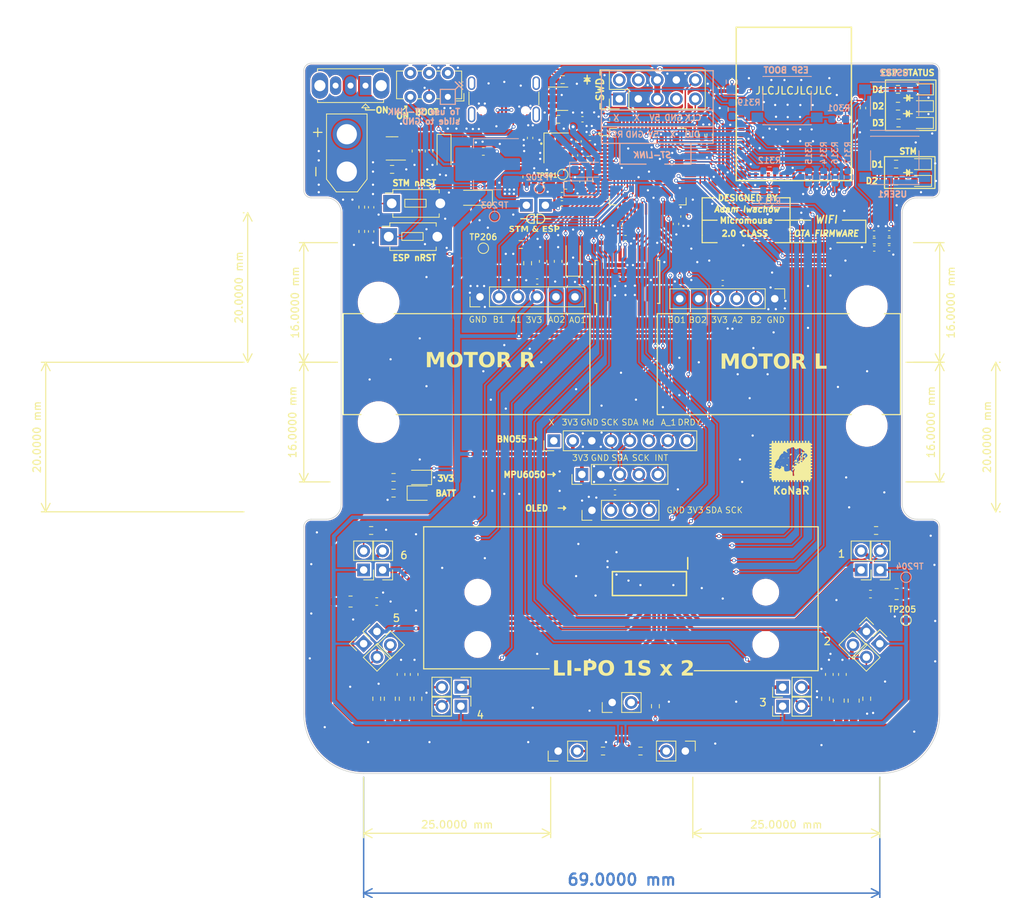
<source format=kicad_pcb>
(kicad_pcb (version 20221018) (generator pcbnew)
  (layers (0 "F.Cu" signal) (31 "B.Cu" signal) (34 "B.Paste" user) (35 "F.Paste" user) (36 "B.SilkS" user "B.Silkscreen") (37 "F.SilkS" user "F.Silkscreen") (38 "B.Mask" user) (39 "F.Mask" user) (44 "Edge.Cuts" user))
  (net 0 "")
  (net 1 "+BATT")
  (net 2 "USER_B")
  (net 3 "USER_B2")
  (net 4 "Net-(U301-VCAP_1)")
  (net 5 "+3.3V")
  (net 6 "+3.3VA")
  (net 7 "NRST")
  (net 8 "/Microcontroller/HSE OUT")
  (net 9 "Net-(U301-VCAP_2)")
  (net 10 "Net-(C316-Pad1)")
  (net 11 "Net-(C319-Pad2)")
  (net 12 "VBUS")
  (net 13 "Net-(U401-STBY)")
  (net 14 "BatteryLEVEL")
  (net 15 "5V_ST")
  (net 16 "/Microcontroller/USER_LD2_A")
  (net 17 "/Microcontroller/USER_LD3_A")
  (net 18 "/Microcontroller/USER_LD_A_esp")
  (net 19 "/Microcontroller/USER_LD2_A_esp")
  (net 20 "/Microcontroller/USER_LD3_A_esp")
  (net 21 "/Distance_sensors/Emitter_6")
  (net 22 "/Distance_sensors/Emitter_5")
  (net 23 "/Distance_sensors/Emitter_4")
  (net 24 "/Distance_sensors/Emitter_3")
  (net 25 "/Distance_sensors/Emitter_2")
  (net 26 "/Distance_sensors/Emitter_1")
  (net 27 "ESP_USB_DN")
  (net 28 "ESP_USB_DP")
  (net 29 "/Microcontroller/OTA_RX")
  (net 30 "/Microcontroller/OTA_TX")
  (net 31 "USER_LD2_esp")
  (net 32 "USER_LD3_esp")
  (net 33 "IR_1")
  (net 34 "IR_2")
  (net 35 "IR_3")
  (net 36 "IR_4")
  (net 37 "IR_5")
  (net 38 "IR_6")
  (net 42 "SWDIO")
  (net 43 "SWCLK")
  (net 44 "TIM_ENCODER_B1")
  (net 45 "TIM_ENCODER_A1")
  (net 46 "/Motors/AO2")
  (net 47 "/Motors/AO1")
  (net 48 "TIM_ENCODER_B2")
  (net 49 "TIM_ENCODER_A2")
  (net 50 "/Motors/BO2")
  (net 51 "/Motors/BO1")
  (net 52 "Net-(D204-K)")
  (net 53 "Net-(D205-A)")
  (net 54 "_NRST")
  (net 55 "REC_1")
  (net 56 "REC_2")
  (net 57 "REC_3")
  (net 58 "REC_4")
  (net 59 "REC_5")
  (net 60 "REC_6")
  (net 64 "/Power/8V_BATT")
  (net 65 "USER_LD3")
  (net 66 "HSE_OUT")
  (net 67 "USER_LD2")
  (net 68 "UART4_TX_OTA")
  (net 69 "UART4_RX_OTA")
  (net 70 "SPI1_CS_ESP")
  (net 71 "SPI1_SCK_ESP")
  (net 72 "SPI1_MISO_ESP")
  (net 73 "SPI1_MOSI_ESP")
  (net 74 "MotorL_PWM")
  (net 75 "MotorL_BIN2")
  (net 76 "MotorL_BIN1")
  (net 77 "MotorR_AIN1")
  (net 78 "MotorR_AIN2")
  (net 79 "MotorR_PWM")
  (net 82 "Net-(J202-CC1)")
  (net 84 "Net-(J202-CC2)")
  (net 87 "Net-(Q201-G)")
  (net 88 "Net-(U301-BOOT0)")
  (net 92 "I2C1_SCK")
  (net 93 "I2C1_SDA")
  (net 94 "/Power/DN")
  (net 95 "/Power/DP")
  (net 98 "GND")
  (net 99 "HSE_IN")
  (net 101 "/Power/D_PMOS")
  (net 102 "/IMU/VIN")
  (net 103 "M_DRDY")
  (net 104 "IMU_INT")
  (net 105 "DRDY")
  (net 106 "Net-(C304-Pad1)")
  (net 107 "/Power/LDO_VIN")
  (net 108 "/Power/usb_vin")
  (net 109 "BOOT")
  (net 110 "/Distance_sensors/Emitter4A")
  (net 111 "/Distance_sensors/Emitter3A")
  (net 112 "/Distance_sensors/Emitter2A")
  (net 113 "/Distance_sensors/Emitter1A")
  (net 114 "/Distance_sensors/Emitter5A")
  (net 115 "/Distance_sensors/Emitter6A")
  (net 116 "USER_LD_esp")
  (net 120 "Net-(R301-Pad1)")
  (net 121 "Net-(SW302-B)")
  (net 122 "Net-(D507-A)")
  (net 123 "Net-(D508-A)")
  (net 124 "Net-(D509-A)")
  (net 125 "Net-(IC302-EN)")
  (net 129 "Net-(IC302-IO9)")
  (net 142 "Net-(IC302-IO33)")
  (net 143 "Net-(IC302-IO34)")
  (net 144 "Net-(IC302-IO48)")
  (net 145 "Net-(IC302-IO35)")
  (footprint "Connector_AMASS:AMASS_XT30U-M_1x02_P5.0mm_Vertical" (layer "F.Cu") (at 145.75 39.5 90)
    (fp_text reference "J201" hide)
    (fp_text value "XT30")
  )
  (footprint "Connector_PinHeader_2.54mm:PinHeader_1x06_P2.54mm_Vertical" (layer "F.Cu") (at 163.55 56.25 90)
    (fp_text reference "J401" hide)
    (fp_text value "Conn_01x06")
  )
  (footprint "Resistor_SMD:R_0402_1005Metric" (layer "F.Cu") (at 160.4 32.5 -90)
    (fp_text reference "R202" hide)
    (fp_text value "5k1")
  )
  (footprint "Connector_PinHeader_2.54mm:PinHeader_1x02_P2.54mm_Vertical" (layer "F.Cu") (at 161 111 -90)
    (fp_text reference "Q501" hide)
    (fp_text value "SFH 300 FA-3/4")
  )
  (footprint "Diode_SMD:D_0603_1608Metric" (layer "F.Cu") (at 222.425 40.75 180)
    (fp_text reference "D302" hide)
    (fp_text value "LED_WHITE")
  )
  (footprint "MountingHole:MountingHole_5mm" (layer "F.Cu") (at 215.25 73.5)
    (fp_text reference "H401" hide)
    (fp_text value "MountingHole")
  )
  (footprint "MountingHole:MountingHole_3mm" (layer "F.Cu") (at 201.75 95.75)
    (fp_text reference "H203" hide)
    (fp_text value "MountingHole")
  )
  (footprint "Resistor_SMD:R_0603_1608Metric" (layer "F.Cu") (at 169.921489 51.75 -90)
    (fp_text reference "R205" hide)
    (fp_text value "82k")
  )
  (footprint "Capacitor_SMD:C_0402_1005Metric" (layer "F.Cu") (at 182.5 46.396082 180)
    (fp_text reference "C309" hide)
    (fp_text value "100n")
  )
  (footprint "Capacitor_SMD:C_0402_1005Metric" (layer "F.Cu") (at 183 48.4)
    (fp_text reference "C406" hide)
    (fp_text value "100n")
  )
  (footprint "Resistor_SMD:R_0402_1005Metric" (layer "F.Cu") (at 216.25 48.78 180)
    (fp_text reference "R308" hide)
    (fp_text value "1k")
  )
  (footprint "Capacitor_SMD:C_0402_1005Metric" (layer "F.Cu") (at 170.25 35 -90)
    (fp_text reference "C201" hide)
    (fp_text value "100n")
  )
  (footprint "Diode_SMD:D_0603_1608Metric" (layer "F.Cu") (at 222.675 33 180)
    (fp_text reference "D305" hide)
    (fp_text value "LED_WHITE")
  )
  (footprint "Resistor_SMD:R_0603_1608Metric" (layer "F.Cu") (at 216.5 87.5)
    (fp_text reference "R507" hide)
    (fp_text value "1k")
  )
  (footprint "Connector_PinHeader_2.54mm:PinHeader_1x02_P2.54mm_Vertical" (layer "F.Cu") (at 161 108.46 -90)
    (fp_text reference "D504" hide)
    (fp_text value "LED")
  )
  (footprint "Resistor_SMD:R_0603_1608Metric" (layer "F.Cu") (at 219.5 33)
    (fp_text reference "R309" hide)
    (fp_text value "1k")
  )
  (footprint "Connector_USB:USB_C_Receptacle_GCT_USB4105-xx-A_16P_TopMnt_Horizontal" (layer "F.Cu") (at 166.75 28.75 180)
    (fp_text reference "J202" hide)
    (fp_text value "USB_C_Receptacle_USB2.0")
  )
  (footprint "Capacitor_SMD:C_0603_1608Metric" (layer "F.Cu") (at 164 36.8 180)
    (fp_text reference "C208" hide)
    (fp_text value "4u7")
  )
  (footprint "Capacitor_SMD:C_0603_1608Metric" (layer "F.Cu") (at 172 51.5 90)
    (fp_text reference "C407" hide)
    (fp_text value "100n")
  )
  (footprint "Capacitor_SMD:C_0402_1005Metric" (layer "F.Cu") (at 181.25 32.5 90)
    (fp_text reference "C312" hide)
    (fp_text value "100n")
  )
  (footprint "Capacitor_SMD:C_0603_1608Metric" (layer "F.Cu") (at 174 51.5 90)
    (fp_text reference "C403" hide)
    (fp_text value "100n")
  )
  (footprint "Resistor_SMD:R_0603_1608Metric" (layer "F.Cu") (at 149.75 110 -90)
    (fp_text reference "R509" hide)
    (fp_text value "1k")
  )
  (footprint "Resistor_SMD:R_0603_1608Metric" (layer "F.Cu") (at 152 80.4)
    (fp_text reference "R208" hide)
    (fp_text value "1K")
  )
  (footprint "Resistor_SMD:R_0402_1005Metric" (layer "F.Cu") (at 178 37.834314 180)
    (fp_text reference "R303" hide)
    (fp_text value "22")
  )
  (footprint "Capacitor_SMD:C_0603_1608Metric" (layer "F.Cu") (at 156.75 36.75 -90)
    (fp_text reference "C203" hide)
    (fp_text value "1u")
  )
  (footprint "Resistor_SMD:R_0402_1005Metric" (layer "F.Cu") (at 159.25 32.51 -90)
    (fp_text reference "R201" hide)
    (fp_text value "5k1")
  )
  (footprint "Resistor_SMD:R_0402_1005Metric" (layer "F.Cu") (at 218.25 48.75 180)
    (fp_text reference "R307" hide)
    (fp_text value "1k")
  )
  (footprint "Capacitor_SMD:C_0603_1608Metric" (layer "F.Cu") (at 210.25 106.75 90)
    (fp_text reference "C503" hide)
    (fp_text value "100n")
  )
  (footprint "SamacSys_Parts:Motor" (layer "F.Cu") (at 155 65)
    (fp_text reference "REF**" hide)
    (fp_text value "Motor")
  )
  (footprint "Capacitor_SMD:C_0402_1005Metric" (layer "F.Cu") (at 194.25 34.551149 90)
    (fp_text reference "C308" hide)
    (fp_text value "4u7")
  )
  (footprint "LED_SMD:LED_0805_2012Metric" (layer "F.Cu") (at 155.4 80.4 180)
    (fp_text reference "D205" hide)
    (fp_text value "3V3_LED")
  )
  (footprint "MountingHole:MountingHole_3mm" (layer "F.Cu") (at 201.75 102.75)
    (fp_text reference "H204" hide)
    (fp_text value "MountingHole")
  )
  (footprint "Connector_PinHeader_2.54mm:PinHeader_1x02_P2.54mm_Vertical" (layer "F.Cu") (at 150.54 92.775 180)
    (fp_text reference "D506" hide)
    (fp_text value "LED")
  )
  (footprint "Capacitor_SMD:C_0402_1005Metric" (layer "F.Cu") (at 193.25 34.584314 90)
    (fp_text reference "C310" hide)
    (fp_text value "100n")
  )
  (footprint "SamacSys_Parts:Wheels" (layer "F.Cu") (at 147.5 65)
    (fp_text reference "REF**" hide)
    (fp_text value "Wheels")
  )
  (footprint "Connector_PinHeader_2.54mm:PinHeader_1x02_P2.54mm_Vertical" (layer "F.Cu") (at 204 111 90)
    (fp_text reference "Q502" hide)
    (fp_text value "Q_Photo_NPN")
  )
  (footprint "SamacSys_Parts:Motor" (layer "F.Cu") (at 211 65)
    (fp_text reference "REF**" hide)
    (fp_text value "Motor")
  )
  (footprint "Capacitor_SMD:C_0603_1608Metric" (layer "F.Cu") (at 153 106.75 90)
    (fp_text reference "C505" hide)
    (fp_text value "100n")
  )
  (footprint "Capacitor_SMD:C_0603_1608Metric" (layer "F.Cu") (at 155 36.75 -90)
    (fp_text reference "C202" hide)
    (fp_text value "100n")
  )
  (footprint "Capacitor_SMD:C_0402_1005Metric" (layer "F.Cu") (at 189.75 46.5 -90)
    (fp_text reference "C311" hide)
    (fp_text value "2u2")
  )
  (footprint "Connector_PinHeader_2.54mm:PinHeader_1x02_P2.54mm_Vertical" (layer "F.Cu") (at 149.776975 101.003733 45)
    (fp_text reference "D505" hide)
    (fp_text value "LED")
  )
  (footprint "Crystal:Crystal_SMD_3225-4Pin_3.2x2.5mm" (layer "F.Cu") (at 173.75 36.334314 -90)
    (fp_text reference "Y301" hide)
    (fp_text value "16MHz|9p|10ppm")
  )
  (footprint "Capacitor_SMD:C_0603_1608Metric" (layer "F.Cu") (at 215.75 96 180)
    (fp_text reference "C501" hide)
    (fp_text value "100n")
  )
  (footprint "Capacitor_SMD:C_0603_1608Metric" (layer "F.Cu") (at 169.8 40.2 90)
    (fp_text reference "C207" hide)
    (fp_text value "1u")
  )
  (footprint "Capacitor_SMD:C_0402_1005Metric" (layer "F.Cu") (at 149 44.27 -90)
    (fp_text reference "C304" hide)
    (fp_text value "100n")
  )
  (footprint "Resistor_SMD:R_0402_1005Metric" (layer "F.Cu") (at 147.75 47.5 -90)
    (fp_text reference "R311" hide)
    (fp_text value "10k")
  )
  (footprint "Resistor_SMD:R_0805_2012Metric" (layer "F.Cu") (at 153.5 110 90)
    (fp_text reference "R508" hide)
    (fp_text value "47")
  )
  (footprint "Resistor_SMD:R_0603_1608Metric" (layer "F.Cu") (at 169 49.25)
    (fp_text reference "R206" hide)
    (fp_text value "51k")
  )
  (footprint "TestPoint:TestPoint_Pad_D1.0mm" (layer "F.Cu") (at 220.5 99.5)
    (fp_text reference "TP205")
    (fp_text value "TestPoint")
  )
  (footprint "LED_SMD:LED_0805_2012Metric" (layer "F.Cu") (at 155.5 82.5)
    (fp_text reference "D204" hide)
    (fp_text value "BATT_LED")
  )
  (footprint "Connector_PinHeader_2.54mm:PinHeader_1x02_P2.54mm_Vertical" (layer "F.Cu") (at 181.225 110.5 90)
    (fp_text reference "D509" hide)
    (fp_text value "SFH 4550")
  )
  (footprint "Capacitor_SMD:C_0402_1005Metric" (layer "F.Cu") (at 176.25 37.334314 90)
    (fp_text reference "C305" hide)
    (fp_text value "10p")
  )
  (footprint "Capacitor_SMD:C_0402_1005Metric" (layer "F.Cu") (at 177.25 40.834314 90)
    (fp_text reference "C307" hide)
    (fp_text value "100n")
  )
  (footprint "Button_Switch_THT:SW_E-Switch_EG1271_SPDT" (layer "F.Cu") (at 159.25 29.5 180)
    (fp_text reference "SW302" hide)
    (fp_text value "SW_SPDT")
  )
  (footprint "Capacitor_SMD:C_0402_1005Metric" (layer "F.Cu") (at 195.75 28.25 90)
    (fp_text reference "C321" hide)
    (fp_text value "100n")
  )
  (footprint "Connector_PinHeader_2.54mm:PinHeader_1x02_P2.54mm_Vertical" (layer "F.Cu") (at 191 117 -90)
    (fp_text reference "D507" hide)
    (fp_text value "SFH 4550")
  )
  (footprint "Connector_PinHeader_2.54mm:PinHeader_1x02_P2.54mm_Vertical" (layer "F.Cu") (at 216.994116 102.638308 -45)
    (fp_text reference "Q503" hide)
    (fp_text value "Q_Photo_NPN")
  )
  (footprint "Capacitor_SMD:C_0402_1005Metric" (layer "F.Cu") (at 181.6 82.4)
    (fp_text reference "C323" hide)
    (fp_text value "100n")
  )
  (footprint "Diode_SMD:D_0603_1608Metric" (layer "F.Cu") (at 222.675 28.5 180)
    (fp_text reference "D307" hide)
    (fp_text value "LED_WHITE")
  )
  (footprint "Resistor_SMD:R_0603_1608Metric" (layer "F.Cu") (at 187 111 -90)
    (fp_text reference "R515" hide)
    (fp_text value "1k")
  )
  (footprint "Connector_PinHeader_2.54mm:PinHeader_1x02_P2.54mm_Vertical" (layer "F.Cu") (at 217.04 92.775 180)
    (fp_text reference "Q504" hide)
    (fp_text value "Q_Photo_NPN")
  )
  (footprint "Capacitor_SMD:C_0603_1608Metric" (layer "F.Cu") (at 154.75 106.75 90)
    (fp_text reference "C504" hide)
    (fp_text value "100n")
  )
  (footprint "Resistor_SMD:R_0603_1608Metric" (layer "F.Cu") (at 215.25 110 90)
    (fp_text reference "R505" hide)
    (fp_text value "1k")
  )
  (footprint "Capacitor_SMD:C_0402_1005Metric" (layer "F.Cu") (at 174.5 43.75)
    (fp_text reference "C306" hide)
    (fp_text value "100n")
  )
  (footprint "Resistor_SMD:R_0603_1608Metric" (layer "F.Cu") (at 219.175 38.5)
    (fp_text reference "R305" hide)
    (fp_text value "1k")
  )
  (footprint "Adam_lib:SOIC127P600X175-16N" (layer "F.Cu") (at 186.2 94.6 -90)
    (fp_text reference "IC501" hide)
    (fp_text value "ULN2003ADR" hide)
  )
  (footprint "Connector_PinHeader_2.54mm:PinHeader_1x02_P2.54mm_Vertical" (layer "F.Cu") (at 148 92.775 180)
    (fp_text reference "Q506" hide)
    (fp_text value "Q_Photo_NPN")
  )
  (footprint "Resistor_SMD:R_0402_1005Metric" (layer "F.Cu") (at 147.75 44.25 -90)
    (fp_text reference "R304" hide)
    (fp_text value "10k")
  )
  (footprint "Resistor_SMD:R_0603_1608Metric" (layer "F.Cu") (at 151.8 39.2)
    (fp_text reference "R203" hide)
    (fp_text value "10k")
  )
  (footprint "Resistor_SMD:R_0603_1608Metric" (layer "F.Cu") (at 185 117 180)
    (fp_text reference "R513" hide)
    (fp_text value "1k")
  )
  (footprint "Capacitor_SMD:C_0603_1608Metric" (layer "F.Cu") (at 149.75 97)
    (fp_text reference "C506" hide)
    (fp_text value "100n")
  )
  (footprint "Package_TO_SOT_SMD:SOT-23-6" (layer "F.Cu") (at 174.5 29.75)
    (fp_text reference "U201" hide)
    (fp_text value "USBLC6-2SC6")
  )
  (footprint "Connector_PinHeader_2.54mm:PinHeader_1x06_P2.54mm_Vertical" (layer "F.Cu") (at 202.95 56.5 -90)
    (fp_text reference "J402" hide)
    (fp_text value "Conn_01x06")
  )
  (footprint "Connector_PinHeader_2.54mm:PinHeader_1x04_P2.54mm_Vertical" (layer "F.Cu") (at 178.52 84.8 90)
    (fp_text reference "J302" hide)
    (fp_text value "Conn_01x04")
  )
  (footprint "Resistor_SMD:R_0603_1608Metric" (layer "F.Cu") (at 174 32.5)
    (fp_text reference "R204" hide)
    (fp_text value "0")
  )
  (footprint "Resistor_SMD:R_0603_1608Metric" (layer "F.Cu") (at 219.425 30.75)
    (fp_text reference "R310" hide)
    (fp_text value "1k")
  )
  (footprint "Capacitor_SMD:C_0402_1005Metric" (layer "F.Cu") (at 214.75 31 -90)
    (fp_text reference "C324" hide)
    (fp_text value "100n")
  )
  (footprint "Diode_SMD:D_0603_1608Metric" (layer "F.Cu") (at 222.675 30.75 180)
    (fp_text reference "D306" hide)
    (fp_text value "LED_WHITE")
  )
  (footprint "Button_Switch_THT:SW_PUSH_1P1T_6x3.5mm_H4.3_APEM_MJTP1243" (layer "F.Cu") (at 151.75 43.75)
    (fp_text reference "SW301" hide)
    (fp_text value "NRST")
  )
  (footprint "Resistor_SMD:R_0805_2012Metric" (layer "F.Cu") (at 151.5 110 90)
    (fp_text reference "R510" hide)
    (fp_text value "47")
  )
  (footprint "Connector_PinHeader_2.54mm:PinHeader_1x02_P2.54mm_Vertical" (layer "F.Cu") (at 204 108.46 90)
    (fp_text reference "D503" hide)
    (fp_text value "LED")
  )
  (footprint "Capacitor_SMD:C_0402_1005Metric" (layer "F.Cu") (at 218.25 47.75 180)
    (fp_text reference "C316" hide)
    (fp_text value "100n")
  )
  (footprint "Capacitor_SMD:C_0402_1005Metric" (layer "F.Cu") (at 194 36.084314)
    (fp_text reference "C313" hide)
    (fp_text value "2u2")
  )
  (footprint "Capacitor_SMD:C_0402_1005Metric" (layer "F.Cu") (at 178.25 40.5 90)
    (fp_text reference "C303" hide)
    (fp_text value "1u")
  )
  (footprint "TestPoint:TestPoint_Pad_D1.0mm" (layer "F.Cu") (at 164 49.75)
    (fp_text reference "TP206")
    (fp_text value "TestPoint")
  )
  (footprint "Resistor_SMD:R_0805_2012Metric" (layer "F.Cu") (at 213.5 110.25 90)
    (fp_text reference "R504" hide)
    (fp_text value "47")
  )
  (footprint "Package_TO_SOT_SMD:SOT-23-3" (layer "F.Cu") (at 151.8 36.4 180)
    (fp_text reference "Q201" hide)
    (fp_text value "PMOS")
  )
  (footprint "Resistor_SMD:R_0603_1608Metric" (layer "F.Cu") (at 155.25 110 -90)
    (fp_text reference "R501" hide)
    (fp_text value "1k")
  )
  (footprint "TestPoint:TestPoint_Pad_D1.0mm" (layer "F.Cu") (at 174.613847 39.876506)
    (fp_text reference "TP301")
    (fp_text value "TestPoint")
  )
  (footprint "MountingHole:MountingHole_5mm" (layer "F.Cu") (at 150 73)
    (fp_text reference "H404" hide)
    (fp_text value "MountingHole")
  )
  (footprint "Connector_PinHeader_2.54mm:PinHeader_2x05_P2.54mm_Vertical" (layer "F.Cu") (at 182.175 29.775 90)
    (fp_text reference "J301" hide)
    (fp_text value "Conn_02x05_Counter_Clockwise")
  )
  (footprint "Diode_SMD:D_0603_1608Metric" (layer "F.Cu") (at 222.425 38.5 180)
    (fp_text reference "D303" hide)
    (fp_text value "LED_WHITE")
  )
  (footprint "Resistor_SMD:R_0805_2012Metric" (layer "F.Cu") (at 219.25 96 180)
    (fp_text reference "R502" hide)
    (fp_text value "47")
  )
  (footprint "Connector_PinHeader_2.54mm:PinHeader_1x02_P2.54mm_Vertical" (layer "F.Cu") (at 214.5 92.775 180)
    (fp_text reference "D501" hide)
    (fp_text value "SFH 4550")
  )
  (footprint "Capacitor_SMD:C_0402_1005Metric" (layer "F.Cu") (at 177.25 32.5)
    (fp_text reference "C204" hide)
    (fp_text value "4u7")
  )
  (footprint "Resistor_SMD:R_0603_1608Metric" (layer "F.Cu") (at 219.425 28.5)
    (fp_text reference "R318" hide)
    (fp_text value "1k")
  )
  (footprint "Package_QFP:LQFP-64_10x10mm_P0.5mm" (layer "F.Cu") (at 186 38.834314)
    (fp_text reference "U301" hide)
    (fp_text value "STM32F405RGT6")
  )
  (footprint "Resistor_SMD:R_0603_1608Metric" (layer "F.Cu") (at 209.75 110 -90)
    (fp_text reference "R503" hide)
    (fp_text value "1k")
  )
  (footprint "Connector_PinHeader_2.54mm:PinHeader_1x02_P2.54mm_Vertical" (layer "F.Cu") (at 147.995722 102.638308 45)
    (fp_text reference "Q505" hide)
    (fp_text value "Q_Photo_NPN")
  )
  (footprint "Capacitor_SMD:C_0402_1005Metric" (layer "F.Cu") (at 176.723329 35.455906 90)
    (fp_text reference "C302" hide)
    (fp_text value "10p")
  )
  (footprint "Capacitor_Tantalum_SMD:CP_EIA-3216-10_Kemet-I_Pad1.58x1.35mm_HandSolder" (layer "F.Cu") (at 158.75 37 -90)
    (fp_text reference "C205" hide)
    (fp_text value "10u")
  )
  (footprint "Inductor_SMD:L_0603_1608Metric" (layer "F.Cu") (at 175 41.334314)
    (fp_text reference "FB301" hide)
    (fp_text value "Optionally")
  )
  (footprint "Capacitor_SMD:C_0402_1005Metric" (layer "F.Cu") (at 216.25 49.78)
    (fp_text reference "C318" hide)
    (fp_text value "100n")
  )
  (footprint "Connector_PinHeader_2.54mm:PinHeader_1x02_P2.54mm_Vertical" (layer "F.Cu") (at 174 117 90)
    (fp_text reference "D508" hide)
    (fp_text value "LED")
  )
  (footprint "Capacitor_SMD:C_0402_1005Metric" (layer "F.Cu") (at 172.1 41.3)
    (fp_text reference "C206" hide)
    (fp_text value "10n")
  )
  (footprint "Capacitor_SMD:C_0402_1005Metric" (layer "F.Cu") (at 216.23 47.78 180)
    (fp_text reference "C319" hide)
    (fp_text value "100n")
  )
  (footprint "Resistor_SMD:R_0805_2012Metric" (layer "F.Cu") (at 146.25 97)
    (fp_text reference "R512" hide)
    (fp_text value "47")
  )
  (footprint "Button_Switch_THT:SW_Slide_1P2T_CK_OS102011MS2Q" (layer "F.Cu") (at 148.25 28 180)
    (fp_text reference "SW201" hide)
    (fp_text value "SW_SPDT")
  )
  (footprint "Adam_lib:D_SOD-123FL" (layer "F.Cu") (at 163 43 180)
    (fp_text reference "D202" hide)
    (fp_text value "D_Schottky")
  )
  (footprint "Capacitor_Tantalum_SMD:CP_EIA-3216-10_Kemet-I_Pad1.58x1.35mm_HandSolder" (layer "F.Cu") (at 176 51 90)
    (fp_text reference "C402" hide)
    (fp_text value "10u")
  )
  (footprint "Capacitor_SMD:C_0402_1005Metric" (layer "F.Cu") (at 178.25 35 180)
    (fp_text reference "C314" hide)
    (fp_text value "100n")
  )
  (footprint "Capacitor_SMD:C_0402_1005Metric" (layer "F.Cu") (at 171.2 54.2)
    (fp_text reference "C405" hide)
    (fp_text value "100n")
  )
  (footprint "Button_Switch_THT:SW_PUSH_1P1T_6x3.5mm_H4.3_APEM_MJTP1243" (layer "F.Cu") (at 151.35 48.2)
    (fp_text reference "SW305" hide)
    (fp_text value "ESP_RST")
  )
  (footprint "Connector_PinHeader_2.54mm:PinHeader_1x05_P2.54mm_Vertical" (layer "F.Cu") (at 177.175 80 90)
    (fp_text reference "J602" hide)
    (fp_text value "Conn_01x05")
  )
  (footprint "Capacitor_SMD:C_0603_1608Metric" (layer "F.Cu") (at 212 106.75 90)
    (fp_text reference "C502" hide)
    (fp_text value "100n")
  )
  (footprint "SamacSys_Parts:ESP32S3MINI1N8" (layer "F.Cu") (at 205.5 33)
    (fp_text reference "IC302" hide)
    (fp_text value "ESP32-S3-MINI-1-N8" hide)
  )
  (footprint "Capacitor_SMD:C_0402_1005Metric" (layer "F.Cu") (at 218.25 49.75)
    (fp_text reference "C317" hide)
    (fp_text value "100n")
  )
  (footprint "Diode_SMD:D_SOD-323" (layer "F.Cu") (at 177.89536 29.732028 -90)
    (fp_text reference "D304" hide)
    (fp_text value "D_Schottky")
  )
  (footprint "Resistor_SMD:R_0603_1608Metric" (layer "F.Cu") (at 149 87.5 180)
    (fp_text reference "R511" hide)
    (fp_text value "1k")
  )
  (footprint "Connector_PinHeader_2.54mm:PinHeader_1x08_P2.54mm_Vertical" (layer "F.Cu") (at 173.42 75.5 90)
    (fp_text reference "J601" hide)
    (fp_text value "Conn_01x08")
  )
  (footprint "Capacitor_SMD:C_0402_1005Metric" (layer "F.Cu") (at 174.516747 42.641516)
    (fp_text reference "C301" hide)
    (fp_text value "1u")
  )
  (footprint "MountingHole:MountingHole_3mm" (layer "F.Cu") (at 163.25 95.75)
    (fp_text reference "H201" hide)
    (fp_text value "MountingHole")
  )
  (footprint "Connector_PinHeader_2.54mm:PinHeader_1x02_P2.54mm_Vertical" (layer "F.Cu") (at 169.75 44 90)
    (fp_text reference "JP201" hide)
    (fp_text value "Jumper_2_Bridged")
  )
  (footprint "MountingHole:MountingHole_5mm" (layer "F.Cu") (at 150 57)
    (fp_text reference "H403" hide)
    (fp_text value "MountingHole")
  )
  (footprint "Capacitor_SMD:C_0402_1005Metric" (layer "F.Cu") (at 149 47.5 -90)
    (fp_text reference "C320" hide)
    (fp_text value "100n")
  )
  (footprint "MountingHole:MountingHole_5mm" (layer "F.Cu") (at 215.25 57.5)
    (fp_text reference "H402" hide)
    (fp_text value "MountingHole")
  )
  (footprint "Capacitor_SMD:C_0402_1005Metric" (layer "F.Cu") (at 190.75 45.5 -90)
    (fp_text reference "C315" hide)
    (fp_text value "100n")
  )
  (footprint "Resistor_SMD:R_0603_1608Metric" (layer "F.Cu") (at 219.175 40.75)
    (fp_text reference "R302" hide)
    (fp_text value "1k")
  )
  (footprint "Resistor_SMD:R_0805_2012Metric" (layer "F.Cu") (at 211.5 110.25 90)
    (fp_text reference "R506" hide)
    (fp_text value "47")
  )
  (footprint "Package_SO:SSOP-24_5.3x8.2mm_P0.65mm" (layer "F.Cu") (at 183.25 54.25 90)
    (fp_text reference "U401" hide)
    (fp_text value "TB6612FNG")
  )
  (footprint "SamacSys_Parts:Wheels" (layer "F.Cu") (at 217.75 65)
    (fp_text reference "REF**" hide)
    (fp_text value "Wheels")
  )
  (footprint "Resistor_SMD:R_0603_1608Metric" (layer "F.Cu") (at 174.6 27.2)
    (fp_text reference "R306" hide)
    (fp_text value "10k")
  )
  (footprint "Resistor_SMD:R_0603_1608Metric" (layer "F.Cu") (at 152 82.5)
    (fp_text reference "R207" hide)
    (fp_text value "2k2")
  )
  (footprint "Adam_lib:logokonar" (layer "F.Cu") (at 209.521955 78.263173)
    (fp_text reference "G***" hide)
    (fp_text value "LOGO" hide)
  )
  (footprint "Capacitor_SMD:C_0402_1005Metric" (layer "F.Cu") (at 196 54.4)
    (fp_text reference "C404" hide)
    (fp_text value "100n")
  )
  (footprint "MountingHole:MountingHole_3mm" (layer "F.Cu") (at 163.25 102.75)
    (fp_text reference "H202" hide)
    (fp_text value "MountingHole")
  )
  (footprint "Resistor_SMD:R_0603_1608Metric" (layer "F.Cu") (at 180 117)
    (fp_text reference "R514" hide)
    (fp_text value "1k")
  )
  (footprint "Connector_PinHeader_2.54mm:PinHeader_1x02_P2.54mm_Vertical" (layer "F.Cu") (at 215.209182 101.003733 -45)
    (fp_text reference "D502" hide)
    (fp_text value "LED")
  )
  (footprint "Resistor_SMD:R_0603_1608Metric_Pad0.98x0.95mm_HandSolder" (layer "B.Cu") (at 211.5 32.5)
    (fp_text reference "R301")
    (fp_text value "1k")
  )
  (footprint "Resistor_SMD:R_0603_1608Metric" (layer "B.Cu") (at 207.5 40.25 -90)
    (fp_text reference "R315")
    (fp_text value "22")
  )
  (footprint "Resistor_SMD:R_0603_1608Metric" (layer "B.Cu") (at 209.5 40.25 -90)
    (fp_text reference "R314")
    (fp_text value "22")
  )
  (footprint "Resistor_SMD:R_0603_1608Metric" (layer "B.Cu") (at 202.25 39.4)
    (fp_text reference "R312")
    (fp_text value "100")
  )
  (footprint "Capacitor_SMD:C_0805_2012Metric_Pad1.18x1.45mm_HandSolder" (layer "B.Cu") (at 197.2 27.5 90)
    (fp_text reference "C322" hide)
    (fp_text value "10u")
  )
  (footprint "TestPoint:TestPoint_Pad_D1.0mm" (layer "B.Cu") (at 220.5 93.75 180)
    (fp_text reference "TP204")
    (fp_text value "TestPoint")
  )
  (footprint "Resistor_SMD:R_0402_1005Metric" (layer "B.Cu") (at 182.2 52.732316)
    (fp_text reference "R401" hide)
    (fp_text value "10k")
  )
  (footprint "Resistor_SMD:R_0603_1608Metric" (layer "B.Cu") (at 202.25 42)
    (fp_text reference "R313")
    (fp_text value "100")
  )
  (footprint "Button_Switch_SMD:SW_Push_1P1T_NO_6x6mm_H9.5mm" (layer "B.Cu") (at 219 38)
    (fp_text reference "SW303" hide)
    (fp_text value "USER")
  )
  (footprint "Package_TO_SOT_SMD:SOT-223-3_TabPin2" (layer "B.Cu") (at 164.6 38.5 180)
    (fp_text reference "U202" hide)
    (fp_text value "LDL1117S33R")
  )
  (footprint "TestPoint:TestPoint_Pad_D1.0mm" (layer "B.Cu") (at 165.5 45.5 180)
    (fp_text reference "TP203")
    (fp_text value "TestPoint")
  )
  (footprint "TestPoint:TestPoint_Pad_D1.0mm" (layer "B.Cu") (at 171.5 41.75 180)
    (fp_text reference "TP202")
    (fp_text value "TestPoint")
  )
  (footprint "Capacitor_SMD:C_0402_1005Metric" (layer "B.Cu") (at 182.196433 53.81 180)
    (fp_text reference "C401" hide)
    (fp_text value "100n")
  )
  (footprint "Button_Switch_SMD:SW_Push_1P1T_NO_6x6mm_H9.5mm" (layer "B.Cu") (at 204.6 30)
    (fp_text reference "SW306" hide)
    (fp_text value "BOOT")
  )
  (footprint "Resistor_SMD:R_0603_1608Metric" (layer "B.Cu") (at 211 40.25 -90)
    (fp_text reference "R316")
    (fp_text value "22")
  )
  (footprint "Resistor_SMD:R_0603_1608Metric_Pad0.98x0.95mm_HandSolder" (layer "B.Cu") (at 197.25 31.175 -90)
    (fp_text reference "R319")
    (fp_text value "0")
  )
  (footprint "Adam_lib:D_SOD-123FL" (layer "B.Cu") (at 177.75 39.25)
    (fp_text reference "D201" hide)
    (fp_text value "D_Schottky")
  )
  (footprint "Adam_lib:D_SOD-123FL" (layer "B.Cu") (at 177 41.75)
    (fp_text reference "D203" hide)
    (fp_text value "D_Schottky")
  )
  (footprint "Button_Switch_SMD:SW_Push_1P1T_NO_6x6mm_H9.5mm" (layer "B.Cu") (at 218.975 30.75 180)
    (fp_text reference "SW304" hide)
    (fp_text value "USER")
  )
  (footprint "Resistor_SMD:R_0603_1608Metric" (layer "B.Cu") (at 212.75 40.25 -90)
    (fp_text reference "R317")
    (fp_text value "22")
  )
  (gr_line (start 160.25 28.5) (end 160.25 30.5) (stroke (width 0.16)) (layer "B.SilkS"))
  (gr_line (start 161.25 27.5) (end 161.256791 27.506791) (stroke (width 0.16)) (layer "B.SilkS"))
  (gr_line (start 160.75 27.5) (end 161.25 28) (stroke (width 0.16)) (layer "B.SilkS"))
  (gr_line (start 182.25 35.75) (end 182.25 38.5) (stroke (width 0.16)) (layer "B.SilkS"))
  (gr_line (start 158.5 28.5) (end 158.25 28.5) (stroke (width 0.16)) (layer "B.SilkS"))
  (gr_line (start 160.25 28.5) (end 160.75 28) (stroke (width 0.16)) (layer "B.SilkS"))
  (gr_line (start 160.5 27.75) (end 160.25 27.5) (stroke (width 0.16)) (layer "B.SilkS"))
  (gr_line (start 191.75 35.75) (end 191.75 38.5) (stroke (width 0.16)) (layer "B.SilkS"))
  (gr_line (start 191.75 38.5) (end 188.25 38.5) (stroke (width 0.16)) (layer "B.SilkS"))
  (gr_line (start 179.780974 33.5) (end 194.719025 33.5) (stroke (width 0.16)) (layer "B.SilkS"))
  (gr_line (start 179.780974 26) (end 194.75 26) (stroke (width 0.16)) (layer "B.SilkS"))
  (gr_line (start 194.719025 26) (end 194.719025 31.280974) (stroke (width 0.16)) (layer "B.SilkS"))
  (gr_line (start 160.25 30.5) (end 158.25 30.5) (stroke (width 0.16)) (layer "B.SilkS"))
  (gr_line (start 160.25 27.5) (end 161.25 28.5) (stroke (width 0.16)) (layer "B.SilkS"))
  (gr_line (start 182.25 38.5) (end 185.75 38.5) (stroke (width 0.16)) (layer "B.SilkS"))
  (gr_line (start 158.5 28.5) (end 160.25 28.5) (stroke (width 0.16)) (layer "B.SilkS"))
  (gr_rect (start 179.780974 31.280974) (end 194.719025 35.719025) (stroke (width 0.16)) (fill none) (layer "B.SilkS"))
  (gr_line (start 179.780974 31.280974) (end 179.780974 26) (stroke (width 0.16)) (layer "B.SilkS"))
  (gr_line (start 158.25 30.5) (end 158.25 28.5) (stroke (width 0.16)) (layer "B.SilkS"))
  (gr_line (start 172.595 80) (end 173.595 80) (stroke (width 0.16)) (layer "F.SilkS"))
  (gr_circle (center 171.75 35.75) (end 171.75 35.75) (stroke (width 0.16)) (fill none) (layer "F.SilkS"))
  (gr_arc (start 172.2 45.8) (mid 172.024264 46.224264) (end 171.6 46.4) (stroke (width 0.16)) (layer "F.SilkS"))
  (gr_line (start 148.25 30.96) (end 148.25 31.25) (stroke (width 0.16)) (layer "F.SilkS"))
  (gr_line (start 180.845 31.105) (end 179.6 31.105) (stroke (width 0.16)) (layer "F.SilkS"))
  (gr_line (start 208.75 106.25) (end 192.2 106.25) (stroke (width 0.16)) (layer "F.SilkS"))
  (gr_line (start 220.75 31.55) (end 220.55 31.75) (stroke (width 0.16)) (layer "F.SilkS"))
  (gr_line (start 205 43) (end 203.5 43) (stroke (width 0.16)) (layer "F.SilkS"))
  (gr_line (start 205 45) (end 205 46) (stroke (width 0.16)) (layer "F.SilkS"))
  (gr_line (start 220.15 31.75) (end 221.35 31.75) (stroke (width 0.16)) (layer "F.SilkS"))
  (gr_line (start 153.5 30.75) (end 153.75 30.75) (stroke (width 0.16)) (layer "F.SilkS"))
  (gr_rect (start 145.25 58.5) (end 178.25 72) (stroke (width 0.16)) (fill none) (layer "F.SilkS"))
  (gr_line (start 156.025 106) (end 172.8 106) (stroke (width 0.16)) (layer "F.SilkS"))
  (gr_line (start 207.75 46) (end 204.875 46) (stroke (width 0.16)) (layer "F.SilkS"))
  (gr_line (start 174.75 84.25) (end 174.75 84.75) (stroke (width 0.16)) (layer "F.SilkS"))
  (gr_line (start 171.17 75.25) (end 170.92 75) (stroke (width 0.16)) (layer "F.SilkS"))
  (gr_rect (start 217.625 37.5) (end 224.375 41.75) (stroke (width 0.16)) (fill none) (layer "F.SilkS"))
  (gr_line (start 153.75 30.75) (end 153.5 30.75) (stroke (width 0.16)) (layer "F.SilkS"))
  (gr_line (start 220.972558 40.037573) (end 220.972558 39.237573) (stroke (width 0.16)) (layer "F.SilkS"))
  (gr_line (start 179.6 31.105) (end 179.6 30.4) (stroke (width 0.16)) (layer "F.SilkS"))
  (gr_line (start 220.6 30.05) (end 220.6 29.25) (stroke (width 0.16)) (layer "F.SilkS"))
  (gr_line (start 220.95 32.15) (end 220.95 31.35) (stroke (width 0.16)) (layer "F.SilkS"))
  (gr_line (start 156.025 87) (end 156.025 106) (stroke (width 0.16)) (layer "F.SilkS"))
  (gr_line (start 148.25 31.25) (end 149.5 31.25) (stroke (width 0.16)) (layer "F.SilkS"))
  (gr_line (start 220.55 32.15) (end 220.55 31.35) (stroke (width 0.16)) (layer "F.SilkS"))
  (gr_line (start 170.92 75.5) (end 171.17 75.25) (stroke (width 0.16)) (layer "F.SilkS"))
  (gr_line (start 177.477341 27.4) (end 177.877341 27) (stroke (width 0.16)) (layer "F.SilkS"))
  (gr_line (start 177.677341 27.2) (end 177.877341 27.4) (stroke (width 0.16)) (layer "F.SilkS"))
  (gr_line (start 193.25 48) (end 193.25 46) (stroke (width 0.16)) (layer "F.SilkS"))
  (gr_line (start 205 48) (end 205 49) (stroke (width 0.16)) (layer "F.SilkS"))
  (gr_line (start 193.25 49) (end 195.25 49) (stroke (width 0.16)) (layer "F.SilkS"))
  (gr_line (start 220.55 31.75) (end 220.75 31.95) (stroke (width 0.16)) (layer "F.SilkS"))
  (gr_line (start 220.8 29.45) (end 220.6 29.65) (stroke (width 0.16)) (layer "F.SilkS"))
  (gr_line (start 153.75 30.75) (end 153.75 31) (stroke (width 0.16)) (layer "F.SilkS"))
  (gr_line (start 156 87) (end 208.75 87) (stroke (width 0.16)) (layer "F.SilkS"))
  (gr_line (start 173 45.8) (end 172.2 45.8) (stroke (width 0.16)) (layer "F.SilkS"))
  (gr_line (start 177.877341 27) (end 178.277341 27.4) (stroke (width 0.16)) (layer "F.SilkS"))
  (gr_line (start 171.2 46.4) (end 171.2 45.2) (stroke (width 0.16)) (layer "F.SilkS"))
  (gr_line (start 179.6 25.905) (end 179.6 26.6) (stroke (width 0.16)) (layer "F.SilkS"))
  (gr_rect (start 217.75 27.25) (end 224.5 34) (stroke (width 0.16)) (fill none) (layer "F.SilkS"))
  (gr_line (start 220.55 31.35) (end 220.95 31.75) (stroke (width 0.16)) (layer "F.SilkS"))
  (gr_line (start 215.125 46) (end 212 46) (stroke (width 0.16)) (layer "F.SilkS"))
  (gr_line (start 208.75 106.25) (end 208.75 87) (stroke (width 0.16)) (layer "F.SilkS"))
  (gr_line (start 169 45.8) (end 169.8 45.8) (stroke (width 0.16)) (layer "F.SilkS"))
  (gr_circle (center 171.75 35.75) (end 171.75 35.75) (stroke (width 0.16)) (fill none) (layer "F.SilkS"))
  (gr_line (start 171.2 46.4) (end 171.6 46.4) (stroke (width 0.16)) (layer "F.SilkS"))
  (gr_line (start 178.077341 27.2) (end 177.877341 27.4) (stroke (width 0.16)) (layer "F.SilkS"))
  (gr_line (start 220.772558 39.437573) (end 220.572558 39.637573) (stroke (width 0.16)) (layer "F.SilkS"))
  (gr_line (start 153.5 30.75) (end 153.75 31) (stroke (width 0.16)) (layer "F.SilkS"))
  (gr_line (start 215.125 49) (end 211.25 49) (stroke (width 0.16)) (layer "F.SilkS"))
  (gr_line (start 170.8 46.4) (end 170.4 46.4) (stroke (width 0.16)) (layer "F.SilkS"))
  (gr_line (start 180.845 25.905) (end 179.6 25.905) (stroke (width 0.16)) (layer "F.SilkS"))
  (gr_line (start 221 30.05) (end 221 29.25) (stroke (width 0.16)) (layer "F.SilkS"))
  (gr_line (start 220.572558 39.237573) (end 220.972558 39.637573) (stroke (width 0.16)) (layer "F.SilkS"))
  (gr_line (start 173.345 79.75) (end 173.345 80.25) (stroke (width 0.16)) (layer "F.SilkS"))
  (gr_line (start 205 49) (end 203 49) (stroke (width 0.16)) (layer "F.SilkS"))
  (gr_arc (start 169.8 45.8) (mid 169.975736 45.375736) (end 170.4 45.2) (stroke (width 0.16)) (layer "F.SilkS"))
  (gr_arc (start 170.4 46.4) (mid 169.975736 46.224264) (end 169.8 45.8) (stroke (width 0.16)) (layer "F.SilkS"))
  (gr_line (start 174 84.5) (end 175 84.5) (stroke (width 0.16)) (layer "F.SilkS"))
  (gr_line (start 170.92 75) (end 170.92 75.5) (stroke (width 0.16)) (layer "F.SilkS"))
  (gr_line (start 193.25 45) (end 193.25 46) (stroke (width 0.16)) (layer "F.SilkS"))
  (gr_line (start 220.2 29.65) (end 221.4 29.65) (stroke (width 0.16)) (layer "F.SilkS"))
  (gr_line (start 193.25 43) (end 195 43) (stroke (width 0.16)) (layer "F.SilkS"))
  (gr_line (start 215.125 46) (end 215.125 49) (stroke (width 0.16)) (layer "F.SilkS"))
  (gr_line (start 177.877341 27.8) (end 177.877341 26.6) (stroke (width 0.16)) (layer "F.SilkS"))
  (gr_line (start 205 45) (end 205 43) (stroke (width 0.16)) (layer "F.SilkS"))
  (gr_line (start 205 46) (end 203 46) (stroke (width 0.16)) (layer "F.SilkS"))
  (gr_line (start 205 49) (end 208.5 49) (stroke (width 0.16)) (layer "F.SilkS"))
  (gr_line (start 220.972558 39.637573) (end 220.572558 40.037573) (stroke (width 0.16)) (layer "F.SilkS"))
  (gr_line (start 174.75 84.75) (end 175 84.5) (stroke (width 0.16)) (layer "F.SilkS"))
  (gr_circle (center 179.5 34.4) (end 179.6 34.4) (stroke (width 0.16)) (fill none) (layer "F.SilkS"))
  (gr_line (start 220.772558 39.887573) (end 220.522558 39.637573) (stroke (width 0.16)) (layer "F.SilkS"))
  (gr_line (start 170.17 75.25) (end 171.17 75.25) (stroke (width 0.16)) (layer "F.SilkS"))
  (gr_line (start 178.277341 27.4) (end 177.477341 27.4) (stroke (width 0.16)) (layer "F.SilkS"))
  (gr_line (start 170.8 45.2) (end 170.4 45.2) (stroke (width 0.16)) (layer "F.SilkS"))
  (gr_line (start 221 29.65) (end 220.6 30.05) (stroke (width 0.16)) (layer "F.SilkS"))
  (gr_arc (start 171.6 45.2) (mid 172.024264 45.375736) (end 172.2 45.8) (stroke (width 0.16)) (layer "F.SilkS"))
  (gr_line (start 175 84.5) (end 174.75 84.25) (stroke (width 0.16)) (layer "F.SilkS"))
  (gr_line (start 220.6 29.65) (end 220.8 29.85) (stroke (width 0.16)) (layer "F.SilkS"))
  (gr_line (start 178.277341 27) (end 177.477341 27) (stroke (width 0.16)) (layer "F.SilkS"))
  (gr_line (start 220.95 31.75) (end 220.55 32.15) (stroke (width 0.16)) (layer "F.SilkS"))
  (gr_line (start 173.595 80) (end 173.345 79.75) (stroke (width 0.16)) (layer "F.SilkS"))
  (gr_line (start 220.572558 40.037573) (end 220.572558 39.237573) (stroke (width 0.16)) (layer "F.SilkS"))
  (gr_line (start 193.25 48) (end 193.25 49) (stroke (width 0.16)) (layer "F.SilkS"))
  (gr_line (start 171.2 45.2) (end 171.6 45.2) (stroke (width 0.16)) (layer "F.SilkS"))
  (gr_line (start 153.25 31.25) (end 153.75 30.75) (stroke (width 0.16)) (layer "F.SilkS"))
  (gr_rect (start 187.25 58.5) (end 219.75 72) (stroke (width 0.16)) (fill none) (layer "F.SilkS"))
  (gr_line (start 193.25 46) (end 195.25 46) (stroke (width 0.16)) (layer "F.SilkS"))
  (gr_line (start 193.25 45) (end 193.25 43) (stroke (width 0.16)) (layer "F.SilkS"))
  (gr_line (start 173.345 80.25) (end 173.595 80) (stroke (width 0.16)) (layer "F.SilkS"))
  (gr_line (start 205 48) (end 205 46) (stroke (width 0.16)) (layer "F.SilkS"))
  (gr_line (start 220.6 29.25) (end 221 29.65) (stroke (width 0.16)) (layer "F.SilkS"))
  (gr_line (start 170.8 45.2) (end 170.8 46.4) (stroke (width 0.16)) (layer "F.SilkS"))
  (gr_line (start 220.172558 39.637573) (end 221.372558 39.637573) (stroke (width 0.16)) (layer "F.SilkS"))
  (gr_line (start 145 45) (end 145 84) (stroke (width 0.1)) (layer "Edge.Cuts"))
  (gr_line (start 224 86) (end 222 86) (stroke (width 0.1)) (layer "Edge.Cuts"))
  (gr_arc (start 141 43) (mid 140.292893 42.707107) (end 140 42) (stroke (width 0.1)) (layer "Edge.Cuts"))
  (gr_arc (start 222 86) (mid 220.585786 85.414214) (end 220 84) (stroke (width 0.1)) (layer "Edge.Cuts"))
  (gr_line (start 140 112) (end 140 87) (stroke (width 0.1)) (layer "Edge.Cuts"))
  (gr_arc (start 140 87) (mid 140.292893 86.292893) (end 141 86) (stroke (width 0.1)) (layer "Edge.Cuts"))
  (gr_line (start 222 43) (end 224 43) (stroke (width 0.1)) (layer "Edge.Cuts"))
  (gr_arc (start 140 26) (mid 140.292893 25.292893) (end 141 25) (stroke (width 0.1)) (layer "Edge.Cuts"))
  (gr_arc (start 224 86) (mid 224.707107 86.292893) (end 225 87) (stroke (width 0.1)) (layer "Edge.Cuts"))
  (gr_arc (start 145 84) (mid 144.414214 85.414214) (end 143 86) (stroke (width 0.1)) (layer "Edge.Cuts"))
  (gr_line (start 224 25) (end 145 25) (stroke (width 0.1)) (layer "Edge.Cuts"))
  (gr_line (start 141 43) (end 143 43) (stroke (width 0.1)) (layer "Edge.Cuts"))
  (gr_line (start 143 86) (end 141 86) (stroke (width 0.1)) (layer "Edge.Cuts"))
  (gr_arc (start 225 42) (mid 224.707107 42.707107) (end 224 43) (stroke (width 0.1)) (layer "Edge.Cuts"))
  (gr_line (start 225 112) (end 225 87) (stroke (width 0.1)) (layer "Edge.Cuts"))
  (gr_arc (start 225 112) (mid 222.656854 117.656854) (end 217 120) (stroke (width 0.1)) (layer "Edge.Cuts"))
  (gr_arc (start 220 45) (mid 220.585786 43.585786) (end 222 43) (stroke (width 0.1)) (layer "Edge.Cuts"))
  (gr_arc (start 143 43) (mid 144.414214 43.585786) (end 145 45) (stroke (width 0.1)) (layer "Edge.Cuts"))
  (gr_line (start 220 84) (end 220 45) (stroke (width 0.1)) (layer "Edge.Cuts"))
  (gr_line (start 217 120) (end 148 120) (stroke (width 0.1)) (layer "Edge.Cuts"))
  (gr_line (start 225 42) (end 225 26) (stroke (width 0.1)) (layer "Edge.Cuts"))
  (gr_line (start 145 25) (end 141 25) (stroke (width 0.1)) (layer "Edge.Cuts"))
  (gr_line (start 140 26) (end 140 42) (stroke (width 0.1)) (layer "Edge.Cuts"))
  (gr_arc (start 224 25) (mid 224.707107 25.292893) (end 225 26) (stroke (width 0.1)) (layer "Edge.Cuts"))
  (gr_arc (start 148 120) (mid 142.343146 117.656854) (end 140 112) (stroke (width 0.1)) (layer "Edge.Cuts"))
  (gr_text "ESP BOOT" (at 207.6 26.4) (layer "B.SilkS") (effects (font (size 0.8 0.8) (thickness 0.2) bold) (justify left bottom mirror)))
  (gr_text "USER2\n" (at 221 26.75) (layer "B.SilkS") (effects (font (size 0.8 0.8) (thickness 0.2) bold) (justify left bottom mirror)))
  (gr_text "USER1" (at 220.75 43) (layer "B.SilkS") (effects (font (size 0.8 0.8) (thickness 0.2) bold) (justify left bottom mirror)))
  (gr_text "DIO\n" (at 193.050474 34.999942) (layer "B.SilkS") (effects (font (size 0.8 0.8) (thickness 0.16)) (justify left bottom mirror)))
  (gr_text "CLK" (at 193.25 32.75) (layer "B.SilkS") (effects (font (size 0.8 0.8) (thickness 0.16)) (justify left bottom mirror)))
  (gr_text "5V\n" (at 187.550474 34.999942) (layer "B.SilkS") (effects (font (size 0.8 0.8) (thickness 0.16)) (justify left bottom mirror)))
  (gr_text "X" (at 185 32.75) (layer "B.SilkS") (effects (font (size 0.8 0.8) (thickness 0.16)) (justify left bottom mirror)))
  (gr_text "X" (at 182.25 32.75) (layer "B.SilkS") (effects (font (size 0.8 0.8) (thickness 0.16)) (justify left bottom mirror)))
  (gr_text "GND" (at 190.75 32.75) (layer "B.SilkS") (effects (font (size 0.8 0.8) (thickness 0.16)) (justify left bottom mirror)))
  (gr_text "GND\n" (at 185.550474 34.999942) (layer "B.SilkS") (effects (font (size 0.8 0.8) (thickness 0.16)) (justify left bottom mirror)))
  (gr_text "5V" (at 187.75 32.75) (layer "B.SilkS") (effects (font (size 0.8 0.8) (thickness 0.16)) (justify left bottom mirror)))
  (gr_text "X\n" (at 189.800474 34.999942) (layer "B.SilkS") (effects (font (size 0.8 0.8) (thickness 0.16)) (justify left bottom mirror)))
  (gr_text "To use ST-LINK \nslide to GND" (at 161 33.25) (layer "B.SilkS") (effects (font (size 0.8 0.8) (thickness 0.2) bold) (justify left bottom mirror)))
  (gr_text "ST-LINK" (at 189.25 37.75) (layer "B.SilkS") (effects (font (size 0.8 0.8) (thickness 0.2) bold italic) (justify left bottom mirror)))
  (gr_text "RST" (at 182.800474 34.999942) (layer "B.SilkS") (effects (font (size 0.8 0.8) (thickness 0.16)) (justify left bottom mirror)))
  (gr_text "GND" (at 162 59.75) (layer "F.SilkS") (effects (font (size 0.8 0.8) (thickness 0.1)) (justify left bottom)))
  (gr_text "SDA" (at 182.41 73.5) (layer "F.SilkS") (effects (font (size 0.8 0.8) (thickness 0.1)) (justify left bottom)))
  (gr_text "LI-PO 1S x 2\n " (at 173.2 110.6) (layer "F.SilkS") (effects (font (size 2 2) (thickness 0.2) bold) (justify left bottom)))
  (gr_text "3V3\n" (at 157.75 81) (layer "F.SilkS") (effects (font (size 0.8 0.8) (thickness 0.2) bold) (justify left bottom)))
  (gr_text "MPU6050" (at 166.595 80.5) (layer "F.SilkS") (effects (font (size 0.8 0.8) (thickness 0.2) bold) (justify left bottom)))
  (gr_text "GND" (at 191 85.25) (layer "F.SilkS") (effects (font (size 0.8 0.8) (thickness 0.1)) (justify right bottom)))
  (gr_text "X" (at 172.66 73.5) (layer "F.SilkS") (effects (font (size 0.8 0.8) (thickness 0.1)) (justify left bottom)))
  (gr_text "DRDY\n" (at 189.91 73.5) (layer "F.SilkS") (effects (font (size 0.8 0.8) (thickness 0.1)) (justify left bottom)))
  (gr_text "SDA" (at 196 85.25) (layer "F.SilkS") (effects (font (size 0.8 0.8) (thickness 0.1)) (justify right bottom)))
  (gr_text "Md" (at 185.16 73.5) (layer "F.SilkS") (effects (font (size 0.8 0.8) (thickness 0.1)) (justify left bottom)))
  (gr_text "MOTOR L" (at 195.6 66.2) (layer "F.SilkS") (effects (font (size 2 2) (thickness 0.2) bold) (justify left bottom)))
  (gr_text "SCK\n" (at 183.805 78.25) (layer "F.SilkS") (effects (font (size 0.8 0.8) (thickness 0.1)) (justify left bottom)))
  (gr_text "BNO55\n" (at 165.67 75.75) (layer "F.SilkS") (effects (font (size 0.8 0.8) (thickness 0.2) bold) (justify left bottom)))
  (gr_text "3V3\n" (at 194.4 59.8) (layer "F.SilkS") (effects (font (size 0.8 0.8) (thickness 0.1)) (justify left bottom)))
  (gr_text "4\n" (at 163 112.75) (layer "F.SilkS") (effects (font (size 1 1) (thickness 0.16)) (justify left bottom)))
  (gr_text "Adam Iwachów\n" (at 194.75 45) (layer "F.SilkS") (effects (font (size 0.8 0.8) (thickness 0.2) bold italic) (justify left bottom)))
  (gr_text "6" (at 152.8 91.4) (layer "F.SilkS") (effects (font (size 1 1) (thickness 0.16)) (justify left bottom)))
  (gr_text "ESP STATUS\n" (at 217 26.75) (layer "F.SilkS") (effects (font (size 0.8 0.8) (thickness 0.2) bold) (justify left bottom)))
  (gr_text "A1" (at 167.6 59.75) (layer "F.SilkS") (effects (font (size 0.8 0.8) (thickness 0.1)) (justify left bottom)))
  (gr_text "DESIGNED BY" (at 195.25 43.5) (layer "F.SilkS") (effects (font (size 0.8 0.8) (thickness 0.2) bold) (justify left bottom)))
  (gr_text "GND" (at 178.305 78.25) (layer "F.SilkS") (effects (font (size 0.8 0.8) (thickness 0.1)) (justify left bottom)))
  (gr_text "2.0 CLASS" (at 195.75 48.25) (layer "F.SilkS") (effects (font (size 0.8 0.8) (thickness 0.2) bold) (justify left bottom)))
  (gr_text "BO1" (at 188.6 59.8) (layer "F.SilkS") (effects (font (size 0.8 0.8) (thickness 0.1)) (justify left bottom)))
  (gr_text "D2\n\n" (at 215.00731 42.5) (layer "F.SilkS") (effects (font (size 0.8 0.8) (thickness 0.2) bold) (justify left bottom)))
  (gr_text "D3\n\n" (at 215.854248 34.75) (layer "F.SilkS") (effects (font (size 0.8 0.8) (thickness 0.2) bold) (justify left bottom)))
  (gr_text "3\n\n" (at 200.8 112.7) (layer "F.SilkS") (effects (font (size 1 1) (thickness 0.16)) (justify left bottom)))
  (gr_text "3V3\n" (at 174.41 73.5) (layer "F.SilkS") (effects (font (size 0.8 0.8) (thickness 0.1)) (justify left bottom)))
  (gr_text "B2" (at 199.6 59.8) (layer "F.SilkS") (effects (font (size 0.8 0.8) (thickness 0.1)) (justify left bottom)))
  (gr_text "KoNaR " (at 202.6 82.75) (layer "F.SilkS") (effects (font (size 1 1) (thickness 0.2) bold) (justify left bottom)))
  (gr_text "OLED\n" (at 169.5 85) (layer "F.SilkS") (effects (font (size 0.8 0.8) (thickness 0.2) bold) (justify left bottom)))
  (gr_text "BATT\n" (at 157.5 83) (layer "F.SilkS") (effects (font (size 0.8 0.8) (thickness 0.2) bold) (justify left bottom)))
  (gr_text "A_1\n" (at 187.66 73.5) (layer "F.SilkS") (effects (font (size 0.8 0.8) (thickness 0.1)) (justify left bottom)))
  (gr_text "D1\n" (at 215.854248 29) (layer "F.SilkS") (effects (font (size 0.8 0.8) (thickness 0.2) bold) (justify left bottom)))
  (gr_text "BOOT\n" (at 154.75 32) (layer "F.SilkS") (effects (font (size 0.8 0.8) (thickness 0.2) bold) (justify left bottom)))
  (gr_text "STM & ESP" (at 167.4 47.7) (layer "F.SilkS") (effects (font (size 0.8 0.8) (thickness 0.16) bold) (justify left bottom)))
  (gr_text "BO2" (at 191.4 59.8) (layer "F.SilkS") (effects (font (size 0.8 0.8) (thickness 0.1)) (justify left bottom)))
  (gr_text "WIFI " (at 208.25 46.5) (layer "F.SilkS") (effects (font (size 1 1) (thickness 0.2) bold italic) (justify left bottom)))
  (gr_text "AO2" (at 172.6 59.75) (layer "F.SilkS") (effects (font (size 0.8 0.8) (thickness 0.1)) (justify left bottom)))
  (gr_text "GND" (at 201.8 59.8) (layer "F.SilkS") (effects (font (size 0.8 0.8) (thickness 0.1)) (justify left bottom)))
  (gr_text "SCK\n" (at 179.66 73.5) (layer "F.SilkS") (effects (font (size 0.8 0.8) (thickness 0.1)) (justify left bottom)))
  (gr_text "2\n" (at 209.4 102.9) (layer "F.SilkS") (effects (font (size 1 1) (thickness 0.16)) (justify left bottom)))
  (gr_text "SWD" (at 180.188586 30.186452 90) (layer "F.SilkS") (effects (font (size 1 1) (thickness 0.2) bold) (justify left bottom)))
  (gr_text "B1\n" (at 165.2 59.75) (layer "F.SilkS") (effects (font (size 0.8 0.8) (thickness 0.1)) (justify left bottom)))
  (gr_text "ON\n" (at 149.5 31.75) (layer "F.SilkS") (effects (font (size 0.8 0.8) (thickness 0.2) bold) (justify left bottom)))
  (gr_text "D2\n\n" (at 215.854248 32.5) (layer "F.SilkS") (effects (font (size 0.8 0.8) (thickness 0.2) bold) (justify left bottom)))
  (gr_text "AO1" (at 175.4 59.8) (layer "F.SilkS") (effects (font (size 0.8 0.8) (thickness 0.1)) (justify left bottom)))
  (gr_text "D1\n" (at 215.75731 39) (layer "F.SilkS") (effects (font (size 0.8 0.8) (thickness 0.2) bold) (justify left bottom)))
  (gr_text "3V3\n" (at 193.5 85.25) (layer "F.SilkS") (effects (font (size 0.8 0.8) (thickness 0.1)) (justify right bottom)))
  (gr_text "STM\n" (at 219.5 37.25) (layer "F.SilkS") (effects (font (size 0.8 0.8) (thickness 0.2) bold) (justify left bottom)))
  (gr_text "JLCJLCJLCJLC" (at 200.25 29.25) (layer "F.SilkS") (effects (font (size 1 1) (thickness 0.16)) (justify left bottom)))
  (gr_text "OTA FIRMWARE" (at 205.375 48.25) (layer "F.SilkS") (effects (font (size 0.8 0.8) (thickness 0.2) bold italic) (justify left bottom)))
  (gr_text "3V3\n" (at 175.805 78.25) (layer "F.SilkS") (effects (font (size 0.8 0.8) (thickness 0.1)) (justify left bottom)))
  (gr_text "ESP nRST\n" (at 151.75 51.5) (layer "F.SilkS") (effects (font (size 0.8 0.8) (thickness 0.2) bold) (justify left bottom)))
  (gr_text "STM nRST\n" (at 151.75 41.5) (layer "F.SilkS") (effects (font (size 0.8 0.8) (thickness 0.2) bold) (justify left bottom)))
  (gr_text "MOTOR R" (at 156.2 66) (layer "F.SilkS") (effects (font (size 2 2) (thickness 0.2) bold) (justify left bottom)))
  (gr_text "A2" (at 197.2 59.8) (layer "F.SilkS") (effects (font (size 0.8 0.8) (thickness 0.1)) (justify left bottom)))
  (gr_text "Micromouse\n" (at 195.5 46.5) (layer "F.SilkS") (effects (font (size 0.8 0.8) (thickness 0.2) bold) (justify left bottom)))
  (gr_text "SDA" (at 181.055 78.25) (layer "F.SilkS") (effects (font (size 0.8 0.8) (thickness 0.1)) (justify left bottom)))
  (gr_text "ON\n" (at 152.25 32.5) (layer "F.SilkS") (effects (font (size 0.8 0.8) (thickness 0.2) bold) (justify left bottom)))
  (gr_text "3V3\n" (at 169.6 59.8) (layer "F.SilkS") (effects (font (size 0.8 0.8) (thickness 0.1)) (justify left bottom)))
  (gr_text "SCK\n" (at 198.75 85.25) (layer "F.SilkS") (effects (font (size 0.8 0.8) (thickness 0.1)) (justify right bottom)))
  (gr_text "GND" (at 176.91 73.5) (layer "F.SilkS") (effects (font (size 0.8 0.8) (thickness 0.1)) (justify left bottom)))
  (gr_text "1" (at 211.3 91.2) (layer "F.SilkS") (effects (font (size 1 1) (thickness 0.16)) (justify left bottom)))
  (gr_text "INT" (at 186.805 78.25) (layer "F.SilkS") (effects (font (size 0.8 0.8) (thickness 0.1)) (justify left bottom)))
  (gr_text "5\n" (at 151.8 99.8) (layer "F.SilkS") (effects (font (size 1 1) (thickness 0.16)) (justify left bottom)))
  (dimension (type aligned) (layer "B.Cu") (pts (xy 148 120) (xy 217 120)) (height 16) (gr_text "69.0000 mm" (at 182.5 134.2) (layer "B.Cu") (effects (font (size 1.5 1.5) (thickness 0.3)))) (format (prefix "") (suffix "") (units 3) (units_format 1) (precision 4)) (style (thickness 0.2) (arrow_length 1.27) (text_position_mode 0) (extension_height 0.58642) (extension_offset 0.5) keep_text_aligned))
  (dimension (type aligned) (layer "F.SilkS") (pts (xy 221.000001 65) (xy 221.000001 49)) (height 3.999999) (gr_text "16.0000 mm" (at 226.500001 57 90) (layer "F.SilkS") (effects (font (size 1 1) (thickness 0.16)))) (format (prefix "") (suffix "") (units 3) (units_format 1) (precision 4)) (style (thickness 0.16) (arrow_length 1.27) (text_position_mode 2) (extension_height 0.58642) (extension_offset 0.5) keep_text_aligned))
  (dimension (type aligned) (layer "F.SilkS") (pts (xy 148 120) (xy 173 120)) (height 8) (gr_text "25.0000 mm" (at 160.5 126.84) (layer "F.SilkS") (effects (font (size 1 1) (thickness 0.16)))) (format (prefix "") (suffix "") (units 3) (units_format 1) (precision 4)) (style (thickness 0.16) (arrow_length 1.27) (text_position_mode 0) (extension_height 0.58642) (extension_offset 0.5) keep_text_aligned))
  (dimension (type aligned) (layer "F.SilkS") (pts (xy 232.5 65) (xy 232.5 85)) (height 0) (gr_text "20.0000 mm" (at 231.34 75 90) (layer "F.SilkS") (effects (font (size 1 1) (thickness 0.16)))) (format (prefix "") (suffix "") (units 3) (units_format 1) (precision 4)) (style (thickness 0.16) (arrow_length 1.27) (text_position_mode 0) (extension_height 0.58642) (extension_offset 0.5) keep_text_aligned))
  (dimension (type aligned) (layer "F.SilkS") (pts (xy 145 65) (xy 145 49)) (height -5) (gr_text "16.0000 mm" (at 138.84 57 90) (layer "F.SilkS") (effects (font (size 1 1) (thickness 0.16)))) (format (prefix "") (suffix "") (units 3) (units_format 1) (precision 4)) (style (thickness 0.16) (arrow_length 1.27) (text_position_mode 0) (extension_height 0.58642) (extension_offset 0.5) keep_text_aligned))
  (dimension (type aligned) (layer "F.SilkS") (pts (xy 217 120) (xy 192 120)) (height -8) (gr_text "25.0000 mm" (at 204.5 126.84) (layer "F.SilkS") (effects (font (size 1 1) (thickness 0.16)))) (format (prefix "") (suffix "") (units 3) (units_format 1) (precision 4)) (style (thickness 0.16) (arrow_length 1.27) (text_position_mode 0) (extension_height 0.58642) (extension_offset 0.5) keep_text_aligned))
  (dimension (type aligned) (layer "F.SilkS") (pts (xy 220 65) (xy 220 81)) (height -5) (gr_text "16.0000 mm" (at 223.84 73 90) (layer "F.SilkS") (effects (font (size 1 1) (thickness 0.16)))) (format (prefix "") (suffix "") (units 3) (units_format 1) (precision 4)) (style (thickness 0.16) (arrow_length 1.27) (text_position_mode 0) (extension_height 0.58642) (extension_offset 0.5) keep_text_aligned))
  (dimension (type aligned) (layer "F.SilkS") (pts (xy 143.999999 65) (xy 143.999999 81)) (height 3.999999) (gr_text "16.0000 mm" (at 138.499999 73 90) (layer "F.SilkS") (effects (font (size 1 1) (thickness 0.16)))) (format (prefix "") (suffix "") (units 3) (units_format 1) (precision 4)) (style (thickness 0.16) (arrow_length 1.27) (text_position_mode 2) (extension_height 0.58642) (extension_offset 0.5) keep_text_aligned))
  (dimension (type aligned) (layer "F.SilkS") (pts (xy 132.5 65) (xy 132.5 45)) (height 0) (gr_text "20.0000 mm" (at 131.34 55 90) (layer "F.SilkS") (effects (font (size 1 1) (thickness 0.16)))) (format (prefix "") (suffix "") (units 3) (units_format 1) (precision 4)) (style (thickness 0.16) (arrow_length 1.27) (text_position_mode 0) (extension_height 0.58642) (extension_offset 0.5) keep_text_aligned))
  (dimension (type aligned) (layer "F.SilkS") (pts (xy 132.5 85) (xy 132.5 65)) (height -27) (gr_text "20.0000 mm" (at 104.34 75 90) (layer "F.SilkS") (effects (font (size 1 1) (thickness 0.16)))) (format (prefix "") (suffix "") (units 3) (units_format 1) (precision 4)) (style (thickness 0.16) (arrow_length 1.27) (text_position_mode 0) (extension_height 0.58642) (extension_offset 0.5) keep_text_aligned))
  (segment (start 156.2875 82.5) (end 158.5 82.5) (width 0.25) (layer "F.Cu") (net 1))
  (segment (start 222.75 96) (end 220.1625 96) (width 0.2) (layer "F.Cu") (net 1))
  (segment (start 164 49.75) (end 163.25 50.5) (width 0.2) (layer "F.Cu") (net 1))
  (segment (start 220.5 99.5) (end 222.75 99.5) (width 0.2) (layer "F.Cu") (net 1))
  (segment (start 222.75 99.5) (end 222.75 96) (width 0.2) (layer "F.Cu") (net 1))
  (segment (start 217.77 48.78) (end 217.74 48.75) (width 0.2) (layer "F.Cu") (net 2))
  (segment (start 203.75 52) (end 217 52) (width 0.2) (layer "F.Cu") (net 2))
  (segment (start 217.77 49.75) (end 217.77 48.78) (width 0.2) (layer "F.Cu") (net 2))
  (segment (start 190.13918 41.084314) (end 191.675 41.084314) (width 0.2) (layer "F.Cu") (net 2))
  (segment (start 203.5 51.75) (end 203.75 52) (width 0.2) (layer "F.Cu") (net 2))
  (segment (start 217.77 51.23) (end 217.77 49.75) (width 0.2) (layer "F.Cu") (net 2))
  (segment (start 189.755198 40.700332) (end 190.13918 41.084314) (width 0.2) (layer "F.Cu") (net 2))
  (segment (start 217 52) (end 217.77 51.23) (width 0.2) (layer "F.Cu") (net 2))
  (via (at 189.755198 40.700332) (size 0.5) (drill 0.3) (layers "F.Cu" "B.Cu") (net 2))
  (via (at 203.5 51.75) (size 0.5) (drill 0.3) (layers "F.Cu" "B.Cu") (net 2))
  (segment (start 189.904366 40.8495) (end 189.755198 40.700332) (width 0.2) (layer "B.Cu") (net 2))
  (segment (start 192.5995 40.8495) (end 189.904366 40.8495) (width 0.2) (layer "B.Cu") (net 2))
  (segment (start 203.5 51.75) (end 192.5995 40.8495) (width 0.2) (layer "B.Cu") (net 2))
  (segment (start 190.089279 40.085764) (end 190.587829 40.584314) (width 0.2) (layer "F.Cu") (net 3))
  (segment (start 216.5 50.75) (end 216.73 50.52) (width 0.2) (layer "F.Cu") (net 3))
  (segment (start 216.73 50.52) (end 216.73 49.78) (width 0.2) (layer "F.Cu") (net 3))
  (segment (start 216.73 48.81) (end 216.76 48.78) (width 0.2) (layer "F.Cu") (net 3))
  (segment (start 216.73 49.78) (end 216.73 48.81) (width 0.2) (layer "F.Cu") (net 3))
  (segment (start 190.587829 40.584314) (end 191.675 40.584314) (width 0.2) (layer "F.Cu") (net 3))
  (segment (start 204 50.75) (end 216.5 50.75) (width 0.2) (layer "F.Cu") (net 3))
  (via (at 190.089279 40.085764) (size 0.5) (drill 0.3) (layers "F.Cu" "B.Cu") (net 3))
  (via (at 204 50.75) (size 0.5) (drill 0.3) (layers "F.Cu" "B.Cu") (net 3))
  (segment (start 190.453015 40.4495) (end 193.921682 40.4495) (width 0.2) (layer "B.Cu") (net 3))
  (segment (start 204 50.5) (end 204 50.75) (width 0.2) (layer "B.Cu") (net 3))
  (segment (start 197.522182 44.05) (end 197.55 44.05) (width 0.2) (layer "B.Cu") (net 3))
  (segment (start 197.55 44.05) (end 204 50.5) (width 0.2) (layer "B.Cu") (net 3))
  (segment (start 193.921682 40.4495) (end 197.522182 44.05) (width 0.2) (layer "B.Cu") (net 3))
  (segment (start 190.089279 40.085764) (end 190.453015 40.4495) (width 0.2) (layer "B.Cu") (net 3))
  (segment (start 189.25 45.52) (end 189.25 44.509314) (width 0.25) (layer "F.Cu") (net 4))
  (segment (start 189.75 46.02) (end 189.25 45.52) (width 0.25) (layer "F.Cu") (net 4))
  (segment (start 180.375 33.125) (end 180.52 32.98) (width 0.25) (layer "F.Cu") (net 5))
  (segment (start 197.5 28.75) (end 198.5 28.75) (width 0.5) (layer "F.Cu") (net 5))
  (segment (start 181.75 116.075) (end 180.825 117) (width 0.3) (layer "F.Cu") (net 5))
  (segment (start 174.02 44.38) (end 174 44.4) (width 0.3) (layer "F.Cu") (net 5))
  (segment (start 189.281372 43.2) (end 189.2 43.2) (width 0.25) (layer "F.Cu") (net 5))
  (segment (start 175.96 77.46) (end 175.75 77.25) (width 0.5) (layer "F.Cu") (net 5))
  (segment (start 177.175 81.775) (end 177.7 82.3) (width 0.5) (layer "F.Cu") (net 5))
  (segment (start 170.72 55.8) (end 171.17 56.25) (width 0.25) (layer "F.Cu") (net 5))
  (segment (start 149.25 50.5) (end 159.5 50.5) (width 0.3) (layer "F.Cu") (net 5))
  (segment (start 177.175 80) (end 177.175 78.675) (width 0.5) (layer "F.Cu") (net 5))
  (segment (start 168.75 61.5) (end 182.75 61.5) (width 0.5) (layer "F.Cu") (net 5))
  (segment (start 178.73 34.27) (end 178.75 34.25) (width 0.25) (layer "F.Cu") (net 5))
  (segment (start 194.5 31.1) (end 192.6 33) (width 0.5) (layer "F.Cu") (net 5))
  (segment (start 195.33 60.67) (end 195.33 56.5) (width 0.5) (layer "F.Cu") (net 5))
  (segment (start 151.175 79.825) (end 151.175 80.4) (width 0.25) (layer "F.Cu") (net 5))
  (segment (start 187 111.825) (end 187 112.669995) (width 0.3) (layer "F.Cu") (net 5))
  (segment (start 191.02 45.02) (end 191.5 45.5) (width 0.25) (layer "F.Cu") (net 5))
  (segment (start 194.5 29) (end 194.5 31.1) (width 0.5) (layer "F.Cu") (net 5))
  (segment (start 183.25 116.075) (end 184.175 117) (width 0.3) (layer "F.Cu") (net 5))
  (segment (start 175.96 77.46) (end 175.96 75.5) (width 0.5) (layer "F.Cu") (net 5))
  (segment (start 181.12 82.4) (end 181.12 84.74) (width 0.5) (layer "F.Cu") (net 5))
  (segment (start 174.02 42.22) (end 174.02 42.75) (width 0.3) (layer "F.Cu") (net 5))
  (segment (start 182.98 46.396082) (end 183.25 46.126082) (width 0.25) (layer "F.Cu") (net 5))
  (segment (start 182.25 33.159314) (end 182.070686 32.98) (width 0.25) (layer "F.Cu") (net 5))
  (segment (start 189.75 44.509314) (end 189.75 43.668628) (width 0.25) (layer "F.Cu") (net 5))
  (segment (start 147.75 49) (end 149 50.25) (width 0.3) (layer "F.Cu") (net 5))
  (segment (start 189.75 43.668628) (end 189.281372 43.2) (width 0.25) (layer "F.Cu") (net 5))
  (segment (start 184.5 43.25) (end 183.668628 43.25) (width 0.25) (layer "F.Cu") (net 5))
  (segment (start 195.33 54.59) (end 195.52 54.4) (width 0.3) (layer "F.Cu") (net 5))
  (segment (start 194.77 28.73) (end 194.5 29) (width 0.5) (layer "F.Cu") (net 5))
  (segment (start 174.1925 41.314314) (end 174.2125 41.334314) (width 0.3) (layer "F.Cu") (net 5))
  (segment (start 192.25 33) (end 192.25 35.084314) (width 0.3) (layer "F.Cu") (net 5))
  (segment (start 174.02 43.75) (end 174.02 44.38) (width 0.3) (layer "F.Cu") (net 5))
  (segment (start 182.75 61.5) (end 188.25 61.5) (width 0.5) (layer "F.Cu") (net 5))
  (segment (start 174.02 41.526814) (end 174.2125 41.334314) (width 0.3) (layer "F.Cu") (net 5))
  (segment (start 193.5 35.044314) (end 193.46 35.084314) (width 0.25) (layer "F.Cu") (net 5))
  (segment (start 195.025 56.195) (end 195.33 56.5) (width 0.3) (layer "F.Cu") (net 5))
  (segment (start 191.695 35.064314) (end 191.675 35.084314) (width 0.3) (layer "F.Cu") (net 5))
  (segment (start 190.75 45.02) (end 189.75 45.02) (width 0.25) (layer "F.Cu") (net 5))
  (segment (start 157.4 79.2) (end 151.8 79.2) (width 0.25) (layer "F.Cu") (net 5))
  (segment (start 180.52 32.98) (end 181.25 32.98) (width 0.25) (layer "F.Cu") (net 5))
  (segment (start 183.25 116) (end 183.25 116.075) (width 0.3) (layer "F.Cu") (net 5))
  (segment (start 170.72 54.2) (end 170.72 55.8) (width 0.3) (layer "F.Cu") (net 5))
  (segment (start 178.73 35) (end 178.814314 35.084314) (width 0.25) (layer "F.Cu") (net 5))
  (segment (start 177.175 80) (end 177.175 81.775) (width 0.5) (layer "F.Cu") (net 5))
  (segment (start 197.25 28.73) (end 195.75 28.73) (width 0.5) (layer "F.Cu") (net 5))
  (segment (start 177.175 78.675) (end 175.96 77.46) (width 0.5) (layer "F.Cu") (net 5))
  (segment (start 181.12 84.74) (end 181.06 84.8) (width 0.5) (layer "F.Cu") (net 5))
  (segment (start 197.25 27.5) (end 197.25 28.73) (width 0.3) (layer "F.Cu") (net 5))
  (segment (start 177.7 82.3) (end 181.02 82.3) (width 0.5) (layer "F.Cu") (net 5))
  (segment (start 182.275 48.645) (end 182.52 48.4) (width 0.3) (layer "F.Cu") (net 5))
  (segment (start 164.8 36.825) (end 165.775 36.825) (width 0.5) (layer "F.Cu") (net 5))
  (segment (start 183.668628 43.25) (end 183.25 43.668628) (width 0.25) (layer "F.Cu") (net 5))
  (segment (start 165.775 36.825) (end 165.8 36.8) (width 0.5) (layer "F.Cu") (net 5))
  (segment (start 182.275 50.65) (end 182.275 48.645) (width 0.3) (layer "F.Cu") (net 5))
  (segment (start 182.25 50.625) (end 182.275 50.65) (width 0.3) (layer "F.Cu") (net 5))
  (segment (start 197.48 28.73) (end 197.25 28.73) (width 0.5) (layer "F.Cu") (net 5))
  (segment (start 188.25 61.5) (end 194.5 61.5) (width 0.5) (layer "F.Cu") (net 5))
  (segment (start 189.75 45.02) (end 189.75 44.509314) (width 0.25) (layer "F.Cu") (net 5))
  (segment (start 190.75 45.02) (end 191.02 45.02) (width 0.25) (layer "F.Cu") (net 5))
  (segment (start 195.75 28.73) (end 194.77 28.73) (width 0.5) (layer "F.Cu") (net 5))
  (segment (start 190.868529 45.02) (end 190.75 45.02) (width 0.3) (layer "F.Cu") (net 5))
  (segment (start 194.196835 35.084314) (end 194.25 35.031149) (width 0.3) (layer "F.Cu") (net 5))
  (segment (start 194.5 61.5) (end 194.75 61.25) (width 0.5) (layer "F.Cu") (net 5))
  (segment (start 195.33 56.5) (end 195.33 54.59) (width 0.3) (layer "F.Cu") (net 5))
  (segment (start 149 50.25) (end 149.25 50.5) (width 0.3) (layer "F.Cu") (net 5))
  (segment (start 174.02 43.75) (end 174.02 41.526814) (width 0.3) (layer "F.Cu") (net 5))
  (segment (start 147.75 47.98) (end 147.75 49) (width 0.3) (layer "F.Cu") (net 5))
  (segment (start 192.6 33) (end 192.25 33) (width 0.5) (layer "F.Cu") (net 5))
  (segment (start 182.25 49.25) (end 182.25 50.625) (width 0.3) (layer "F.Cu") (net 5))
  (segment (start 183.25 43.668628) (end 183.25 44.509314) (width 0.25) (layer "F.Cu") (net 5))
  (segment (start 151.8 79.2) (end 151.175 79.825) (width 0.25) (layer "F.Cu") (net 5))
  (segment (start 178.73 35) (end 178.73 34.27) (width 0.25) (layer "F.Cu") (net 5))
  (segment (start 181.02 82.3) (end 181.12 82.4) (width 0.5) (layer "F.Cu") (net 5))
  (segment (start 178.814314 35.084314) (end 180.325 35.084314) (width 0.25) (layer "F.Cu") (net 5))
  (segment (start 175.75 77.25) (end 162.25 77.25) (width 0.5) (layer "F.Cu") (net 5))
  (segment (start 197.5 28.75) (end 197.48 28.73) (width 0.5) (layer "F.Cu") (net 5))
  (segment (start 191.675 35.084314) (end 194.196835 35.084314) (width 0.3) (layer "F.Cu") (net 5))
  (segment (start 194.75 61.25) (end 195.33 60.67) (width 0.5) (layer "F.Cu") (net 5))
  (segment (start 182.070686 32.98) (end 181.25 32.98) (width 0.25) (layer "F.Cu") (net 5))
  (segment (start 183.25 46.126082) (end 183.25 44.509314) (width 0.25) (layer "F.Cu") (net 5))
  (segment (start 181.75 116) (end 181.75 116.075) (width 0.3) (layer "F.Cu") (net 5))
  (via (at 181.75 116) (size 0.5) (drill 0.3) (layers "F.Cu" "B.Cu") (net 5))
  (via (at 157.4 79.2) (size 0.5) (drill 0.3) (layers "F.Cu" "B.Cu") (net 5))
  (via (at 180.375 33.125) (size 0.5) (drill 0.3) (layers "F.Cu" "B.Cu") (net 5))
  (via (at 168.75 61.5) (size 0.5) (drill 0.3) (layers "F.Cu" "B.Cu") (net 5))
  (via (at 187 112.669995) (size 0.5) (drill 0.3) (layers "F.Cu" "B.Cu") (net 5))
  (via (at 174 44.4) (size 0.5) (drill 0.3) (layers "F.Cu" "B.Cu") (net 5))
  (via (at 159.5 50.5) (size 0.5) (drill 0.3) (layers "F.Cu" "B.Cu") (net 5))
  (via (at 191.5 45.5) (size 0.5) (drill 0.3) (layers "F.Cu" "B.Cu") (net 5))
  (via (at 197.25 27.5) (size 0.5) (drill 0.3) (layers "F.Cu" "B.Cu") (net 5))
  (via (at 184.5 43.25) (size 0.5) (drill 0.3) (layers "F.Cu" "B.Cu") (net 5))
  (via (at 182.25 49.25) (size 0.5) (drill 0.3) (layers "F.Cu" "B.Cu") (net 5))
  (via (at 189.2 43.2) (size 0.5) (drill 0.3) (layers "F.Cu" "B.Cu") (net 5))
  (via (at 192.25 33) (size 0.5) (drill 0.3) (layers "F.Cu" "B.Cu") (net 5))
  (via (at 178.75 34.25) (size 0.5) (drill 0.3) (layers "F.Cu" "B.Cu") (net 5))
  (via (at 162.25 77.25) (size 0.5) (drill 0.3) (layers "F.Cu" "B.Cu") (net 5))
  (via (at 183.25 116) (size 0.5) (drill 0.3) (layers "F.Cu" "B.Cu") (net 5))
  (via (at 165.8 36.8) (size 0.5) (drill 0.3) (layers "F.Cu" "B.Cu") (net 5))
  (segment (start 192 33.25) (end 192.25 33) (width 0.5) (layer "B.Cu") (net 5))
  (segment (start 187 113.25) (end 204 113.25) (width 0.5) (layer "B.Cu") (net 5))
  (segment (start 184.5 41) (end 184.5 43.25) (width 0.3) (layer "B.Cu") (net 5))
  (segment (start 144.025 92.775) (end 144 92.75) (width 0.3) (layer "B.Cu") (net 5))
  (segment (start 160.5 59) (end 160.5 50.5) (width 0.8) (layer "B.Cu") (net 5))
  (segment (start 165.5 44.1) (end 165.5 45.5) (width 0.2) (layer "B.Cu") (net 5))
  (segment (start 183 115.75) (end 183 113.25) (width 0.3) (layer "B.Cu") (net 5))
  (segment (start 160.5 60.5) (end 160.5 80.8) (width 0.8) (layer "B.Cu") (net 5))
  (segment (start 157 36.8) (end 158.7 38.5) (width 0.3) (layer "B.Cu") (net 5))
  (segment (start 165 39) (end 165.5 38.5) (width 1) (layer "B.Cu") (net 5))
  (segment (start 162.25 77.25) (end 160.5 77.25) (width 0.5) (layer "B.Cu") (net 5))
  (segment (start 183.6 41) (end 187.6 41) (width 0.3) (layer "B.Cu") (net 5))
  (segment (start 216.994116 102.638308) (end 220.388308 102.638308) (width 0.3) (layer "B.Cu") (net 5))
  (segment (start 189.1 42.5) (end 189.2 42.6) (width 0.3) (layer "B.Cu") (net 5))
  (segment (start 160.5 61.5) (end 160.5 62.75) (width 0.5) (layer "B.Cu") (net 5))
  (segment (start 168.75 58.67) (end 168.75 61.5) (width 0.5) (layer "B.Cu") (net 5))
  (segment (start 157 33.25) (end 157 36.8) (width 0.3) (layer "B.Cu") (net 5))
  (segment (start 144.138308 102.638308) (end 144 102.5) (width 0.3) (layer "B.Cu") (net 5))
  (segment (start 169.55 43.8) (end 169.75 44) (width 1) (layer "B.Cu") (net 5))
  (segment (start 154.25 29.5) (end 154.25 30.5) (width 0.3) (layer "B.Cu") (net 5))
  (segment (start 160.5 76.25) (end 160.5 62.75) (width 0.5) (layer "B.Cu") (net 5))
  (segment (start 197.2 28.5375) (end 197.2 27.55) (width 0.3) (layer "B.Cu") (net 5))
  (segment (start 197.2 27.55) (end 197.25 27.5) (width 0.2) (layer "B.Cu") (net 5))
  (segment (start 173.7 44) (end 172.29 44) (width 1) (layer "B.Cu") (net 5))
  (segment (start 174.2 43.5) (end 179.5 43.5) (width 1) (layer "B.Cu") (net 5))
  (segment (start 157.4 79.2) (end 160.2 79.2) (width 0.25) (layer "B.Cu") (net 5))
  (segment (start 180.25 41) (end 180.25 40.25) (width 0.5) (layer "B.Cu") (net 5))
  (segment (start 144 102.5) (end 144 110.25) (width 0.5) (layer "B.Cu") (net 5))
  (segment (start 160.5 80.8) (end 160.5 79.5) (width 0.5) (layer "B.Cu") (net 5))
  (segment (start 180.25 34.25) (end 180.25 33.25) (width 0.5) (layer "B.Cu") (net 5))
  (segment (start 144 92.75) (end 144 102.5) (width 0.5) (layer "B.Cu") (net 5))
  (segment (start 220.275 92.775) (end 217.25 92.775) (width 0.3) (layer "B.Cu") (net 5))
  (segment (start 171.17 56.25) (end 168.75 58.67) (width 0.5) (layer "B.Cu") (net 5))
  (segment (start 160.5 60.5) (end 160.5 61.5) (width 0.5) (layer "B.Cu") (net 5))
  (segment (start 164.25 43.5) (end 160.5 47.25) (width 1) (layer "B.Cu") (net 5))
  (segment (start 160.5 79.5) (end 160.5 76.25) (width 0.5) (layer "B.Cu") (net 5))
  (segment (start 181.75 116) (end 182 115.75) (width 0.3) (layer "B.Cu") (net 5))
  (segment (start 165.8 38.5) (end 167.75 38.5) (width 1) (layer "B.Cu") (net 5))
  (segment (start 180.375 33.125) (end 180.5 33.25) (width 0.5) (layer "B.Cu") (net 5))
  (segment (start 187 112.669995) (end 187 113.25) (width 0.3) (layer "B.Cu") (net 5))
  (segment (start 160.5 59) (end 160.5 60.5) (width 0.8) (layer "B.Cu") (net 5))
  (segment (start 160.5 82.01005) (end 160.5 80.8) (width 0.5) (layer "B.Cu") (net 5))
  (segment (start 165.8 43.8) (end 165.5 44.1) (width 0.2) (layer "B.Cu") (net 5))
  (segment (start 182 115.75) (end 182 113.25) (width 0.3) (layer "B.Cu") (net 5))
  (segment (start 160.2 79.2) (end 160.5 79.5) (width 0.25) (layer "B.Cu") (net 5))
  (segment (start 183.6 41) (end 184.8 41) (width 0.3) (layer "B.Cu") (net 5))
  (segment (start 154.25 30.5) (end 157 33.25) (width 0.3) (layer "B.Cu") (net 5))
  (segment (start 144 88.25) (end 146.5 85.75) (width 0.5) (layer "B.Cu") (net 5))
  (segment (start 204 111) (end 204 113.25) (width 0.3) (layer "B.Cu") (net 5))
  (segment (start 180.35 41.75) (end 180.35 41.1) (width 0.8) (layer "B.Cu") (net 5))
  (segment (start 158.7 38.5) (end 161.45 38.5) (width 0.3) (layer "B.Cu") (net 5))
  (segment (start 165.8 36.8) (end 165.8 38.5) (width 0.5) (layer "B.Cu") (net 5))
  (segment (start 197.2375 28.6) (end 197.2 28.6375) (width 0.3) (layer "B.Cu") (net 5))
  (segment (start 160.5 77.25) (end 160.5 76.25) (width 0.5) (layer "B.Cu") (net 5))
  (segment (start 165.3 43.8) (end 165.8 43.8) (width 1) (layer "B.Cu") (net 5))
  (segment (start 159.5 50.5) (end 160.5 50.5) (width 0.3) (layer "B.Cu") (net 5))
  (segment (start 220.5 110.2) (end 220.5 102.75) (width 0.5) (layer "B.Cu") (net 5))
  (segment (start 174.2 43.5) (end 173.7 44) (width 1) (layer "B.Cu") (net 5))
  (segment (start 183.6 41) (end 180.25 41) (width 0.3) (layer "B.Cu") (net 5))
  (segment (start 182 113.25) (end 183 113.25) (width 0.5) (layer "B.Cu") (net 5))
  (segment (start 174 44.4) (end 174 43.7) (width 0.3) (layer "B.Cu") (net 5))
  (segment (start 220.5 102.75) (end 220.5 93) (width 0.5) (layer "B.Cu") (net 5))
  (segment (start 180.35 41.1) (end 180.25 41) (width 0.8) (layer "B.Cu") (net 5))
  (segment (start 184.5 41) (end 183.6 41) (width 0.3) (layer "B.Cu") (net 5))
  (segment (start 160.5 47.25) (end 160.5 59) (width 1) (layer "B.Cu") (net 5))
  (segment (start 165 42.75) (end 165 39) (width 1) (layer "B.Cu") (net 5))
  (segment (start 183 113.25) (end 187 113.25) (width 0.5) (layer "B.Cu") (net 5))
  (segment (start 181.69 52.732316) (end 181.69 50.51) (width 0.3) (layer "B.Cu") (net 5))
  (segment (start 220.5 93) (end 220.275 92.775) (width 0.5) (layer "B.Cu") (net 5))
  (segment (start 174 43.7) (end 174.2 43.5) (width 0.3) (layer "B.Cu") (net 5))
  (segment (start 165.5 38.5) (end 165.8 38.5) (width 1) (layer "B.Cu") (net 5))
  (segment (start 184.5 44.25) (end 182.25 46.5) (width 0.3) (layer "B.Cu") (net 5))
  (segment (start 165 42.75) (end 165 43.5) (width 1) (layer "B.Cu") (net 5))
  (segment (start 182.25 46.5) (end 182.25 49.25) (width 0.3) (layer "B.Cu") (net 5))
  (segment (start 160.5 50.5) (end 160.5 47.25) (width 0.8) (layer "B.Cu") (net 5))
  (segment (start 220.388308 102.638308) (end 220.5 102.75) (width 0.3) (layer "B.Cu") (net 5))
  (segment (start 180.5 33.25) (end 192 33.25) (width 0.5) (layer "B.Cu") (net 5))
  (segment (start 147.995722 102.638308) (end 144.138308 102.638308) (width 0.3) (layer "B.Cu") (net 5))
  (segment (start 182.2 49.3) (end 182.25 49.25) (width 0.3) (layer "B.Cu") (net 5))
  (segment (start 146.5 85.75) (end 156.76005 85.75) (width 0.5) (layer "B.Cu") (net 5))
  (segment (start 161 113.25) (end 182 113.25) (width 0.5) (layer "B.Cu") (net 5))
  (segment (start 144 110.25) (end 147 113.25) (width 0.5) (layer "B.Cu") (net 5))
  (segment (start 217.45 113.25) (end 220.5 110.2) (width 0.5) (layer "B.Cu") (net 5))
  (segment (start 181.69 50.51) (end 182.2 50) (width 0.3) (layer "B.Cu") (net 5))
  (segment (start 156.76005 85.75) (end 160.5 82.01005) (width 0.5) (layer "B.Cu") (net 5))
  (segment (start 165 42.75) (end 164.25 43.5) (width 1) (layer "B.Cu") (net 5))
  (segment (start 165 43) (end 165 42.75) (width 1) (layer "B.Cu") (net 5))
  (segment (start 165.5 43.5) (end 165.8 43.8) (width 0.3) (layer "B.Cu") (net 5))
  (segment (start 184.5 43.25) (end 184.5 44.25) (width 0.3) (layer "B.Cu") (net 5))
  (segment (start 168.75 61.5) (end 160.5 61.5) (width 0.5) (layer "B.Cu") (net 5))
  (segment (start 189.2 42.6) (end 189.2 43.2) (width 0.3) (layer "B.Cu") (net 5))
  (segment (start 180.25 35) (end 180.25 34.25) (width 0.5) (layer "B.Cu") (net 5))
  (segment (start 161 111) (end 161 113.25) (width 0.3) (layer "B.Cu") (net 5))
  (segment (start 172.29 44) (end 172.09 43.8) (width 1) (layer "B.Cu") (net 5))
  (segment (start 165.8 43.8) (end 165 43) (width 1) (layer "B.Cu") (net 5))
  (segment (start 178.75 34.25) (end 180.25 34.25) (width 0.25) (layer "B.Cu") (net 5))
  (segment (start 165.8 43.8) (end 169.55 43.8) (width 1) (layer "B.Cu") (net 5))
  (segment (start 148 92.775) (end 144.025 92.775) (width 0.3) (layer "B.Cu") (net 5))
  (segment (start 165.8 43.8) (end 166 43.6) (width 0.3) (layer "B.Cu") (net 5))
  (segment (start 180.25 42.75) (end 180.25 41) (width 1) (layer "B.Cu") (net 5))
  (segment (start 165 43.5) (end 165.3 43.8) (width 1) (layer "B.Cu") (net 5))
  (segment (start 204 113.25) (end 217.45 113.25) (width 0.5) (layer "B.Cu") (net 5))
  (segment (start 184.5 41) (end 184.8 41) (width 0.25) (layer "B.Cu") (net 5))
  (segment (start 179.5 43.5) (end 180.25 42.75) (width 1) (layer "B.Cu") (net 5))
  (segment (start 187.6 41) (end 189.1 42.5) (width 0.3) (layer "B.Cu") (net 5))
  (segment (start 144 92.75) (end 144 88.25) (width 0.5) (layer "B.Cu") (net 5))
  (segment (start 165 43.5) (end 164.25 43.5) (width 1) (layer "B.Cu") (net 5))
  (segment (start 183.25 116) (end 183 115.75) (width 0.3) (layer "B.Cu") (net 5))
  (segment (start 163.95 43.8) (end 164.25 43.5) (width 1) (layer "B.Cu") (net 5))
  (segment (start 147 113.25) (end 161 113.25) (width 0.5) (layer "B.Cu") (net 5))
  (segment (start 165 43.5) (end 165.5 43.5) (width 0.3) (layer "B.Cu") (net 5))
  (segment (start 180.25 40.25) (end 180.25 35) (width 0.5) (layer "B.Cu") (net 5))
  (segment (start 187.6 41) (end 184.8 41) (width 0.25) (layer "B.Cu") (net 5))
  (segment (start 165.8 43.8) (end 163.95 43.8) (width 1) (layer "B.Cu") (net 5))
  (segment (start 180.25 33.25) (end 180.375 33.125) (width 0.5) (layer "B.Cu") (net 5))
  (segment (start 182.2 50) (end 182.2 49.3) (width 0.3) (layer "B.Cu") (net 5))
  (segment (start 175.7875 41.334314) (end 177.75 41.334314) (width 0.3) (layer "F.Cu") (net 6))
  (segment (start 178.52 41.084314) (end 180.325 41.084314) (width 0.3) (layer "F.Cu") (net 6))
  (segment (start 178.5 41.064314) (end 178.52 41.084314) (width 0.3) (layer "F.Cu") (net 6))
  (segment (start 177.75 41.334314) (end 178.02 41.064314) (width 0.3) (layer "F.Cu") (net 6))
  (segment (start 175.7875 41.050159) (end 174.613847 39.876506) (width 0.2) (layer "F.Cu") (net 6))
  (segment (start 178.02 41.064314) (end 178.5 41.064314) (width 0.3) (layer "F.Cu") (net 6))
  (segment (start 175.7875 41.334314) (end 175.7875 41.050159) (width 0.2) (layer "F.Cu") (net 6))
  (segment (start 153.5 42) (end 153.5 45.25) (width 0.2) (layer "F.Cu") (net 7))
  (segment (start 154 41.5) (end 153.5 42) (width 0.2) (layer "F.Cu") (net 7))
  (segment (start 179.315686 38.084314) (end 180.325 38.084314) (width 0.2) (layer "F.Cu") (net 7))
  (segment (start 152.75 46) (end 148.25 46) (width 0.2) (layer "F.Cu") (net 7))
  (segment (start 181.25 34.5) (end 180.75 34.5) (width 0.2) (layer "F.Cu") (net 7))
  (segment (start 163.6 41.5) (end 164.3 41.5) (width 0.2) (layer "F.Cu") (net 7))
  (segment (start 181.665686 38.084314) (end 181.75 38) (width 0.2) (layer "F.Cu") (net 7))
  (segment (start 157.2 41.5) (end 154 41.5) (width 0.2) (layer "F.Cu") (net 7))
  (segment (start 147.75 45.5) (end 147.75 44.73) (width 0.2) (layer "F.Cu") (net 7))
  (segment (start 180.75 34.5) (end 177.89536 31.64536) (width 0.2) (layer "F.Cu") (net 7))
  (segment (start 178.895686 38.504314) (end 179.315686 38.084314) (width 0.2) (layer "F.Cu") (net 7))
  (segment (start 153.5 45.25) (end 152.75 46) (width 0.2) (layer "F.Cu") (net 7))
  (segment (start 164.3 41.5) (end 167.295686 38.504314) (width 0.2) (layer "F.Cu") (net 7))
  (segment (start 180.325 38.084314) (end 181.665686 38.084314) (width 0.2) (layer "F.Cu") (net 7))
  (segment (start 167.295686 38.504314) (end 178.895686 38.504314) (width 0.2) (layer "F.Cu") (net 7))
  (segment (start 177.89536 31.64536) (end 177.89536 30.782028) (width 0.2) (layer "F.Cu") (net 7))
  (segment (start 148.25 46) (end 147.75 45.5) (width 0.2) (layer "F.Cu") (net 7))
  (via (at 163.6 41.5) (size 0.5) (drill 0.3) (layers "F.Cu" "B.Cu") (net 7))
  (via (at 181.75 38) (size 0.5) (drill 0.3) (layers "F.Cu" "B.Cu") (net 7))
  (via (at 157.2 41.5) (size 0.5) (drill 0.3) (layers "F.Cu" "B.Cu") (net 7))
  (via (at 181.25 34.5) (size 0.5) (drill 0.3) (layers "F.Cu" "B.Cu") (net 7))
  (segment (start 181.75 35) (end 181.25 34.5) (width 0.2) (layer "B.Cu") (net 7))
  (segment (start 181.75 38) (end 181.75 35) (width 0.2) (layer "B.Cu") (net 7))
  (segment (start 157.2 41.5) (end 163.6 41.5) (width 0.2) (layer "B.Cu") (net 7))
  (segment (start 176.23 37.834314) (end 176.25 37.814314) (width 0.2) (layer "F.Cu") (net 8))
  (segment (start 174.6 37.434314) (end 175 37.834314) (width 0.2) (layer "F.Cu") (net 8))
  (segment (start 176.25 37.814314) (end 176.27 37.834314) (width 0.2) (layer "F.Cu") (net 8))
  (segment (start 176.27 37.834314) (end 177.49 37.834314) (width 0.2) (layer "F.Cu") (net 8))
  (segment (start 175 37.834314) (end 176.23 37.834314) (width 0.2) (layer "F.Cu") (net 8))
  (segment (start 193.5 36.084314) (end 193.084314 36.084314) (width 0.25) (layer "F.Cu") (net 9))
  (segment (start 193.084314 36.084314) (end 192.584314 35.584314) (width 0.25) (layer "F.Cu") (net 9))
  (segment (start 192.584314 35.584314) (end 191.675 35.584314) (width 0.25) (layer "F.Cu") (net 9))
  (segment (start 218.76 47.78) (end 218.73 47.75) (width 0.2) (layer "F.Cu") (net 10))
  (segment (start 218.73 47.75) (end 218.73 46.73) (width 0.2) (layer "F.Cu") (net 10))
  (segment (start 218.73 46.73) (end 218.5 46.5) (width 0.2) (layer "F.Cu") (net 10))
  (segment (start 218.76 48.75) (end 218.76 47.78) (width 0.2) (layer "F.Cu") (net 10))
  (via (at 218.5 46.5) (size 0.5) (drill 0.3) (layers "F.Cu" "B.Cu") (net 10))
  (segment (start 215.025 40.25) (end 222.975 40.25) (width 0.2) (layer "B.Cu") (net 10))
  (segment (start 218.5 40.25) (end 215.025 40.25) (width 0.2) (layer "B.Cu") (net 10))
  (segment (start 218.5 46.5) (end 218.5 40.25) (width 0.2) (layer "B.Cu") (net 10))
  (segment (start 215.74 47.79) (end 215.75 47.78) (width 0.2) (layer "F.Cu") (net 11))
  (segment (start 215.75 47.78) (end 215.75 46.75) (width 0.2) (layer "F.Cu") (net 11))
  (segment (start 215.74 48.78) (end 215.74 47.79) (width 0.2) (layer "F.Cu") (net 11))
  (via (at 215.75 46.75) (size 0.5) (drill 0.3) (layers "F.Cu" "B.Cu") (net 11))
  (segment (start 215.75 43.5) (end 213.75 41.5) (width 0.2) (layer "B.Cu") (net 11))
  (segment (start 213.75 41.5) (end 213.75 31) (width 0.2) (layer "B.Cu") (net 11))
  (segment (start 215 28.5) (end 222.95 28.5) (width 0.2) (layer "B.Cu") (net 11))
  (segment (start 215.75 46.75) (end 215.75 43.5) (width 0.2) (layer "B.Cu") (net 11))
  (segment (start 213.75 31) (end 215 29.75) (width 0.2) (layer "B.Cu") (net 11))
  (segment (start 215 29.75) (end 215 28.5) (width 0.2) (layer "B.Cu") (net 11))
  (segment (start 174.975 29.75) (end 175.6375 29.75) (width 0.5) (layer "F.Cu") (net 12))
  (segment (start 173.175 32.5) (end 173.175 32.398528) (width 0.5) (layer "F.Cu") (net 12))
  (segment (start 174.525 31.048528) (end 174.525 30.2) (width 0.5) (layer "F.Cu") (net 12))
  (segment (start 174.525 30.2) (end 174.975 29.75) (width 0.5) (layer "F.Cu") (net 12))
  (segment (start 173.175 32.398528) (end 174.525 31.048528) (width 0.5) (layer "F.Cu") (net 12))
  (segment (start 182.9755 49.258911) (end 182.925 49.309411) (width 0.3) (layer "F.Cu") (net 13))
  (segment (start 182.925 49.309411) (end 182.925 50.65) (width 0.3) (layer "F.Cu") (net 13))
  (via (at 182.9755 49.258911) (size 0.5) (drill 0.3) (layers "F.Cu" "B.Cu") (net 13))
  (segment (start 182.6 51.2) (end 182.6 52.622316) (width 0.3) (layer "B.Cu") (net 13))
  (segment (start 182.676433 53.81) (end 182.676433 52.765883) (width 0.3) (layer "B.Cu") (net 13))
  (segment (start 182.6 52.622316) (end 182.71 52.732316) (width 0.3) (layer "B.Cu") (net 13))
  (segment (start 182.676433 52.765883) (end 182.71 52.732316) (width 0.3) (layer "B.Cu") (net 13))
  (segment (start 182.9755 50.8245) (end 182.6 51.2) (width 0.3) (layer "B.Cu") (net 13))
  (segment (start 182.9755 49.258911) (end 182.9755 50.8245) (width 0.3) (layer "B.Cu") (net 13))
  (segment (start 169.91 50.99063) (end 169.91 46.34) (width 0.2) (layer "F.Cu") (net 14))
  (segment (start 173.7505 38.9995) (end 179.104484 38.9995) (width 0.2) (layer "F.Cu") (net 14))
  (segment (start 179.51967 38.584314) (end 180.325 38.584314) (width 0.2) (layer "F.Cu") (net 14))
  (segment (start 169.91 46.34) (end 171.017335 45.232665) (width 0.2) (layer "F.Cu") (net 14))
  (segment (start 171.017335 45.232665) (end 171.017335 41.732665) (width 0.2) (layer "F.Cu") (net 14))
  (segment (start 171.017335 41.732665) (end 173.7505 38.9995) (width 0.2) (layer "F.Cu") (net 14))
  (segment (start 179.104484 38.9995) (end 179.51967 38.584314) (width 0.2) (layer "F.Cu") (net 14))
  (segment (start 169.850315 51.050315) (end 169.91 50.99063) (width 0.2) (layer "F.Cu") (net 14))
  (segment (start 187.255 27.235) (end 187.255 29.775) (width 0.8) (layer "F.Cu") (net 15))
  (segment (start 178.15 41.4) (end 178.5 41.75) (width 0.8) (layer "B.Cu") (net 15))
  (segment (start 178.15 38.95) (end 178.15 41.4) (width 0.8) (layer "B.Cu") (net 15))
  (segment (start 187.255 27.235) (end 187.255 27.005) (width 0.8) (layer "B.Cu") (net 15))
  (segment (start 174.75 25.75) (end 173.25 27.25) (width 0.8) (layer "B.Cu") (net 15))
  (segment (start 186 25.75) (end 174.75 25.75) (width 0.8) (layer "B.Cu") (net 15))
  (segment (start 173.25 27.25) (end 173.25 34.052082) (width 0.8) (layer "B.Cu") (net 15))
  (segment (start 187.255 27.005) (end 186 25.75) (width 0.8) (layer "B.Cu") (net 15))
  (segment (start 176.847918 37.65) (end 176.85 37.65) (width 0.8) (layer "B.Cu") (net 15))
  (segment (start 173.25 34.052082) (end 176.847918 37.65) (width 0.8) (layer "B.Cu") (net 15))
  (segment (start 176.85 37.65) (end 178.15 38.95) (width 0.8) (layer "B.Cu") (net 15))
  (segment (start 220 40.5) (end 220.25 40.75) (width 0.25) (layer "F.Cu") (net 16))
  (segment (start 221.3875 40.75) (end 221.6375 40.5) (width 0.25) (layer "F.Cu") (net 16))
  (segment (start 220.25 40.75) (end 221.3875 40.75) (width 0.25) (layer "F.Cu") (net 16))
  (segment (start 220 38.5) (end 221.6375 38.5) (width 0.25) (layer "F.Cu") (net 17))
  (segment (start 220.325 33) (end 221.8875 33) (width 0.3) (layer "F.Cu") (net 18))
  (segment (start 220.25 30.75) (end 221.8875 30.75) (width 0.3) (layer "F.Cu") (net 19))
  (segment (start 220.25 28.5) (end 221.8875 28.5) (width 0.3) (layer "F.Cu") (net 20))
  (segment (start 184.295 98.0745) (end 183.1195 99.25) (width 0.5) (layer "F.Cu") (net 21))
  (segment (start 159.25 99.25) (end 153.75 93.75) (width 0.5) (layer "F.Cu") (net 21))
  (segment (start 183.1195 99.25) (end 159.25 99.25) (width 0.5) (layer "F.Cu") (net 21))
  (segment (start 184.295 97.312) (end 184.295 98.0745) (width 0.5) (layer "F.Cu") (net 21))
  (via (at 153.75 93.75) (size 0.5) (drill 0.3) (layers "F.Cu" "B.Cu") (net 21))
  (segment (start 152.75 92.75) (end 150.565 92.75) (width 0.5) (layer "B.Cu") (net 21))
  (segment (start 153.75 93.75) (end 152.75 92.75) (width 0.5) (layer "B.Cu") (net 21))
  (segment (start 150.565 92.75) (end 150.54 92.775) (width 0.5) (layer "B.Cu") (net 21))
  (segment (start 185.565 97.312) (end 185.565 98.0745) (width 0.5) (layer "F.Cu") (net 22))
  (segment (start 183.0395 100.6) (end 159.8 100.6) (width 0.5) (layer "F.Cu") (net 22))
  (segment (start 185.565 98.0745) (end 183.0395 100.6) (width 0.5) (layer "F.Cu") (net 22))
  (segment (start 159.8 100.6) (end 155 100.6) (width 0.5) (layer "F.Cu") (net 22))
  (via (at 155 100.6) (size 0.5) (drill 0.3) (layers "F.Cu" "B.Cu") (net 22))
  (segment (start 150.996267 101.003733) (end 149.776975 101.003733) (width 0.5) (layer "B.Cu") (net 22))
  (segment (start 155 100.6) (end 151.4 100.6) (width 0.5) (layer "B.Cu") (net 22))
  (segment (start 151.4 100.6) (end 150.996267 101.003733) (width 0.5) (layer "B.Cu") (net 22))
  (segment (start 205.75 99.5) (end 212.475 92.775) (width 0.5) (layer "F.Cu") (net 23))
  (segment (start 212.475 92.775) (end 214.71 92.775) (width 0.5) (layer "F.Cu") (net 23))
  (segment (start 190.645 97.312) (end 192.833 99.5) (width 0.5) (layer "F.Cu") (net 23))
  (segment (start 192.833 99.5) (end 205.75 99.5) (width 0.5) (layer "F.Cu") (net 23))
  (segment (start 189.375 98.0745) (end 192.0005 100.7) (width 0.5) (layer "F.Cu") (net 24))
  (segment (start 189.375 97.312) (end 189.375 98.0745) (width 0.5) (layer "F.Cu") (net 24))
  (segment (start 192.0005 100.7) (end 214.905449 100.7) (width 0.5) (layer "F.Cu") (net 24))
  (segment (start 214.905449 100.7) (end 215.209182 101.003733) (width 0.5) (layer "F.Cu") (net 24))
  (segment (start 188.105 97.312) (end 188.105 101.505) (width 0.5) (layer "F.Cu") (net 25))
  (segment (start 188.105 101.505) (end 195.06 108.46) (width 0.5) (layer "F.Cu") (net 25))
  (segment (start 195.06 108.46) (end 204 108.46) (width 0.5) (layer "F.Cu") (net 25))
  (segment (start 186.835 97.312) (end 186.835 101.565) (width 0.5) (layer "F.Cu") (net 26))
  (segment (start 179.94 108.46) (end 161 108.46) (width 0.5) (layer "F.Cu") (net 26))
  (segment (start 186.835 101.565) (end 179.94 108.46) (width 0.5) (layer "F.Cu") (net 26))
  (segment (start 195.847488 32.991671) (end 196.0516 33.195783) (width 0.3) (layer "F.Cu") (net 27))
  (segment (start 196.0516 33.195783) (end 196.0516 41.096882) (width 0.3) (layer "F.Cu") (net 27))
  (segment (start 176.631251 28.8) (end 177.332851 29.5016) (width 0.3) (layer "F.Cu") (net 27))
  (segment (start 175.6375 28.8) (end 176.631251 28.8) (width 0.3) (layer "F.Cu") (net 27))
  (segment (start 205.5 40.600001) (end 205.5 40) (width 0.3) (layer "F.Cu") (net 27))
  (segment (start 177.332851 29.5016) (end 178.870397 29.5016) (width 0.3) (layer "F.Cu") (net 27))
  (segment (start 196.0516 41.096882) (end 196.954718 42) (width 0.3) (layer "F.Cu") (net 27))
  (segment (start 205.6734 40.773401) (end 205.5 40.600001) (width 0.3) (layer "F.Cu") (net 27))
  (segment (start 195.847488 32.852512) (end 195.847488 32.991671) (width 0.3) (layer "F.Cu") (net 27))
  (segment (start 196.954718 42) (end 204.644182 42) (width 0.3) (layer "F.Cu") (net 27))
  (segment (start 178.870397 29.5016) (end 180.564959 31.196162) (width 0.3) (layer "F.Cu") (net 27))
  (segment (start 180.564959 31.196162) (end 180.521966 31.196162) (width 0.286) (layer "F.Cu") (net 27))
  (segment (start 204.644182 42) (end 205.6734 40.970782) (width 0.3) (layer "F.Cu") (net 27))
  (segment (start 205.6734 40.970782) (end 205.6734 40.773401) (width 0.3) (layer "F.Cu") (net 27))
  (via (at 180.564959 31.196162) (size 0.5) (drill 0.3) (layers "F.Cu" "B.Cu") (net 27))
  (via (at 195.847488 32.852512) (size 0.5) (drill 0.3) (layers "F.Cu" "B.Cu") (net 27))
  (segment (start 195.710562 32.852512) (end 195.847488 32.852512) (width 0.3) (layer "B.Cu") (net 27))
  (segment (start 180.564959 31.196162) (end 180.597971 31.229174) (width 0.3) (layer "B.Cu") (net 27))
  (segment (start 194.087224 31.229174) (end 195.710562 32.852512) (width 0.3) (layer "B.Cu") (net 27))
  (segment (start 180.597971 31.229174) (end 194.087224 31.229174) (width 0.3) (layer "B.Cu") (net 27))
  (segment (start 176.631251 30.7) (end 177.329651 30.0016) (width 0.3) (layer "F.Cu") (net 28))
  (segment (start 178.381947 30.0016) (end 180.355347 31.975) (width 0.3) (layer "F.Cu") (net 28))
  (segment (start 206.1766 40.773401) (end 206.35 40.600001) (width 0.3) (layer "F.Cu") (net 28))
  (segment (start 196.743082 42.5) (end 204.855818 42.5) (width 0.3) (layer "F.Cu") (net 28))
  (segment (start 195.352512 33.347488) (end 195.491671 33.347488) (width 0.3) (layer "F.Cu") (net 28))
  (segment (start 206.35 40.600001) (end 206.35 40) (width 0.3) (layer "F.Cu") (net 28))
  (segment (start 177.329651 30.0016) (end 178.381947 30.0016) (width 0.3) (layer "F.Cu") (net 28))
  (segment (start 195.5484 33.404217) (end 195.5484 41.305318) (width 0.3) (layer "F.Cu") (net 28))
  (segment (start 206.1766 41.179218) (end 206.1766 40.773401) (width 0.3) (layer "F.Cu") (net 28))
  (segment (start 175.6375 30.7) (end 176.631251 30.7) (width 0.3) (layer "F.Cu") (net 28))
  (segment (start 195.491671 33.347488) (end 195.5484 33.404217) (width 0.3) (layer "F.Cu") (net 28))
  (segment (start 204.855818 42.5) (end 206.1766 41.179218) (width 0.3) (layer "F.Cu") (net 28))
  (segment (start 195.5484 41.305318) (end 196.743082 42.5) (width 0.3) (layer "F.Cu") (net 28))
  (via (at 180.355347 31.975) (size 0.5) (drill 0.3) (layers "F.Cu" "B.Cu") (net 28))
  (via (at 195.352512 33.347488) (size 0.5) (drill 0.3) (layers "F.Cu" "B.Cu") (net 28))
  (segment (start 180.813488 31.796162) (end 180.877274 31.732376) (width 0.3) (layer "B.Cu") (net 28))
  (segment (start 180.534185 31.796162) (end 180.813488 31.796162) (width 0.3) (layer "B.Cu") (net 28))
  (segment (start 180.877274 31.732376) (end 193.876559 31.732376) (width 0.3) (layer "B.Cu") (net 28))
  (segment (start 193.876559 31.732376) (end 195.352512 33.208329) (width 0.3) (layer "B.Cu") (net 28))
  (segment (start 195.352512 33.208329) (end 195.352512 33.347488) (width 0.3) (layer "B.Cu") (net 28))
  (segment (start 180.355347 31.975) (end 180.534185 31.796162) (width 0.3) (layer "B.Cu") (net 28))
  (segment (start 197.75 40.75) (end 202.136931 40.75) (width 0.2) (layer "F.Cu") (net 29))
  (segment (start 197.5 34.25) (end 197.25 34.5) (width 0.2) (layer "F.Cu") (net 29))
  (segment (start 202.136931 40.75) (end 202.236431 40.8495) (width 0.2) (layer "F.Cu") (net 29))
  (segment (start 197.25 34.5) (end 197.25 39.75) (width 0.2) (layer "F.Cu") (net 29))
  (segment (start 197.25 40.25) (end 197.75 40.75) (width 0.2) (layer "F.Cu") (net 29))
  (segment (start 197.25 39.75) (end 197.25 40.25) (width 0.2) (layer "F.Cu") (net 29))
  (segment (start 198.5 33.85) (end 197.9 33.85) (width 0.2) (layer "F.Cu") (net 29))
  (segment (start 197.9 33.85) (end 197.5 34.25) (width 0.2) (layer "F.Cu") (net 29))
  (via (at 202.236431 40.8495) (size 0.5) (drill 0.3) (layers "F.Cu" "B.Cu") (net 29))
  (segment (start 202.236431 41.736431) (end 202.5 42) (width 0.2) (layer "B.Cu") (net 29))
  (segment (start 202.236431 40.8495) (end 202.236431 41.736431) (width 0.2) (layer "B.Cu") (net 29))
  (segment (start 202.5 42) (end 203.075 42) (width 0.2) (layer "B.Cu") (net 29))
  (segment (start 204 36.75) (end 200.25 33) (width 0.2) (layer "F.Cu") (net 30))
  (segment (start 204 39) (end 204 36.75) (width 0.2) (layer "F.Cu") (net 30))
  (segment (start 200.25 33) (end 198.5 33) (width 0.2) (layer "F.Cu") (net 30))
  (via (at 204 39) (size 0.5) (drill 0.3) (layers "F.Cu" "B.Cu") (net 30))
  (segment (start 203.6 39.4) (end 203.075 39.4) (width 0.2) (layer "B.Cu") (net 30))
  (segment (start 204 39) (end 203.6 39.4) (width 0.2) (layer "B.Cu") (net 30))
  (segment (start 212.5 35.55) (end 213.95 35.55) (width 0.3) (layer "F.Cu") (net 31))
  (segment (start 218.6 30.9) (end 218.6 30.75) (width 0.3) (layer "F.Cu") (net 31))
  (segment (start 213.95 35.55) (end 218.6 30.9) (width 0.3) (layer "F.Cu") (net 31))
  (segment (start 215.52 32.23) (end 214.77 32.23) (width 0.3) (layer "F.Cu") (net 32))
  (segment (start 212.744976 34.7) (end 212.5 34.7) (width 0.3) (layer "F.Cu") (net 32))
  (segment (start 213.25 34.194976) (end 212.744976 34.7) (width 0.3) (layer "F.Cu") (net 32))
  (segment (start 217 29) (end 217 30.75) (width 0.3) (layer "F.Cu") (net 32))
  (segment (start 213.25 33.75) (end 213.25 34.194976) (width 0.3) (layer "F.Cu") (net 32))
  (segment (start 214.77 32.23) (end 213.25 33.75) (width 0.3) (layer "F.Cu") (net 32))
  (segment (start 218.6 28.5) (end 217.5 28.5) (width 0.3) (layer "F.Cu") (net 32))
  (segment (start 217 30.75) (end 215.52 32.23) (width 0.3) (layer "F.Cu") (net 32))
  (segment (start 217.5 28.5) (end 217 29) (width 0.3) (layer "F.Cu") (net 32))
  (segment (start 193 39.801992) (end 192.782322 39.584314) (width 0.2) (layer "F.Cu") (net 33))
  (segment (start 192.782322 39.584314) (end 191.675 39.584314) (width 0.2) (layer "F.Cu") (net 33))
  (segment (start 197.5 45.75) (end 193 41.25) (width 0.2) (layer "F.Cu") (net 33))
  (segment (start 189.15 88.25) (end 186.835 90.565) (width 0.2) (layer "F.Cu") (net 33))
  (segment (start 195.5 88.25) (end 189.15 88.25) (width 0.2) (layer "F.Cu") (net 33))
  (segment (start 193 41.25) (end 193 39.801992) (width 0.2) (layer "F.Cu") (net 33))
  (segment (start 186.835 90.565) (end 186.835 91.888) (width 0.2) (layer "F.Cu") (net 33))
  (segment (start 205.25 47.25) (end 203.75 45.75) (width 0.2) (layer "F.Cu") (net 33))
  (segment (start 203.75 45.75) (end 197.5 45.75) (width 0.2) (layer "F.Cu") (net 33))
  (via (at 205.25 47.25) (size 0.5) (drill 0.3) (layers "F.Cu" "B.Cu") (net 33))
  (via (at 195.5 88.25) (size 0.5) (drill 0.3) (layers "F.Cu" "B.Cu") (net 33))
  (segment (start 204.25 88.25) (end 205.25 87.25) (width 0.2) (layer "B.Cu") (net 33))
  (segment (start 205.25 87.25) (end 205.25 47.25) (width 0.2) (layer "B.Cu") (net 33))
  (segment (start 195.5 88.25) (end 204.25 88.25) (width 0.2) (layer "B.Cu") (net 33))
  (segment (start 204.75 44.5) (end 197 44.5) (width 0.2) (layer "F.Cu") (net 34))
  (segment (start 193.084314 39.084314) (end 191.675 39.084314) (width 0.2) (layer "F.Cu") (net 34))
  (segment (start 188.105 90.495) (end 188.105 91.888) (width 0.2) (layer "F.Cu") (net 34))
  (segment (start 189.1 89.5) (end 188.105 90.495) (width 0.2) (layer "F.Cu") (net 34))
  (segment (start 197 44.5) (end 193.6 41.1) (width 0.2) (layer "F.Cu") (net 34))
  (segment (start 206.5 46.25) (end 204.75 44.5) (width 0.2) (layer "F.Cu") (net 34))
  (segment (start 193.6 41.1) (end 193.6 39.6) (width 0.2) (layer "F.Cu") (net 34))
  (segment (start 197.25 89.5) (end 189.1 89.5) (width 0.2) (layer "F.Cu") (net 34))
  (segment (start 193.6 39.6) (end 193.084314 39.084314) (width 0.2) (layer "F.Cu") (net 34))
  (via (at 206.5 46.25) (size 0.5) (drill 0.3) (layers "F.Cu" "B.Cu") (net 34))
  (via (at 197.25 89.5) (size 0.5) (drill 0.3) (layers "F.Cu" "B.Cu") (net 34))
  (segment (start 205.25 89.5) (end 206.5 88.25) (width 0.2) (layer "B.Cu") (net 34))
  (segment (start 197.25 89.5) (end 205.25 89.5) (width 0.2) (layer "B.Cu") (net 34))
  (segment (start 206.5 88.25) (end 206.5 46.25) (width 0.2) (layer "B.Cu") (net 34))
  (segment (start 193.9 91.5) (end 192.8 90.4) (width 0.2) (layer "F.Cu") (net 35))
  (segment (start 196.735736 43.5) (end 194.2 40.964264) (width 0.2) (layer "F.Cu") (net 35))
  (segment (start 208 45.25) (end 206.25 43.5) (width 0.2) (layer "F.Cu") (net 35))
  (segment (start 194.2 40.964264) (end 194.2 39.2) (width 0.2) (layer "F.Cu") (net 35))
  (segment (start 189.6 90.4) (end 189.375 90.625) (width 0.2) (layer "F.Cu") (net 35))
  (segment (start 194.2 39.2) (end 193.584314 38.584314) (width 0.2) (layer "F.Cu") (net 35))
  (segment (start 192.8 90.4) (end 189.6 90.4) (width 0.2) (layer "F.Cu") (net 35))
  (segment (start 189.375 90.625) (end 189.375 91.888) (width 0.2) (layer "F.Cu") (net 35))
  (segment (start 206.25 43.5) (end 196.735736 43.5) (width 0.2) (layer "F.Cu") (net 35))
  (segment (start 197.5 91.5) (end 193.9 91.5) (width 0.2) (layer "F.Cu") (net 35))
  (segment (start 193.584314 38.584314) (end 191.675 38.584314) (width 0.2) (layer "F.Cu") (net 35))
  (via (at 208 45.25) (size 0.5) (drill 0.3) (layers "F.Cu" "B.Cu") (net 35))
  (via (at 197.5 91.5) (size 0.5) (drill 0.3) (layers "F.Cu" "B.Cu") (net 35))
  (segment (start 197.5 91.5) (end 205.5 91.5) (width 0.2) (layer "B.Cu") (net 35))
  (segment (start 208.25 45.5) (end 208 45.25) (width 0.2) (layer "B.Cu") (net 35))
  (segment (start 205.5 91.5) (end 208.25 88.75) (width 0.2) (layer "B.Cu") (net 35))
  (segment (start 208.25 88.75) (end 208.25 45.5) (width 0.2) (layer "B.Cu") (net 35))
  (segment (start 197.8 93) (end 193 93) (width 0.2) (layer "F.Cu") (net 36))
  (segment (start 191.888 91.888) (end 190.645 91.888) (width 0.2) (layer "F.Cu") (net 36))
  (segment (start 192.58033 38.184314) (end 192.48033 38.084314) (width 0.2) (layer "F.Cu") (net 36))
  (segment (start 194.184314 38.184314) (end 192.58033 38.184314) (width 0.2) (layer "F.Cu") (net 36))
  (segment (start 193 93) (end 191.888 91.888) (width 0.2) (layer "F.Cu") (net 36))
  (segment (start 192.48033 38.084314) (end 191.675 38.084314) (width 0.2) (layer "F.Cu") (net 36))
  (segment (start 194.75 38.75) (end 194.184314 38.184314) (width 0.2) (layer "F.Cu") (net 36))
  (via (at 194.75 38.75) (size 0.5) (drill 0.3) (layers "F.Cu" "B.Cu") (net 36))
  (via (at 197.8 93) (size 0.5) (drill 0.3) (layers "F.Cu" "B.Cu") (net 36))
  (segment (start 197.8 93) (end 206 93) (width 0.2) (layer "B.Cu") (net 36))
  (segment (start 209.5 45.25) (end 208.25 44) (width 0.2) (layer "B.Cu") (net 36))
  (segment (start 200 44) (end 194.75 38.75) (width 0.2) (layer "B.Cu") (net 36))
  (segment (start 209.5 89.5) (end 209.5 45.25) (width 0.2) (layer "B.Cu") (net 36))
  (segment (start 208.25 44) (end 200 44) (width 0.2) (layer "B.Cu") (net 36))
  (segment (start 206 93) (end 209.5 89.5) (width 0.2) (layer "B.Cu") (net 36))
  (segment (start 185.25 44.509314) (end 185.25 43.35) (width 0.2) (layer "F.Cu") (net 37))
  (segment (start 191 87) (end 189.2 87) (width 0.2) (layer "F.Cu") (net 37))
  (segment (start 185.25 43.35) (end 185.3 43.3) (width 0.2) (layer "F.Cu") (net 37))
  (segment (start 185.565 90.635) (end 185.565 91.888) (width 0.2) (layer "F.Cu") (net 37))
  (segment (start 191.75 86.25) (end 191 87) (width 0.2) (layer "F.Cu") (net 37))
  (segment (start 189.2 87) (end 185.565 90.635) (width 0.2) (layer "F.Cu") (net 37))
  (via (at 185.3 43.3) (size 0.5) (drill 0.3) (layers "F.Cu" "B.Cu") (net 37))
  (via (at 191.75 86.25) (size 0.5) (drill 0.3) (layers "F.Cu" "B.Cu") (net 37))
  (segment (start 191.75 86.25) (end 195.25 82.75) (width 0.2) (layer "B.Cu") (net 37))
  (segment (start 195.25 82.75) (end 195.25 73.25) (width 0.2) (layer "B.Cu") (net 37))
  (segment (start 185.75 63.75) (end 185.75 43.75) (width 0.2) (layer "B.Cu") (net 37))
  (segment (start 185.75 43.75) (end 185.3 43.3) (width 0.2) (layer "B.Cu") (net 37))
  (segment (start 195.25 73.25) (end 185.75 63.75) (width 0.2) (layer "B.Cu") (net 37))
  (segment (start 184.7 47.4) (end 184.7 44.559314) (width 0.2) (layer "F.Cu") (net 38))
  (segment (start 189.25 85.75) (end 184.295 90.705) (width 0.2) (layer "F.Cu") (net 38))
  (segment (start 184.295 90.705) (end 184.295 91.888) (width 0.2) (layer "F.Cu") (net 38))
  (segment (start 184.7 44.559314) (end 184.75 44.509314) (width 0.2) (layer "F.Cu") (net 38))
  (via (at 184.7 47.4) (size 0.5) (drill 0.3) (layers "F.Cu" "B.Cu") (net 38))
  (via (at 189.25 85.75) (size 0.5) (drill 0.3) (layers "F.Cu" "B.Cu") (net 38))
  (segment (start 184.8 65) (end 184.8 54.522182) (width 0.2) (layer "B.Cu") (net 38))
  (segment (start 189.25 85.75) (end 193.75 81.25) (width 0.2) (layer "B.Cu") (net 38))
  (segment (start 193.75 81.25) (end 193.75 73.95) (width 0.2) (layer "B.Cu") (net 38))
  (segment (start 184.8 54.522182) (end 184.7 54.422182) (width 0.2) (layer "B.Cu") (net 38))
  (segment (start 184.7 54.422182) (end 184.7 47.4) (width 0.2) (layer "B.Cu") (net 38))
  (segment (start 193.75 73.95) (end 184.8 65) (width 0.2) (layer "B.Cu") (net 38))
  (segment (start 190.86967 36.084314) (end 190.5 35.714644) (width 0.2) (layer "F.Cu") (net 42))
  (segment (start 191.675 36.084314) (end 190.86967 36.084314) (width 0.2) (layer "F.Cu") (net 42))
  (segment (start 190.5 35.714644) (end 190.5 33.25) (width 0.2) (layer "F.Cu") (net 42))
  (segment (start 192.335 31.415) (end 192.335 29.775) (width 0.2) (layer "F.Cu") (net 42))
  (segment (start 190.5 33.25) (end 192.335 31.415) (width 0.2) (layer "F.Cu") (net 42))
  (segment (start 191 28.57) (end 192.335 27.235) (width 0.2) (layer "F.Cu") (net 43))
  (segment (start 189.75 33.159314) (end 189.75 32.25) (width 0.2) (layer "F.Cu") (net 43))
  (segment (start 191 31) (end 191 28.57) (width 0.2) (layer "F.Cu") (net 43))
  (segment (start 189.75 32.25) (end 191 31) (width 0.2) (layer "F.Cu") (net 43))
  (segment (start 183.25 41.5995) (end 183.0495 41.8) (width 0.2) (layer "F.Cu") (net 44))
  (segment (start 183.25 33.159314) (end 183.25 34.25) (width 0.2) (layer "F.Cu") (net 44))
  (segment (start 183.25 34.25) (end 182.75 34.75) (width 0.2) (layer "F.Cu") (net 44))
  (segment (start 182.75 38.25) (end 183.25 38.75) (width 0.2) (layer "F.Cu") (net 44))
  (segment (start 183.25 38.75) (end 183.25 41.5995) (width 0.2) (layer "F.Cu") (net 44))
  (segment (start 182.75 34.75) (end 182.75 38.25) (width 0.2) (layer "F.Cu") (net 44))
  (via (at 183.0495 41.8) (size 0.5) (drill 0.3) (layers "F.Cu" "B.Cu") (net 44))
  (segment (start 169.75 45.75) (end 166.09 49.41) (width 0.2) (layer "B.Cu") (net 44))
  (segment (start 166.09 49.41) (end 166.09 56.25) (width 0.2) (layer "B.Cu") (net 44))
  (segment (start 182.95 41.8) (end 179 45.75) (width 0.2) (layer "B.Cu") (net 44))
  (segment (start 179 45.75) (end 169.75 45.75) (width 0.2) (layer "B.Cu") (net 44))
  (segment (start 183.75356 42.6755) (end 184 42.42906) (width 0.2) (layer "F.Cu") (net 45))
  (segment (start 184 42.42906) (end 184 34.214644) (width 0.2) (layer "F.Cu") (net 45))
  (segment (start 184 34.214644) (end 183.75 33.964644) (width 0.2) (layer "F.Cu") (net 45))
  (segment (start 183.75 33.964644) (end 183.75 33.159314) (width 0.2) (layer "F.Cu") (net 45))
  (via (at 183.75356 42.6755) (size 0.5) (drill 0.3) (layers "F.Cu" "B.Cu") (net 45))
  (segment (start 168.75 49.5) (end 168.75 56.13) (width 0.2) (layer "B.Cu") (net 45))
  (segment (start 179.5 46.5) (end 171.75 46.5) (width 0.2) (layer "B.Cu") (net 45))
  (segment (start 183.75356 42.6755) (end 183.17906 43.25) (width 0.2) (layer "B.Cu") (net 45))
  (segment (start 183.17906 43.25) (end 182.75 43.25) (width 0.2) (layer "B.Cu") (net 45))
  (segment (start 168.75 56.13) (end 168.63 56.25) (width 0.2) (layer "B.Cu") (net 45))
  (segment (start 182.75 43.25) (end 179.5 46.5) (width 0.2) (layer "B.Cu") (net 45))
  (segment (start 171.75 46.5) (end 168.75 49.5) (width 0.2) (layer "B.Cu") (net 45))
  (segment (start 185.25 34.978318) (end 185.6 35.328318) (width 0.2) (layer "F.Cu") (net 48))
  (segment (start 185.6 37.877818) (end 200.41 52.687818) (width 0.2) (layer "F.Cu") (net 48))
  (segment (start 185.6 35.328318) (end 185.6 37.877818) (width 0.2) (layer "F.Cu") (net 48))
  (segment (start 200.41 52.687818) (end 200.41 56.5) (width 0.2) (layer "F.Cu") (net 48))
  (segment (start 185.25 33.159314) (end 185.25 34.978318) (width 0.2) (layer "F.Cu") (net 48))
  (segment (start 184.75 33.159314) (end 184.75 38.972182) (width 0.2) (layer "F.Cu") (net 49))
  (segment (start 197.87 50.713504) (end 197.87 56.5) (width 0.2) (layer "F.Cu") (net 49))
  (segment (start 188.406496 41.25) (end 197.87 50.713504) (width 0.2) (layer "F.Cu") (net 49))
  (segment (start 184.75 38.972182) (end 187.027818 41.25) (width 0.2) (layer "F.Cu") (net 49))
  (segment (start 187.027818 41.25) (end 188.406496 41.25) (width 0.2) (layer "F.Cu") (net 49))
  (segment (start 152.8625 82.5) (end 154.7125 82.5) (width 0.3) (layer "F.Cu") (net 52))
  (segment (start 154.675 80.6125) (end 154.675 80.9) (width 0.3) (layer "F.Cu") (net 53))
  (segment (start 153.0375 80.2) (end 154.2625 80.2) (width 0.3) (layer "F.Cu") (net 53))
  (segment (start 154.2625 80.2) (end 154.675 80.6125) (width 0.3) (layer "F.Cu") (net 53))
  (segment (start 181.6 29.2) (end 182.175 29.775) (width 0.2) (layer "F.Cu") (net 54))
  (segment (start 177.977388 28.6) (end 178.8 28.6) (width 0.2) (layer "F.Cu") (net 54))
  (segment (start 178.8 28.6) (end 179.4 29.2) (width 0.2) (layer "F.Cu") (net 54))
  (segment (start 179.4 29.2) (end 181.6 29.2) (width 0.2) (layer "F.Cu") (net 54))
  (segment (start 177.89536 28.682028) (end 177.977388 28.6) (width 0.2) (layer "F.Cu") (net 54))
  (segment (start 183.45 28.5) (end 182.175 29.775) (width 0.2) (layer "B.Cu") (net 54))
  (segment (start 195.85 30.35) (end 194 28.5) (width 0.2) (layer "B.Cu") (net 54))
  (segment (start 194 28.5) (end 183.45 28.5) (width 0.2) (layer "B.Cu") (net 54))
  (segment (start 195.85 30.35) (end 197.25 30.35) (width 0.2) (layer "B.Cu") (net 54))
  (segment (start 179.791465 48.285748) (end 179.791465 47.306384) (width 0.2) (layer "F.Cu") (net 55))
  (segment (start 182.5 42.953984) (end 182.5 40.184314) (width 0.2) (layer "F.Cu") (net 55))
  (segment (start 217.25 90.235) (end 217.25 87.575) (width 0.2) (layer "F.Cu") (net 55))
  (segment (start 179.5 47.014919) (end 179.5 45.953984) (width 0.2) (layer "F.Cu") (net 55))
  (segment (start 181.4 39.084314) (end 180.325 39.084314) (width 0.2) (layer "F.Cu") (net 55))
  (segment (start 217.25 87.575) (end 217.325 87.5) (width 0.2) (layer "F.Cu") (net 55))
  (segment (start 179.5 45.953984) (end 182.5 42.953984) (width 0.2) (layer "F.Cu") (net 55))
  (segment (start 182.5 40.184314) (end 181.4 39.084314) (width 0.2) (layer "F.Cu") (net 55))
  (segment (start 179.791465 47.306384) (end 179.5 47.014919) (width 0.2) (layer "F.Cu") (net 55))
  (via (at 179.791465 48.285748) (size 0.5) (drill 0.3) (layers "F.Cu" "B.Cu") (net 55))
  (segment (start 172.2 94.6) (end 176.6 99) (width 0.2) (layer "B.Cu") (net 55))
  (segment (start 213 91.6) (end 215.885 91.6) (width 0.2) (layer "B.Cu") (net 55))
  (segment (start 172.2 74) (end 172.2 94.6) (width 0.2) (layer "B.Cu") (net 55))
  (segment (start 215.885 91.6) (end 217.25 90.235) (width 0.2) (layer "B.Cu") (net 55))
  (segment (start 180.8 51.05) (end 180.8 65.4) (width 0.2) (layer "B.Cu") (net 55))
  (segment (start 176.6 99) (end 205.6 99) (width 0.2) (layer "B.Cu") (net 55))
  (segment (start 179.791465 50.041465) (end 180.8 51.05) (width 0.2) (layer "B.Cu") (net 55))
  (segment (start 180.8 65.4) (end 172.2 74) (width 0.2) (layer "B.Cu") (net 55))
  (segment (start 205.6 99) (end 213 91.6) (width 0.2) (layer "B.Cu") (net 55))
  (segment (start 179.791465 48.285748) (end 179.791465 50.041465) (width 0.2) (layer "B.Cu") (net 55))
  (segment (start 178.5 46) (end 180.6 43.9) (width 0.2) (layer "F.Cu") (net 56))
  (segment (start 182 42.78033) (end 182 40.25) (width 0.2) (layer "F.Cu") (net 56))
  (segment (start 178.5 48) (end 178.5 46) (width 0.2) (layer "F.Cu") (net 56))
  (segment (start 215.198065 109.123065) (end 215.25 109.175) (width 0.2) (layer "F.Cu") (net 56))
  (segment (start 215.25 104.486294) (end 215.198065 104.434359) (width 0.3) (layer "F.Cu") (net 56))
  (segment (start 215.198065 104.434359) (end 215.198065 109.123065) (width 0.2) (layer "F.Cu") (net 56))
  (segment (start 182 40.25) (end 181.334314 39.584314) (width 0.2) (layer "F.Cu") (net 56))
  (segment (start 180.88033 43.9) (end 182 42.78033) (width 0.2) (layer "F.Cu") (net 56))
  (segment (start 180.6 43.9) (end 180.88033 43.9) (width 0.2) (layer "F.Cu") (net 56))
  (segment (start 178.75 48.25) (end 178.5 48) (width 0.2) (layer "F.Cu") (net 56))
  (segment (start 181.334314 39.584314) (end 180.325 39.584314) (width 0.2) (layer "F.Cu") (net 56))
  (segment (start 178.75 48.75) (end 178.75 48.25) (width 0.2) (layer "F.Cu") (net 56))
  (via (at 178.75 48.75) (size 0.5) (drill 0.3) (layers "F.Cu" "B.Cu") (net 56))
  (segment (start 170.8 73) (end 170.8 96.8) (width 0.2) (layer "B.Cu") (net 56))
  (segment (start 209 100.6) (end 212.834359 104.434359) (width 0.2) (layer "B.Cu") (net 56))
  (segment (start 212.834359 104.434359) (end 215.198065 104.434359) (width 0.2) (layer "B.Cu") (net 56))
  (segment (start 170.8 96.8) (end 174.6 100.6) (width 0.2) (layer "B.Cu") (net 56))
  (segment (start 178.75 50.25) (end 179.8 51.3) (width 0.2) (layer "B.Cu") (net 56))
  (segment (start 178.75 48.75) (end 178.75 50.25) (width 0.2) (layer "B.Cu") (net 56))
  (segment (start 174.6 100.6) (end 209 100.6) (width 0.2) (layer "B.Cu") (net 56))
  (segment (start 179.8 51.3) (end 179.8 64) (width 0.2) (layer "B.Cu") (net 56))
  (segment (start 179.8 64) (end 170.8 73) (width 0.2) (layer "B.Cu") (net 56))
  (segment (start 180 43.5) (end 178 45.5) (width 0.2) (layer "F.Cu") (net 57))
  (segment (start 205.365 109.825) (end 206.54 111) (width 0.25) (layer "F.Cu") (net 57))
  (segment (start 199.25 104.75) (end 200.5 106) (width 0.25) (layer "F.Cu") (net 57))
  (segment (start 209.575 111) (end 209.75 110.825) (width 0.2) (layer "F.Cu") (net 57))
  (segment (start 200.5 106) (end 204 106) (width 0.25) (layer "F.Cu") (net 57))
  (segment (start 206.54 111) (end 209.575 111) (width 0.2) (layer "F.Cu") (net 57))
  (segment (start 181.13033 40.084314) (end 181.5 40.453984) (width 0.2) (layer "F.Cu") (net 57))
  (segment (start 181.5 42.714644) (end 180.714644 43.5) (width 0.2) (layer "F.Cu") (net 57))
  (segment (start 204 106) (end 205.365 107.365) (width 0.25) (layer "F.Cu") (net 57))
  (segment (start 178 45.5) (end 178 48.25) (width 0.2) (layer "F.Cu") (net 57))
  (segment (start 180.714644 43.5) (end 180 43.5) (width 0.2) (layer "F.Cu") (net 57))
  (segment (start 178 48.25) (end 178 51) (width 0.2) (layer "F.Cu") (net 57))
  (segment (start 205.365 107.365) (end 205.365 109.825) (width 0.25) (layer "F.Cu") (net 57))
  (segment (start 180.325 40.084314) (end 181.13033 40.084314) (width 0.2) (layer "F.Cu") (net 57))
  (segment (start 181.5 40.453984) (end 181.5 42.714644) (width 0.2) (layer "F.Cu") (net 57))
  (via (at 178 51) (size 0.5) (drill 0.3) (layers "F.Cu" "B.Cu") (net 57))
  (via (at 199.25 104.75) (size 0.5) (drill 0.3) (layers "F.Cu" "B.Cu") (net 57))
  (segment (start 178.75 51.75) (end 178.75 62.45) (width 0.2) (layer "B.Cu") (net 57))
  (segment (start 173.4 102.4) (end 196.9 102.4) (width 0.2) (layer "B.Cu") (net 57))
  (segment (start 178 51) (end 178.75 51.75) (width 0.2) (layer "B.Cu") (net 57))
  (segment (start 169.6 71.6) (end 169.6 98.6) (width 0.2) (layer "B.Cu") (net 57))
  (segment (start 169.6 98.6) (end 173.4 102.4) (width 0.2) (layer "B.Cu") (net 57))
  (segment (start 196.9 102.4) (end 199.25 104.75) (width 0.2) (layer "B.Cu") (net 57))
  (segment (start 178.75 62.45) (end 169.6 71.6) (width 0.2) (layer "B.Cu") (net 57))
  (segment (start 159.75 106.75) (end 159.75 109.71) (width 0.2) (layer "F.Cu") (net 58))
  (segment (start 177 45.371814) (end 179.7875 42.584314) (width 0.2) (layer "F.Cu") (net 58))
  (segment (start 155.25 110.825) (end 158.285 110.825) (width 0.2) (layer "F.Cu") (net 58))
  (segment (start 158.285 110.825) (end 158.46 111) (width 0.3) (layer "F.Cu") (net 58))
  (segment (start 165.75 105.25) (end 161.25 105.25) (width 0.2) (layer "F.Cu") (net 58))
  (segment (start 159.75 109.71) (end 158.46 111) (width 0.2) (layer "F.Cu") (net 58))
  (segment (start 179.7875 42.584314) (end 180.325 42.584314) (width 0.2) (layer "F.Cu") (net 58))
  (segment (start 161.25 105.25) (end 159.75 106.75) (width 0.2) (layer "F.Cu") (net 58))
  (segment (start 166.5 104.5) (end 165.75 105.25) (width 0.2) (layer "F.Cu") (net 58))
  (segment (start 177 47.75) (end 177 45.371814) (width 0.2) (layer "F.Cu") (net 58))
  (via (at 177 47.75) (size 0.5) (drill 0.3) (layers "F.Cu" "B.Cu") (net 58))
  (via (at 166.5 104.5) (size 0.5) (drill 0.3) (layers "F.Cu" "B.Cu") (net 58))
  (segment (start 167.8 70.45) (end 167.8 103.2) (width 0.2) (layer "B.Cu") (net 58))
  (segment (start 177.75 55.25) (end 177.75 60.5) (width 0.2) (layer "B.Cu") (net 58))
  (segment (start 158.46 111.46) (end 158.46 111) (width 0.25) (layer "B.Cu") (net 58))
  (segment (start 167.8 103.2) (end 166.5 104.5) (width 0.2) (layer "B.Cu") (net 58))
  (segment (start 177 47.75) (end 177 54.5) (width 0.2) (layer "B.Cu") (net 58))
  (segment (start 177 54.5) (end 177.75 55.25) (width 0.2) (layer "B.Cu") (net 58))
  (segment (start 177.75 60.5) (end 167.8 70.45) (width 0.2) (layer "B.Cu") (net 58))
  (segment (start 175 46.183976) (end 179.099662 42.084314) (width 0.2) (layer "F.Cu") (net 59))
  (segment (start 157.5 88.5) (end 152.75 93.25) (width 0.2) (layer "F.Cu") (net 59))
  (segment (start 149.791773 102.875566) (end 149.791773 104.434359) (width 0.2) (layer "F.Cu") (net 59))
  (segment (start 148.675 105.551132) (end 149.791773 104.434359) (width 0.2) (layer "F.Cu") (net 59))
  (segment (start 148.675 110.5875) (end 148.675 105.551132) (width 0.2) (layer "F.Cu") (net 59))
  (segment (start 179.099662 42.084314) (end 180.325 42.084314) (width 0.2) (layer "F.Cu") (net 59))
  (segment (start 152.75 93.25) (end 152.75 99.917339) (width 0.2) (layer "F.Cu") (net 59))
  (segment (start 152.75 99.917339) (end 149.791773 102.875566) (width 0.2) (layer "F.Cu") (net 59))
  (segment (start 163.25 88.5) (end 157.5 88.5) (width 0.2) (layer "F.Cu") (net 59))
  (segment (start 150 110.825) (end 148.9125 110.825) (width 0.2) (layer "F.Cu") (net 59))
  (segment (start 175 47.75) (end 175 46.183976) (width 0.2) (layer "F.Cu") (net 59))
  (segment (start 148.9125 110.825) (end 148.675 110.5875) (width 0.2) (layer "F.Cu") (net 59))
  (via (at 163.25 88.5) (size 0.5) (drill 0.3) (layers "F.Cu" "B.Cu") (net 59))
  (via (at 175 47.75) (size 0.5) (drill 0.3) (layers "F.Cu" "B.Cu") (net 59))
  (segment (start 175 47.75) (end 175 60) (width 0.2) (layer "B.Cu") (net 59))
  (segment (start 166 87.25) (end 164.75 88.5) (width 0.2) (layer "B.Cu") (net 59))
  (segment (start 175 60) (end 166 69) (width 0.2) (layer "B.Cu") (net 59))
  (segment (start 164.75 88.5) (end 163.25 88.5) (width 0.2) (layer "B.Cu") (net 59))
  (segment (start 166 69) (end 166 87.25) (width 0.2) (layer "B.Cu") (net 59))
  (segment (start 148.5 86.5) (end 148 87) (width 0.2) (layer "F.Cu") (net 60))
  (segment (start 172.444736 47.555264) (end 178.330686 41.669314) (width 0.2) (layer "F.Cu") (net 60))
  (segment (start 148 87) (end 148 90.235) (width 0.2) (layer "F.Cu") (net 60))
  (segment (start 163 86.5) (end 148.5 86.5) (width 0.2) (layer "F.Cu") (net 60))
  (segment (start 178.330686 41.669314) (end 178.86261 41.669314) (width 0.2) (layer "F.Cu") (net 60))
  (segment (start 178.86261 41.669314) (end 178.94761 41.584314) (width 0.2) (layer "F.Cu") (net 60))
  (segment (start 172.444736 48.2) (end 172.444736 47.555264) (width 0.2) (layer "F.Cu") (net 60))
  (segment (start 178.94761 41.584314) (end 180.325 41.584314) (width 0.2) (layer "F.Cu") (net 60))
  (via (at 163 86.5) (size 0.5) (drill 0.3) (layers "F.Cu" "B.Cu") (net 60))
  (via (at 172.444736 48.2) (size 0.5) (drill 0.3) (layers "F.Cu" "B.Cu") (net 60))
  (segment (start 164.2 85.4) (end 163.1 86.5) (width 0.2) (layer "B.Cu") (net 60))
  (segment (start 172.444736 48.2) (end 172.444736 59.805264) (width 0.2) (layer "B.Cu") (net 60))
  (segment (start 172.444736 59.805264) (end 164.2 68.05) (width 0.2) (layer "B.Cu") (net 60))
  (segment (start 163.1 86.5) (end 163 86.5) (width 0.2) (layer "B.Cu") (net 60))
  (segment (start 164.2 68.05) (end 164.2 85.4) (width 0.2) (layer "B.Cu") (net 60))
  (segment (start 191.675 41.584314) (end 192.546015 41.584314) (width 0.2) (layer "F.Cu") (net 65))
  (segment (start 192.546015 41.584314) (end 193.2 42.238299) (width 0.2) (layer "F.Cu") (net 65))
  (segment (start 216.85 40) (end 218.35 38.5) (width 0.2) (layer "F.Cu") (net 65))
  (segment (start 193.2 43.434314) (end 197.965686 48.2) (width 0.2) (layer "F.Cu") (net 65))
  (segment (start 212.034314 48.2) (end 216.85 43.384314) (width 0.2) (layer "F.Cu") (net 65))
  (segment (start 216.85 43.384314) (end 216.85 40) (width 0.2) (layer "F.Cu") (net 65))
  (segment (start 197.965686 48.2) (end 212.034314 48.2) (width 0.2) (layer "F.Cu") (net 65))
  (segment (start 193.2 42.238299) (end 193.2 43.434314) (width 0.2) (layer "F.Cu") (net 65))
  (segment (start 178.594314 37.75) (end 179.084314 37.75) (width 0.2) (layer "F.Cu") (net 66))
  (segment (start 179.25 37.584314) (end 180.325 37.584314) (width 0.2) (layer "F.Cu") (net 66))
  (segment (start 179.084314 37.75) (end 179.25 37.584314) (width 0.2) (layer "F.Cu") (net 66))
  (segment (start 178.51 37.834314) (end 178.594314 37.75) (width 0.2) (layer "F.Cu") (net 66))
  (segment (start 192.75 43.55) (end 197.8 48.6) (width 0.2) (layer "F.Cu") (net 67))
  (segment (start 217.5 41.35) (end 218.35 40.5) (width 0.2) (layer "F.Cu") (net 67))
  (segment (start 191.675 42.084314) (end 191.725 42.134314) (width 0.2) (layer "F.Cu") (net 67))
  (segment (start 192.75 42.353984) (end 192.75 43.55) (width 0.2) (layer "F.Cu") (net 67))
  (segment (start 212.2 48.6) (end 217.5 43.3) (width 0.2) (layer "F.Cu") (net 67))
  (segment (start 192.53033 42.134314) (end 192.75 42.353984) (width 0.2) (layer "F.Cu") (net 67))
  (segment (start 197.8 48.6) (end 212.2 48.6) (width 0.2) (layer "F.Cu") (net 67))
  (segment (start 191.725 42.134314) (end 192.53033 42.134314) (width 0.2) (layer "F.Cu") (net 67))
  (segment (start 217.5 43.3) (end 217.5 41.35) (width 0.2) (layer "F.Cu") (net 67))
  (segment (start 189 34.214644) (end 188.8 34.014644) (width 0.2) (layer "F.Cu") (net 68))
  (segment (start 188.8 33.209314) (end 188.75 33.159314) (width 0.2) (layer "F.Cu") (net 68))
  (segment (start 189 35.5) (end 189 34.214644) (width 0.2) (layer "F.Cu") (net 68))
  (segment (start 190.25 36.75) (end 189 35.5) (width 0.2) (layer "F.Cu") (net 68))
  (segment (start 188.8 34.014644) (end 188.8 33.209314) (width 0.2) (layer "F.Cu") (net 68))
  (via (at 190.25 36.75) (size 0.5) (drill 0.3) (layers "F.Cu" "B.Cu") (net 68))
  (segment (start 190.25 36.75) (end 197.1375 36.75) (width 0.2) (layer "B.Cu") (net 68))
  (segment (start 201.325 39.4) (end 201.425 39.5) (width 0.2) (layer "B.Cu") (net 68))
  (segment (start 197.1375 36.75) (end 199.7875 39.4) (width 0.2) (layer "B.Cu") (net 68))
  (segment (start 199.7875 39.4) (end 201.325 39.4) (width 0.2) (layer "B.Cu") (net 68))
  (segment (start 188.25 34.03033) (end 188.25 33.159314) (width 0.2) (layer "F.Cu") (net 69))
  (segment (start 189.2 38.2) (end 188.8 38.2) (width 0.2) (layer "F.Cu") (net 69))
  (segment (start 188.8 38.2) (end 188.4 37.8) (width 0.2) (layer "F.Cu") (net 69))
  (segment (start 188.4 37.8) (end 188.4 34.18033) (width 0.2) (layer "F.Cu") (net 69))
  (segment (start 188.4 34.18033) (end 188.25 34.03033) (width 0.2) (layer "F.Cu") (net 69))
  (via (at 189.2 38.2) (size 0.5) (drill 0.3) (layers "F.Cu" "B.Cu") (net 69))
  (segment (start 189.200628 38.199372) (end 196.199372 38.199372) (width 0.2) (layer "B.Cu") (net 69))
  (segment (start 201.175 42) (end 201.425 41.75) (width 0.2) (layer "B.Cu") (net 69))
  (segment (start 200 42) (end 201.175 42) (width 0.2) (layer "B.Cu") (net 69))
  (segment (start 189.2 38.2) (end 189.200628 38.199372) (width 0.2) (layer "B.Cu") (net 69))
  (segment (start 196.199372 38.199372) (end 200 42) (width 0.2) (layer "B.Cu") (net 69))
  (segment (start 194.9489 37.649872) (end 194.299028 37) (width 0.2) (layer "F.Cu") (net 70))
  (segment (start 192.544418 36.584314) (end 191.675 36.584314) (width 0.2) (layer "F.Cu") (net 70))
  (segment (start 194.299028 37) (end 192.960104 37) (width 0.2) (layer "F.Cu") (net 70))
  (segment (start 192.960104 37) (end 192.544418 36.584314) (width 0.2) (layer "F.Cu") (net 70))
  (via (at 194.9489 37.649872) (size 0.5) (drill 0.3) (layers "F.Cu" "B.Cu") (net 70))
  (segment (start 199.5 40.25) (end 205.25 40.25) (width 0.2) (layer "B.Cu") (net 70))
  (segment (start 194.9489 37.649872) (end 196.899872 37.649872) (width 0.2) (layer "B.Cu") (net 70))
  (segment (start 196.899872 37.649872) (end 199.5 40.25) (width 0.2) (layer "B.Cu") (net 70))
  (segment (start 206 39.5) (end 207.425 39.5) (width 0.2) (layer "B.Cu") (net 70))
  (segment (start 207.425 39.5) (end 207.5 39.425) (width 0.2) (layer "B.Cu") (net 70))
  (segment (start 205.25 40.25) (end 206 39.5) (width 0.2) (layer "B.Cu") (net 70))
  (segment (start 187.25 34.856996) (end 187.25 36) (width 0.2) (layer "F.Cu") (net 71))
  (segment (start 186.75 34.356996) (end 187.25 34.856996) (width 0.2) (layer "F.Cu") (net 71))
  (segment (start 186.75 33.159314) (end 186.75 34.356996) (width 0.2) (layer "F.Cu") (net 71))
  (via (at 187.25 36) (size 0.5) (drill 0.3) (layers "F.Cu" "B.Cu") (net 71))
  (segment (start 200.65 38.4) (end 198.25 36) (width 0.2) (layer "B.Cu") (net 71))
  (segment (start 209.2 38.4) (end 200.65 38.4) (width 0.2) (layer "B.Cu") (net 71))
  (segment (start 198.25 36) (end 187.25 36) (width 0.2) (layer "B.Cu") (net 71))
  (segment (start 209.5 39.425) (end 209.5 38.7) (width 0.2) (layer "B.Cu") (net 71))
  (segment (start 209.5 38.7) (end 209.2 38.4) (width 0.2) (layer "B.Cu") (net 71))
  (segment (start 186.25 34.422682) (end 186.5 34.672682) (width 0.2) (layer "F.Cu") (net 72))
  (segment (start 186.25 33.159314) (end 186.25 34.422682) (width 0.2) (layer "F.Cu") (net 72))
  (segment (start 186.5 34.672682) (end 186.5 35.2995) (width 0.2) (layer "F.Cu") (net 72))
  (via (at 186.5 35.2995) (size 0.5) (drill 0.3) (layers "F.Cu" "B.Cu") (net 72))
  (segment (start 211 39.425) (end 211 38.790625) (width 0.2) (layer "B.Cu") (net 72))
  (segment (start 211 38.790625) (end 209.409375 37.2) (width 0.2) (layer "B.Cu") (net 72))
  (segment (start 198.606291 35.106291) (end 186.693209 35.106291) (width 0.2) (layer "B.Cu") (net 72))
  (segment (start 209.409375 37.2) (end 200.7 37.2) (width 0.2) (layer "B.Cu") (net 72))
  (segment (start 186.693209 35.106291) (end 186.5 35.2995) (width 0.2) (layer "B.Cu") (net 72))
  (segment (start 200.7 37.2) (end 198.606291 35.106291) (width 0.2) (layer "B.Cu") (net 72))
  (segment (start 185.75 33.159314) (end 185.75 34.7005) (width 0.2) (layer "F.Cu") (net 73))
  (segment (start 185.75 34.7005) (end 185.7995 34.75) (width 0.2) (layer "F.Cu") (net 73))
  (via (at 185.7995 34.75) (size 0.5) (drill 0.3) (layers "F.Cu" "B.Cu") (net 73))
  (segment (start 212.75 39.425) (end 212.75 38.675) (width 0.2) (layer "B.Cu") (net 73))
  (segment (start 186.594801 33.905199) (end 185.75 34.75) (width 0.2) (layer "B.Cu") (net 73))
  (segment (start 199.505199 33.905199) (end 186.594801 33.905199) (width 0.2) (layer "B.Cu") (net 73))
  (segment (start 201.90442 36.30442) (end 199.505199 33.905199) (width 0.2) (layer "B.Cu") (net 73))
  (segment (start 212.75 38.675) (end 210.37942 36.30442) (width 0.2) (layer "B.Cu") (net 73))
  (segment (start 210.37942 36.30442) (end 201.90442 36.30442) (width 0.2) (layer "B.Cu") (net 73))
  (segment (start 186.75 48.45) (end 185.525 49.675) (width 0.2) (layer "F.Cu") (net 74))
  (segment (start 185.525 49.675) (end 185.525 50.65) (width 0.2) (layer "F.Cu") (net 74))
  (segment (start 186.75 44.509314) (end 186.75 48.45) (width 0.2) (layer "F.Cu") (net 74))
  (segment (start 184.875 49.525) (end 184.875 50.65) (width 0.2) (layer "F.Cu") (net 75))
  (segment (start 186.25 48.15) (end 184.875 49.525) (width 0.2) (layer "F.Cu") (net 75))
  (segment (start 186.25 44.509314) (end 186.25 48.15) (width 0.2) (layer "F.Cu") (net 75))
  (segment (start 184.225 49.425) (end 184.225 50.65) (width 0.2) (layer "F.Cu") (net 76))
  (segment (start 185.75 44.509314) (end 185.75 47.9) (width 0.2) (layer "F.Cu") (net 76))
  (segment (start 185.75 47.9) (end 184.225 49.425) (width 0.2) (layer "F.Cu") (net 76))
  (segment (start 181.625 50.65) (end 181.625 48.125) (width 0.2) (layer "F.Cu") (net 77))
  (segment (start 182 47.75) (end 183.5 47.75) (width 0.2) (layer "F.Cu") (net 77))
  (segment (start 184.25 47) (end 184.25 44.509314) (width 0.2) (layer "F.Cu") (net 77))
  (segment (start 183.5 47.75) (end 184.25 47) (width 0.2) (layer "F.Cu") (net 77))
  (segment (start 181.625 48.125) (end 182 47.75) (width 0.2) (layer "F.Cu") (net 77))
  (segment (start 180.975 47.775) (end 180.975 50.65) (width 0.2) (layer "F.Cu") (net 78))
  (segment (start 183.25 47.25) (end 181.5 47.25) (width 0.2) (layer "F.Cu") (net 78))
  (segment (start 181.5 47.25) (end 180.975 47.775) (width 0.2) (layer "F.Cu") (net 78))
  (segment (start 183.25 47.25) (end 183.75 46.75) (width 0.2) (layer "F.Cu") (net 78))
  (segment (start 183.75 44.509314) (end 183.75 46.75) (width 0.2) (layer "F.Cu") (net 78))
  (segment (start 180.743693 46.260964) (end 180.743693 47.248464) (width 0.2) (layer "F.Cu") (net 79))
  (segment (start 182.25 44.754657) (end 180.743693 46.260964) (width 0.2) (layer "F.Cu") (net 79))
  (segment (start 180.743693 47.248464) (end 180.341465 47.650692) (width 0.2) (layer "F.Cu") (net 79))
  (segment (start 182.25 44.509314) (end 182.25 44.754657) (width 0.2) (layer "F.Cu") (net 79))
  (segment (start 180.341465 47.650692) (end 180.341465 50.633535) (width 0.2) (layer "F.Cu") (net 79))
  (segment (start 180.341465 50.633535) (end 180.325 50.65) (width 0.2) (layer "F.Cu") (net 79))
  (segment (start 168 33.452139) (end 168 32.43) (width 0.2) (layer "F.Cu") (net 82))
  (segment (start 158 32.6) (end 158.6 32) (width 0.2) (layer "F.Cu") (net 82))
  (segment (start 158.6 32) (end 159.25 32) (width 0.2) (layer "F.Cu") (net 82))
  (segment (start 168.045819 33.497958) (end 168 33.452139) (width 0.2) (layer "F.Cu") (net 82))
  (segment (start 158 33.8) (end 158 32.6) (width 0.2) (layer "F.Cu") (net 82))
  (via (at 158 33.8) (size 0.5) (drill 0.3) (layers "F.Cu" "B.Cu") (net 82))
  (via (at 168.045819 33.497958) (size 0.5) (drill 0.3) (layers "F.Cu" "B.Cu") (net 82))
  (segment (start 158.8 34.6) (end 158 33.8) (width 0.2) (layer "B.Cu") (net 82))
  (segment (start 168.045819 33.497958) (end 166.943777 34.6) (width 0.2) (layer "B.Cu") (net 82))
  (segment (start 166.943777 34.6) (end 158.8 34.6) (width 0.2) (layer "B.Cu") (net 82))
  (segment (start 164.6 29.6) (end 161.6 29.6) (width 0.2) (layer "F.Cu") (net 84))
  (segment (start 160.4 30.8) (end 160.4 31.99) (width 0.2) (layer "F.Cu") (net 84))
  (segment (start 161.6 29.6) (end 160.4 30.8) (width 0.2) (layer "F.Cu") (net 84))
  (segment (start 165 32.43) (end 165 30) (width 0.2) (layer "F.Cu") (net 84))
  (segment (start 165 30) (end 164.6 29.6) (width 0.2) (layer "F.Cu") (net 84))
  (segment (start 152.625 38.9) (end 152.625 37.2625) (width 0.3) (layer "F.Cu") (net 87))
  (segment (start 183.024264 28.5) (end 183.5 28.975736) (width 0.2) (layer "F.Cu") (net 88))
  (segment (start 181.25 28.5) (end 183.024264 28.5) (width 0.2) (layer "F.Cu") (net 88))
  (segment (start 183.5 28.975736) (end 183.5 30.75) (width 0.2) (layer "F.Cu") (net 88))
  (segment (start 179.95 27.2) (end 181.25 28.5) (width 0.2) (layer "F.Cu") (net 88))
  (segment (start 184.25 31.5) (end 184.25 33.159314) (width 0.2) (layer "F.Cu") (net 88))
  (segment (start 175.425 27.2) (end 179.95 27.2) (width 0.2) (layer "F.Cu") (net 88))
  (segment (start 183.5 30.75) (end 184.25 31.5) (width 0.2) (layer "F.Cu") (net 88))
  (segment (start 181.04 70.56) (end 181.04 75.5) (width 0.2) (layer "F.Cu") (net 92))
  (segment (start 181.04 75.5) (end 181.04 76.24) (width 0.2) (layer "F.Cu") (net 92))
  (segment (start 188.25 43.5) (end 188 43.25) (width 0.2) (layer "F.Cu") (net 92))
  (segment (start 188.25 44.509314) (end 188.25 43.5) (width 0.2) (layer "F.Cu") (net 92))
  (segment (start 186.14 81.345) (end 186.14 84.5) (width 0.2) (layer "F.Cu") (net 92))
  (segment (start 181.04 76.24) (end 184.795 79.995) (width 0.2) (layer "F.Cu") (net 92))
  (segment (start 187 64.6) (end 181.04 70.56) (width 0.2) (layer "F.Cu") (net 92))
  (segment (start 187 62.8) (end 187 64.6) (width 0.2) (layer "F.Cu") (net 92))
  (segment (start 184.795 79.995) (end 184.795 80) (width 0.2) (layer "F.Cu") (net 92))
  (segment (start 184.795 80) (end 186.14 81.345) (width 0.2) (layer "F.Cu") (net 92))
  (via (at 188 43.25) (size 0.5) (drill 0.3) (layers "F.Cu" "B.Cu") (net 92))
  (via (at 187 62.8) (size 0.5) (drill 0.3) (layers "F.Cu" "B.Cu") (net 92))
  (segment (start 188 50.2) (end 187 51.2) (width 0.2) (layer "B.Cu") (net 92))
  (segment (start 187 51.2) (end 187 62.8) (width 0.2) (layer "B.Cu") (net 92))
  (segment (start 181.04 74.87) (end 181.04 75.5) (width 0.2) (layer "B.Cu") (net 92))
  (segment (start 188 43.25) (end 188 50.2) (width 0.2) (layer "B.Cu") (net 92))
  (segment (start 183.58 73.62) (end 183.58 75.5) (width 0.2) (layer "F.Cu") (net 93))
  (segment (start 188.75 45.799447) (end 188.75 44.509314) (width 0.2) (layer "F.Cu") (net 93))
  (segment (start 188 69.2) (end 183.58 73.62) (width 0.2) (layer "F.Cu") (net 93))
  (segment (start 188.748744 45.800703) (end 188.75 45.799447) (width 0.2) (layer "F.Cu") (net 93))
  (segment (start 183.6 81.345) (end 183.6 84.5) (width 0.2) (layer "F.Cu") (net 93))
  (segment (start 182.255 80) (end 183.6 81.345) (width 0.2) (layer "F.Cu") (net 93))
  (segment (start 188 62.8) (end 188 69.2) (width 0.2) (layer "F.Cu") (net 93))
  (via (at 188 62.8) (size 0.5) (drill 0.3) (layers "F.Cu" "B.Cu") (net 93))
  (via (at 188.748744 45.800703) (size 0.5) (drill 0.3) (layers "F.Cu" "B.Cu") (net 93))
  (segment (start 188.748744 45.800703) (end 188.9 45.951959) (width 0.2) (layer "B.Cu") (net 93))
  (segment (start 183.58 75.5) (end 182.255 76.825) (width 0.2) (layer "B.Cu") (net 93))
  (segment (start 188.9 52.2) (end 188 53.1) (width 0.2) (layer "B.Cu") (net 93))
  (segment (start 188 53.1) (end 188 62.8) (width 0.2) (layer "B.Cu") (net 93))
  (segment (start 188.9 45.951959) (end 188.9 52.2) (width 0.2) (layer "B.Cu") (net 93))
  (segment (start 182.255 76.825) (end 182.255 80) (width 0.2) (layer "B.Cu") (net 93))
  (segment (start 166.509211 31.156744) (end 166.5 31.165955) (width 0.3) (layer "F.Cu") (net 94))
  (segment (start 167.25 33.5) (end 166.75 33.5) (width 0.3) (layer "F.Cu") (net 94))
  (segment (start 166.5 31.165955) (end 166.5 32.43) (width 0.3) (layer "F.Cu") (net 94))
  (segment (start 167.5 32.43) (end 167.5 33.25) (width 0.3) (layer "F.Cu") (net 94))
  (segment (start 166.75 33.5) (end 166.5 33.25) (width 0.3) (layer "F.Cu") (net 94))
  (segment (start 167.645782 29.4984) (end 166.509211 30.634971) (width 0.3) (layer "F.Cu") (net 94))
  (segment (start 172.368749 28.8) (end 171.670349 29.4984) (width 0.3) (layer "F.Cu") (net 94))
  (segment (start 171.670349 29.4984) (end 167.645782 29.4984) (width 0.3) (layer "F.Cu") (net 94))
  (segment (start 173.3625 28.8) (end 172.368749 28.8) (width 0.3) (layer "F.Cu") (net 94))
  (segment (start 167.5 33.25) (end 167.25 33.5) (width 0.3) (layer "F.Cu") (net 94))
  (segment (start 166.509211 30.634971) (end 166.509211 31.156744) (width 0.3) (layer "F.Cu") (net 94))
  (segment (start 166.5 33.25) (end 166.5 32.43) (width 0.3) (layer "F.Cu") (net 94))
  (segment (start 166 32.43) (end 166 31.364831) (width 0.3) (layer "F.Cu") (net 95))
  (segment (start 167 31.753958) (end 167 32.43) (width 0.3) (layer "F.Cu") (net 95))
  (segment (start 167.012411 30.843407) (end 167.012411 31.25) (width 0.3) (layer "F.Cu") (net 95))
  (segment (start 166 31.364831) (end 165.9005 31.265331) (width 0.3) (layer "F.Cu") (net 95))
  (segment (start 167.012411 31.25) (end 167.012411 31.741547) (width 0.3) (layer "F.Cu") (net 95))
  (segment (start 171.670349 30.0016) (end 167.854218 30.0016) (width 0.3) (layer "F.Cu") (net 95))
  (segment (start 167.75 31.25) (end 167.012411 31.25) (width 0.3) (layer "F.Cu") (net 95))
  (segment (start 173.3625 30.7) (end 172.368749 30.7) (width 0.3) (layer "F.Cu") (net 95))
  (segment (start 167.854218 30.0016) (end 167.012411 30.843407) (width 0.3) (layer "F.Cu") (net 95))
  (segment (start 172.368749 30.7) (end 171.670349 30.0016) (width 0.3) (layer "F.Cu") (net 95))
  (segment (start 167.012411 31.741547) (end 167 31.753958) (width 0.3) (layer "F.Cu") (net 95))
  (via (at 167.75 31.25) (size 0.5) (drill 0.3) (layers "F.Cu" "B.Cu") (net 95))
  (via (at 165.9005 31.265331) (size 0.5) (drill 0.3) (layers "F.Cu" "B.Cu") (net 95))
  (segment (start 167.734669 31.265331) (end 167.75 31.25) (width 0.3) (layer "B.Cu") (net 95))
  (segment (start 165.9005 31.265331) (end 167.734669 31.265331) (width 0.3) (layer "B.Cu") (net 95))
  (segment (start 177.584314 40.02) (end 177.25 40.354314) (width 0.25) (layer "F.Cu") (net 98))
  (segment (start 178.98761 40.584314) (end 178.423296 40.02) (width 0.25) (layer "F.Cu") (net 98))
  (segment (start 182.451372 32.02) (end 181.25 32.02) (width 0.25) (layer "F.Cu") (net 98))
  (segment (start 195.75 27.25) (end 195.75 27.28) (width 0.2) (layer "F.Cu") (net 98))
  (segment (start 182.02 46.18) (end 182.02 46.396082) (width 0.25) (layer "F.Cu") (net 98))
  (segment (start 178.423296 40.02) (end 177.584314 40.02) (width 0.25) (layer "F.Cu") (net 98))
  (segment (start 183.575 48.495) (end 183.48 48.4) (width 0.3) (layer "F.Cu") (net 98))
  (segment (start 182.75 33.159314) (end 182.75 32.318628) (width 0.25) (layer "F.Cu") (net 98))
  (segment (start 183.575 50.65) (end 183.575 48.495) (width 0.3) (layer "F.Cu") (net 98))
  (segment (start 182.75 32.318628) (end 182.451372 32.02) (width 0.25) (layer "F.Cu") (net 98))
  (segment (start 195.727203 27.227203) (end 195.75 27.25) (width 0.2) (layer "F.Cu") (net 98))
  (segment (start 182.75 44.509314) (end 182.75 45.45) (width 0.25) (layer "F.Cu") (net 98))
  (segment (start 180.325 40.584314) (end 178.98761 40.584314) (width 0.25) (layer "F.Cu") (net 98))
  (segment (start 182.75 45.45) (end 182.02 46.18) (width 0.25) (layer "F.Cu") (net 98))
  (via (at 151.2 83.4) (size 0.5) (drill 0.3) (layers "F.Cu" "B.Cu") (net 98))
  (via (at 189.25 37) (size 0.5) (drill 0.3) (layers "F.Cu" "B.Cu") (net 98))
  (via (at 178.5 33.4) (size 0.5) (drill 0.3) (layers "F.Cu" "B.Cu") (net 98))
  (via (at 149.25 42.5) (size 0.5) (drill 0.3) (layers "F.Cu" "B.Cu") (net 98))
  (via (at 221.6 114.4) (size 0.5) (drill 0.3) (layers "F.Cu" "B.Cu") (net 98))
  (via (at 156.4 47.2) (size 0.5) (drill 0.3) (layers "F.Cu" "B.Cu") (net 98))
  (via (at 155.5 61.8) (size 0.5) (drill 0.3) (layers "F.Cu" "B.Cu") (net 98))
  (via (at 208.02866 30.600233) (size 0.5) (drill 0.3) (layers "F.Cu" "B.Cu") (net 98))
  (via (at 203.1 57.9) (size 0.5) (drill 0.3) (layers "F.Cu" "B.Cu") (net 98))
  (via (at 158.2 39.9) (size 0.5) (drill 0.3) (layers "F.Cu" "B.Cu") (net 98))
  (via (at 146.2 108.4) (size 0.5) (drill 0.3) (layers "F.Cu" "B.Cu") (net 98))
  (via (at 142 42.25) (size 0.5) (drill 0.3) (layers "F.Cu" "B.Cu") (net 98))
  (via (at 198 66.6) (size 0.5) (drill 0.3) (layers "F.Cu" "B.Cu") (net 98))
  (via (at 223.5 31.8) (size 0.5) (drill 0.3) (layers "F.Cu" "B.Cu") (net 98))
  (via (at 176 51) (size 0.5) (drill 0.3) (layers "F.Cu" "B.Cu") (net 98))
  (via (at 167.4 54) (size 0.5) (drill 0.3) (layers "F.Cu" "B.Cu") (net 98))
  (via (at 169 28) (size 0.5) (drill 0.3) (layers "F.Cu" "B.Cu") (net 98))
  (via (at 177.3 74.5) (size 0.5) (drill 0.3) (layers "F.Cu" "B.Cu") (net 98))
  (via (at 185.970244 27.933312) (size 0.5) (drill 0.3) (layers "F.Cu" "B.Cu") (net 98))
  (via (at 177.2 83.5) (size 0.5) (drill 0.3) (layers "F.Cu" "B.Cu") (net 98))
  (via (at 194.2 51.4) (size 0.5) (drill 0.3) (layers "F.Cu" "B.Cu") (net 98))
  (via (at 181.293693 46.706306) (size 0.5) (drill 0.3) (layers "F.Cu" "B.Cu") (net 98))
  (via (at 174.2 79.6) (size 0.5) (drill 0.3) (layers "F.Cu" "B.Cu") (net 98))
  (via (at 183.744539 49.113877) (size 0.5) (drill 0.3) (layers "F.Cu" "B.Cu") (net 98))
  (via (at 217.7 107.7) (size 0.5) (drill 0.3) (layers "F.Cu" "B.Cu") (net 98))
  (via (at 162.6 33.8) (size 0.5) (drill 0.3) (layers "F.Cu" "B.Cu") (net 98))
  (via (at 224.4 105) (size 0.5) (drill 0.3) (layers "F.Cu" "B.Cu") (net 98))
  (via (at 171.25 48.5) (size 0.5) (drill 0.3) (layers "F.Cu" "B.Cu") (net 98))
  (via (at 187.75 34.5) (size 0.5) (drill 0.3) (layers "F.Cu" "B.Cu") (net 98))
  (via (at 206.75 42.5) (size 0.5) (drill 0.3) (layers "F.Cu" "B.Cu") (net 98))
  (via (at 174.2 82.2) (size 0.5) (drill 0.3) (layers "F.Cu" "B.Cu") (net 98))
  (via (at 178.815055 31.57673) (size 0.5) (drill 0.3) (layers "F.Cu" "B.Cu") (net 98))
  (via (at 142 38) (size 0.5) (drill 0.3) (layers "F.Cu" "B.Cu") (net 98))
  (via (at 168.8 30.8) (size 0.5) (drill 0.3) (layers "F.Cu" "B.Cu") (net 98))
  (via (at 170.2 63.2) (size 0.5) (drill 0.3) (layers "F.Cu" "B.Cu") (net 98))
  (via (at 188.558986 30.603882) (size 0.5) (drill 0.3) (layers "F.Cu" "B.Cu") (net 98))
  (via (at 194.6 43.8) (size 0.5) (drill 0.3) (layers "F.Cu" "B.Cu") (net 98))
  (via (at 177.2 36.8) (size 0.5) (drill 0.3) (layers "F.Cu" "B.Cu") (net 98))
  (via (at 155 98.2) (size 0.5) (drill 0.3) (layers "F.Cu" "B.Cu") (net 98))
  (via (at 210.2 104.8) (size 0.5) (drill 0.3) (layers "F.Cu" "B.Cu") (net 98))
  (via (at 170.8 39.6505) (size 0.5) (drill 0.3) (layers "F.Cu" "B.Cu") (net 98))
  (via (at 221.8 35.6) (size 0.5) (drill 0.3) (layers "F.Cu" "B.Cu") (net 98))
  (via (at 197.297102 60.508213) (size 0.5) (drill 0.3) (layers "F.Cu" "B.Cu") (net 98))
  (via (at 163.2 54.8) (size 0.5) (drill 0.3) (layers "F.Cu" "B.Cu") (net 98))
  (via (at 190.2 69.4) (size 0.5) (drill 0.3) (layers "F.Cu" "B.Cu") (net 98))
  (via (at 208.068075 35.436074) (size 0.5) (drill 0.3) (layers "F.Cu" "B.Cu") (net 98))
  (via (at 178 54.2) (size 0.5) (drill 0.3) (layers "F.Cu" "B.Cu") (net 98))
  (via (at 161.75 33.75) (size 0.5) (drill 0.3) (layers "F.Cu" "B.Cu") (net 98))
  (via (at 163.9 35.5) (size 0.5) (drill 0.3) (layers "F.Cu" "B.Cu") (net 98))
  (via (at 178.8 78.9) (size 0.5) (drill 0.3) (layers "F.Cu" "B.Cu") (net 98))
  (via (at 181.594846 56.047665) (size 0.5) (drill 0.3) (layers "F.Cu" "B.Cu") (net 98))
  (via (at 158.8 31) (size 0.5) (drill 0.3) (layers "F.Cu" "B.Cu") (net 98))
  (via (at 206.5 27.25) (size 0.5) (drill 0.3) (layers "F.Cu" "B.Cu") (net 98))
  (via (at 202.5 27.25) (size 0.5) (drill 0.3) (layers "F.Cu" "B.Cu") (net 98))
  (via (at 223.5 29.5995) (size 0.5) (drill 0.3) (layers "F.Cu" "B.Cu") (net 98))
  (via (at 186.75 43) (size 0.5) (drill 0.3) (layers "F.Cu" "B.Cu") (net 98))
  (via (at 150.6 95.8) (size 0.5) (drill 0.3) (layers "F.Cu" "B.Cu") (net 98))
  (via (at 198.6 81) (size 0.5) (drill 0.3) (layers "F.Cu" "B.Cu") (net 98))
  (via (at 207.885969 33.853845) (size 0.5) (drill 0.3) (layers "F.Cu" "B.Cu") (net 98))
  (via (at 208.6 109.8) (size 0.5) (drill 0.3) (layers "F.Cu" "B.Cu") (net 98))
  (via (at 176.25 40.25) (size 0.5) (drill 0.3) (layers "F.Cu" "B.Cu") (net 98))
  (via (at 145.25 43.25) (size 0.5) (drill 0.3) (layers "F.Cu" "B.Cu") (net 98))
  (via (at 171.75 65) (size 0.5) (drill 0.3) (layers "F.Cu" "B.Cu") (net 98))
  (via (at 218.8 50.6) (size 0.5) (drill 0.3) (layers "F.Cu" "B.Cu") (net 98))
  (via (at 159.1 49.7) (size 0.5) (drill 0.3) (layers "F.Cu" "B.Cu") (net 98))
  (via (at 166.8 62.7) (size 0.5) (drill 0.3) (layers "F.Cu" "B.Cu") (net 98))
  (via (at 184 52) (size 0.5) (drill 0.3) (layers "F.Cu" "B.Cu") (net 98))
  (via (at 204.673197 30.559737) (size 0.5) (drill 0.3) (layers "F.Cu" "B.Cu") (net 98))
  (via (at 189.4 94.8) (size 0.5) (drill 0.3) (layers "F.Cu" "B.Cu") (net 98))
  (via (at 174.476651 29.250483) (size 0.5) (drill 0.3) (layers "F.Cu" "B.Cu") (net 98))
  (via (at 180.6 92.4) (size 0.5) (drill 0.3) (layers "F.Cu" "B.Cu") (net 98))
  (via (at 202.1 57.9) (size 0.5) (drill 0.3) (layers "F.Cu" "B.Cu") (net 98))
  (via (at 193.2 95.2) (size 0.5) (drill 0.3) (layers "F.Cu" "B.Cu") (net 98))
  (via (at 169.4 35.25) (size 0.5) (drill 0.3) (layers "F.Cu" "B.Cu") (net 98))
  (via (at 178.2 104.8) (size 0.5) (drill 0.3) (layers "F.Cu" "B.Cu") (net 98))
  (via (at 148.8 67.3) (size 0.5) (drill 0.3) (layers "F.Cu" "B.Cu") (net 98))
  (via (at 202.25 33.75) (size 0.5) (drill 0.3) (layers "F.Cu" "B.Cu") (net 98))
  (via (at 153 104.8) (size 0.5) (drill 0.3) (layers "F.Cu" "B.Cu") (net 98))
  (via (at 216.8 46.8) (size 0.5) (drill 0.3) (layers "F.Cu" "B.Cu") (net 98))
  (via (at 141 98.6) (size 0.5) (drill 0.3) (layers "F.Cu" "B.Cu") (net 98))
  (via (at 163.4 30.4) (size 0.5) (drill 0.3) (layers "F.Cu" "B.Cu") (net 98))
  (via (at 179.8 74.4) (size 0.5) (drill 0.3) (layers "F.Cu" "B.Cu") (net 98))
  (via (at 148.6 115.8) (size 0.5) (drill 0.3) (layers "F.Cu" "B.Cu") (net 98))
  (via (at 179 96.2) (size 0.5) (drill 0.3) (layers "F.Cu" "B.Cu") (net 98))
  (via (at 170.606565 33.302001) (size 0.5) (drill 0.3) (layers "F.Cu" "B.Cu") (net 98))
  (via (at 224.4 38.4) (size 0.5) (drill 0.3) (layers "F.Cu" "B.Cu") (net 98))
  (via (at 149.25 41.25) (size 0.5) (drill 0.3) (layers "F.Cu" "B.Cu") (net 98))
  (via (at 162.3 54.8) (size 0.5) (drill 0.3) (layers "F.Cu" "B.Cu") (net 98))
  (via (at 190.369162 44.265888) (size 0.5) (drill 0.3) (layers "F.Cu" "B.Cu") (net 98))
  (via (at 171.2 104) (size 0.5) (drill 0.3) (layers "F.Cu" "B.Cu") (net 98))
  (via (at 146.5 43.25) (size 0.5) (drill 0.3) (layers "F.Cu" "B.Cu") (net 98))
  (via (at 156.8 115.8) (size 0.5) (drill 0.3) (layers "F.Cu" "B.Cu") (net 98))
  (via (at 183.366425 36.407242) (size 0.5) (drill 0.3) (layers "F.Cu" "B.Cu") (net 98))
  (via (at 219.25 44) (size 0.5) (drill 0.3) (layers "F.Cu" "B.Cu") (net 98))
  (via (at 206.375443 30.600405) (size 0.5) (drill 0.3) (layers "F.Cu" "B.Cu") (net 98))
  (via (at 190 82) (size 0.5) (drill 0.3) (layers "F.Cu" "B.Cu") (net 98))
  (via (at 169.457973 36.750725) (size 0.5) (drill 0.3) (layers "F.Cu" "B.Cu") (net 98))
  (via (at 212.5 80.4) (size 0.5) (drill 0.3) (layers "F.Cu" "B.Cu") (net 98))
  (via (at 156.2 49.2) (size 0.5) (drill 0.3) (layers "F.Cu" "B.Cu") (net 98))
  (via (at 202.8 61) (size 0.5) (drill 0.3) (layers "F.Cu" "B.Cu") (net 98))
  (via (at 142 36.75) (size 0.5) (drill 0.3) (layers "F.Cu" "B.Cu") (net 98))
  (via (at 164.2 57.6) (size 0.5) (drill 0.3) (layers "F.Cu" "B.Cu") (net 98))
  (via (at 149.25 39.5) (size 0.5) (drill 0.3) (layers "F.Cu" "B.Cu") (net 98))
  (via (at 181.606762 54.81433) (size 0.5) (drill 0.3) (layers "F.Cu" "B.Cu") (net 98))
  (via (at 184.75 40.25) (size 0.5) (drill 0.3) (layers "F.Cu" "B.Cu") (net 98))
  (via (at 199.5 27) (size 0.5) (drill 0.3) (layers "F.Cu" "B.Cu") (net 98))
  (via (at 198.753259 49.359055) (size 0.5) (drill 0.3) (layers "F.Cu" "B.Cu") (net 98))
  (via (at 190.75 46.75) (size 0.5) (drill 0.3) (layers "F.Cu" "B.Cu") (net 98))
  (via (at 192.6 51.6) (size 0.5) (drill 0.3) (layers "F.Cu" "B.Cu") (net 98))
  (via (at 200.1 63.1) (size 0.5) (drill 0.3) (layers "F.Cu" "B.Cu") (net 98))
  (via (at 178.1 83) (size 0.5) (drill 0.3) (layers "F.Cu" "B.Cu") (net 98))
  (via (at 175.774312 35.225688) (size 0.5) (drill 0.3) (layers "F.Cu" "B.Cu") (net 98))
  (via (at 224.5 40.75) (size 0.5) (drill 0.3) (layers "F.Cu" "B.Cu") (net 98))
  (via (at 170 33.3) (size 0.5) (drill 0.3) (layers "F.Cu" "B.Cu") (net 98))
  (via (at 203.122003 32.163218) (size 0.5) (drill 0.3) (layers "F.Cu" "B.Cu") (net 98))
  (via (at 169.731156 54.026811) (size 0.5) (drill 0.3) (layers "F.Cu" "B.Cu") (net 98))
  (via (at 167 50.5) (size 0.5) (drill 0.3) (layers "F.Cu" "B.Cu") (net 98))
  (via (at 172.5 39.25) (size 0.5) (drill 0.3) (layers "F.Cu" "B.Cu") (net 98))
  (via (at 207.4 54.8) (size 0.5) (drill 0.3) (layers "F.Cu" "B.Cu") (net 98))
  (via (at 171.6 37) (size 0.5) (drill 0.3) (layers "F.Cu" "B.Cu") (net 98))
  (via (at 201.5 30.2) (size 0.5) (drill 0.3) (layers "F.Cu" "B.Cu") (net 98))
  (via (at 184.4 70) (size 0.5) (drill 0.3) (layers "F.Cu" "B.Cu") (net 98))
  (via (at 211.2 96.8) (size 0.5) (drill 0.3) (layers "F.Cu" "B.Cu") (net 98))
  (via (at 177.3 76.3) (size 0.5) (drill 0.3) (layers "F.Cu" "B.Cu") (net 98))
  (via (at 206.363824 35.422468) (size 0.5) (drill 0.3) (layers "F.Cu" "B.Cu") (net 98))
  (via (at 192.8 65) (size 0.5) (drill 0.3) (layers "F.Cu" "B.Cu") (net 98))
  (via (at 206.357354 33.848947) (size 0.5) (drill 0.3) (layers "F.Cu" "B.Cu") (net 98))
  (via (at 174 48) (size 0.5) (drill 0.3) (layers "F.Cu" "B.Cu") (net 98))
  (via (at 195.6 31) (size 0.5) (drill 0.3) (layers "F.Cu" "B.Cu") (net 98))
  (via (at 142 41.25) (size 0.5) (drill 0.3) (layers "F.Cu" "B.Cu") (net 98))
  (via (at 183.25 52) (size 0.5) (drill 0.3) (layers "F.Cu" "B.Cu") (net 98))
  (via (at 181 79.1) (size 0.5) (drill 0.3) (layers "F.Cu" "B.Cu") (net 98))
  (via (at 210.4 53.4) (size 0.5) (drill 0.3) (layers "F.Cu" "B.Cu") (net 98))
  (via (at 199.75 38.5) (size 0.5) (drill 0.3) (layers "F.Cu" "B.Cu") (net 98))
  (via (at 191.8 54) (size 0.5) (drill 0.3) (layers "F.Cu" "B.Cu") (net 98))
  (via (at 164.2 91.2) (size 0.5) (drill 0.3) (layers "F.Cu" "B.Cu") (net 98))
  (via (at 184.141145 48.439783) (size 0.5) (drill 0.3) (layers "F.Cu" "B.Cu") (net 98))
  (via (at 167 71.2) (size 0.5) (drill 0.3) (layers "F.Cu" "B.Cu") (net 98))
  (via (at 189.841785 34.493969) (size 0.5) (drill 0.3) (layers "F.Cu" "B.Cu") (net 98))
  (via (at 189.6 54.2) (size 0.5) (drill 0.3) (layers "F.Cu" "B.Cu") (net 98))
  (via (at 178.8 81) (size 0.5) (drill 0.3) (layers "F.Cu" "B.Cu") (net 98))
  (via (at 199.6 69.8) (size 0.5) (drill 0.3) (layers "F.Cu" "B.Cu") (net 98))
  (via (at 171.6 37.8) (size 0.5) (drill 0.3) (layers "F.Cu" "B.Cu") (net 98))
  (via (at 207.4 60.4) (size 0.5) (drill 0.3) (layers "F.Cu" "B.Cu") (net 98))
  (via (at 190.266907 41.694684) (size 0.5) (drill 0.3) (layers "F.Cu" "B.Cu") (net 98))
  (via (at 181.8 90.4) (size 0.5) (drill 0.3) (layers "F.Cu" "B.Cu") (net 98))
  (via (at 176 31.6) (size 0.5) (drill 0.3) (layers "F.Cu" "B.Cu") (net 98))
  (via (at 216.1 111.9) (size 0.5) (drill 0.3) (layers "F.Cu" "B.Cu") (net 98))
  (via (at 203.009465 30.586617) (size 0.5) (drill 0.3) (layers "F.Cu" "B.Cu") (net 98))
  (via (at 156.4 68.2) (size 0.5) (drill 0.3) (layers "F.Cu" "B.Cu") (net 98))
  (via (at 193.4 33.2) (size 0.5) (drill 0.3) (layers "F.Cu" "B.Cu") (net 98))
  (via (at 178.2 111.6) (size 0.5) (drill 0.3) (layers "F.Cu" "B.Cu") (net 98))
  (via (at 209.2 106) (size 0.5) (drill 0.3) (layers "F.Cu" "B.Cu") (net 98))
  (via (at 159.25 33.75) (size 0.5) (drill 0.3) (layers "F.Cu" "B.Cu") (net 98))
  (via (at 186.5 36.25) (size 0.5) (drill 0.3) (layers "F.Cu" "B.Cu") (net 98))
  (via (at 202.4 55) (size 0.5) (drill 0.3) (layers "F.Cu" "B.Cu") (net 98))
  (via (at 176.4 93.6) (size 0.5) (drill 0.3) (layers "F.Cu" "B.Cu") (net 98))
  (via (at 191.4005 46.75) (size 0.5) (drill 0.3) (layers "F.Cu" "B.Cu") (net 98))
  (via (at 204.4 56.8) (size 0.5) (drill 0.3) (layers "F.Cu" "B.Cu") (net 98))
  (via (at 209.2 116.2) (size 0.5) (drill 0.3) (layers "F.Cu" "B.Cu") (net 98))
  (via (at 164.6 47) (size 0.5) (drill 0.3) (layers "F.Cu" "B.Cu") (net 98))
  (via (at 189.8 47.9) (size 0.5) (drill 0.3) (layers "F.Cu" "B.Cu") (net 98))
  (via (at 168 50.5) (size 0.5) (drill 0.3) (layers "F.Cu" "B.Cu") (net 98))
  (via (at 200 74.8) (size 0.5) (drill 0.3) (layers "F.Cu" "B.Cu") (net 98))
  (via (at 181.8 93.4) (size 0.5) (drill 0.3) (layers "F.Cu" "B.Cu") (net 98))
  (via (at 155.5 78) (size 0.5) (drill 0.3) (layers "F.Cu" "B.Cu") (net 98))
  (via (at 166.133574 40.981883) (size 0.5) (drill 0.3) (layers "F.Cu" "B.Cu") (net 98))
  (via (at 170.3 30.7) (size 0.5) (drill 0.3) (layers "F.Cu" "B.Cu") (net 98))
  (via (at 157.427902 80.4) (size 0.5) (drill 0.3) (layers "F.Cu" "B.Cu") (net 98))
  (via (at 210.25 27) (size 0.5) (drill 0.3) (layers "F.Cu" "B.Cu") (net 98))
  (via (at 224.3 92.1) (size 0.5) (drill 0.3) (layers "F.Cu" "B.Cu") (net 98))
  (via (at 199.443658 35.108471) (size 0.5) (drill 0.3) (layers "F.Cu" "B.Cu") (net 98))
  (via (at 158.5 92.5) (size 0.5) (drill 0.3) (layers "F.Cu" "B.Cu") (net 98))
  (via (at 158.9 45.8) (size 0.5) (drill 0.3) (layers "F.Cu" "B.Cu") (net 98))
  (via (at 201.390628 34.931474) (size 0.5) (drill 0.3) (layers "F.Cu" "B.Cu") (net 98))
  (via (at 163.4 33.8) (size 0.5) (drill 0.3) (layers "F.Cu" "B.Cu") (net 98))
  (via (at 212 104.8) (size 0.5) (drill 0.3) (layers "F.Cu" "B.Cu") (net 98))
  (via (at 217.8 46.8) (size 0.5) (drill 0.3) (layers "F.Cu" "B.Cu") (net 98))
  (via (at 204.3 57.8) (size 0.5) (drill 0.3) (layers "F.Cu" "B.Cu") (net 98))
  (via (at 141 92) (size 0.5) (drill 0.3) (layers "F.Cu" "B.Cu") (net 98))
  (via (at 149.25 38.25) (size 0.5) (drill 0.3) (layers "F.Cu" "B.Cu") (net 98))
  (via (at 210.2 41.8) (size 0.5) (drill 0.3) (layers "F.Cu" "B.Cu") (net 98))
  (via (at 186.14268 39.500569) (size 0.5) (drill 0.3) (layers "F.Cu" "B.Cu") (net 98))
  (via (at 187.240437 49.024462) (size 0.5) (drill 0.3) (layers "F.Cu" "B.Cu") (net 98))
  (via (at 146.6 99.4) (size 0.5) (drill 0.3) (layers "F.Cu" "B.Cu") (net 98))
  (via (at 165.2 82.2) (size 0.5) (drill 0.3) (layers "F.Cu" "B.Cu") (net 98))
  (via (at 178.928959 35.866506) (size 0.5) (drill 0.3) (layers "F.Cu" "B.Cu") (net 98))
  (via (at 170 115.8) (size 0.5) (drill 0.3) (layers "F.Cu" "B.Cu") (net 98))
  (via (at 215.3 66.2) (size 0.5) (drill 0.3) (layers "F.Cu" "B.Cu") (net 98))
  (via (at 149.25 49) (size 0.5) (drill 0.3) (layers "F.Cu" "B.Cu") (net 98))
  (via (at 172.2 31.6) (size 0.5) (drill 0.3) (layers "F.Cu" "B.Cu") (net 98))
  (via (at 191 26.4) (size 0.5) (drill 0.3) (layers "F.Cu" "B.Cu") (net 98))
  (via (at 210.4 49.8) (size 0.5) (drill 0.3) (layers "F.Cu" "B.Cu") (net 98))
  (via (at 140.8 104.6) (size 0.5) (drill 0.3) (layers "F.Cu" "B.Cu") (net 98))
  (via (at 202 66.6) (size 0.5) (drill 0.3) (layers "F.Cu" "B.Cu") (net 98))
  (via (at 141.75 87.75) (size 0.5) (drill 0.3) (layers "F.Cu" "B.Cu") (net 98))
  (via (at 187.6 37.8) (size 0.5) (drill 0.3) (layers "F.Cu" "B.Cu") (net 98))
  (via (at 150 45.25) (size 0.5) (drill 0.3) (layers "F.Cu" "B.Cu") (net 98))
  (via (at 192 43.25) (size 0.5) (drill 0.3) (layers "F.Cu" "B.Cu") (net 98))
  (via (at 223.8 88.2) (size 0.5) (drill 0.3) (layers "F.Cu" "B.Cu") (net 98))
  (via (at 142.8 113.8) (size 0.5) (drill 0.3) (layers "F.Cu" "B.Cu") (net 98))
  (via (at 193.890769 37.608483) (size 0.5) (drill 0.3) (layers "F.Cu" "B.Cu") (net 98))
  (via (at 212.25 44.75) (size 0.5) (drill 0.3) (layers "F.Cu" "B.Cu") (net 98))
  (via (at 204.696436 35.468946) (size 0.5) (drill 0.3) (layers "F.Cu" "B.Cu") (net 98))
  (via (at 190.503534 32.350018) (size 0.5) (drill 0.3) (layers "F.Cu" "B.Cu") (net 98))
  (via (at 156.1495 28.288556) (size 0.5) (drill 0.3) (layers "F.Cu" "B.Cu") (net 98))
  (via (at 204.67641 33.837328) (size 0.5) (drill 0.3) (layers "F.Cu" "B.Cu") (net 98))
  (via (at 163.5 46) (size 0.5) (drill 0.3) (layers "F.Cu" "B.Cu") (net 98))
  (via (at 194.2 33.2) (size 0.5) (drill 0.3) (layers "F.Cu" "B.Cu") (net 98))
  (via (at 151 87.4) (size 0.5) (drill 0.3) (layers "F.Cu" "B.Cu") (net 98))
  (via (at 180.2 26.6) (size 0.5) (drill 0.3) (layers "F.Cu" "B.Cu") (net 98))
  (via (at 177.2 31.6) (size 0.5) (drill 0.3) (layers "F.Cu" "B.Cu") (net 98))
  (via (at 154.8 104.8) (size 0.5) (drill 0.3) (layers "F.Cu" "B.Cu") (net 98))
  (via (at 188.2 51.6) (size 0.5) (drill 0.3) (layers "F.Cu" "B.Cu") (net 98))
  (via (at 158 25.6) (size 0.5) (drill 0.3) (layers "F.Cu" "B.Cu") (net 98))
  (via (at 164.2 30.4) (size 0.5) (drill 0.3) (layers "F.Cu" "B.Cu") (net 98))
  (via (at 166.8 27.5) (size 0.5) (drill 0.3) (layers "F.Cu" "B.Cu") (net 98))
  (via (at 180.4 115.8) (size 0.5) (drill 0.3) (layers "F.Cu" "B.Cu") (net 98))
  (via (at 160.4 33.75) (size 0.5) (drill 0.3) (layers "F.Cu" "B.Cu") (net 98))
  (via (at 214.6 49.6) (size 0.5) (drill 0.3) (layers "F.Cu" "B.Cu") (net 98))
  (via (at 212.4 51.4) (size 0.5) (drill 0.3) (layers "F.Cu" "B.Cu") (net 98))
  (via (at 222.5 42.25) (size 0.5) (drill 0.3) (layers "F.Cu" "B.Cu") (net 98))
  (via (at 205.349067 38.993907) (size 0.5) (drill 0.3) (layers "F.Cu" "B.Cu") (net 98))
  (via (at 165 70) (size 0.5) (drill 0.3) (layers "F.Cu" "B.Cu") (net 98))
  (via (at 188.6 26.4) (size 0.5) (drill 0.3) (layers "F.Cu" "B.Cu") (net 98))
  (via (at 208.6 109) (size 0.5) (drill 0.3) (layers "F.Cu" "B.Cu") (net 98))
  (via (at 183 56) (size 0.5) (drill 0.3) (layers "F.Cu" "B.Cu") (net 98))
  (via (at 179.118968 47.411705) (size 0.5) (drill 0.3) (layers "F.Cu" "B.Cu") (net 98))
  (via (at 188 71) (size 0.5) (drill 0.3) (layers "F.Cu" "B.Cu") (net 98))
  (via (at 159 40) (size 0.5) (drill 0.3) (layers "F.Cu" "B.Cu") (net 98))
  (via (at 179.416827 32.148711) (size 0.5) (drill 0.3) (layers "F.Cu" "B.Cu") (net 98))
  (via (at 172.6 42.2) (size 0.5) (drill 0.3) (layers "F.Cu" "B.Cu") (net 98))
  (via (at 150 108) (size 0.5) (drill 0.3) (layers "F.Cu" "B.Cu") (net 98))
  (via (at 182.4 66.4) (size 0.5) (drill 0.3) (layers "F.Cu" "B.Cu") (net 98))
  (via (at 176 47.25) (size 0.5) (drill 0.3) (layers "F.Cu" "B.Cu") (net 98))
  (via (at 163 35.6) (size 0.5) (drill 0.3) (layers "F.Cu" "B.Cu") (net 98))
  (via (at 206.333454 32.194021) (size 0.5) (drill 0.3) (layers "F.Cu" "B.Cu") (net 98))
  (via (at 191.8 49.8) (size 0.5) (drill 0.3) (layers "F.Cu" "B.Cu") (net 98))
  (via (at 191.347503 34.460486) (size 0.5) (drill 0.3) (layers "F.Cu" "B.Cu") (net 98))
  (via (at 217.6 82.4) (size 0.5) (drill 0.3) (layers "F.Cu" "B.Cu") (net 98))
  (via (at 177.2 39.5495) (size 0.5) (drill 0.3) (layers "F.Cu" "B.Cu") (net 98))
  (via (at 179.7 76.3) (size 0.5) (drill 0.3) (layers "F.Cu" "B.Cu") (net 98))
  (via (at 224 34.4) (size 0.5) (drill 0.3) (layers "F.Cu" "B.Cu") (net 98))
  (via (at 176.5 27.75) (size 0.5) (drill 0.3) (layers "F.Cu" "B.Cu") (net 98))
  (via (at 186 30.5) (size 0.5) (drill 0.3) (layers "F.Cu" "B.Cu") (net 98))
  (via (at 203.104574 33.842226) (size 0.5) (drill 0.3) (layers "F.Cu" "B.Cu") (net 98))
  (via (at 190.2 64.4) (size 0.5) (drill 0.3) (layers "F.Cu" "B.Cu") (net 98))
  (via (at 200.33351 41.30446) (size 0.5) (drill 0.3) (layers "F.Cu" "B.Cu") (net 98))
  (via (at 184.25 56) (size 0.5) (drill 0.3) (layers "F.Cu" "B.Cu") (net 98))
  (via (at 208.6 41.8) (size 0.5) (drill 0.3) (layers "F.Cu" "B.Cu") (net 98))
  (via (at 164.1 54.8) (size 0.5) (drill 0.3) (layers "F.Cu" "B.Cu") (net 98))
  (via (at 162.2 55.7) (size 0.5) (drill 0.3) (layers "F.Cu" "B.Cu") (net 98))
  (via (at 176.25 54.25) (size 0.5) (drill 0.3) (layers "F.Cu" "B.Cu") (net 98))
  (via (at 171.5 35.25) (size 0.5) (drill 0.3) (layers "F.Cu" "B.Cu") (net 98))
  (via (at 194.8 40.2) (size 0.5) (drill 0.3) (layers "F.Cu" "B.Cu") (net 98))
  (via (at 180.6 91.6) (size 0.5) (drill 0.3) (layers "F.Cu" "B.Cu") (net 98))
  (via (at 174.75 33.75) (size 0.5) (drill 0.3) (layers "F.Cu" "B.Cu") (net 98))
  (via (at 159.6 31) (size 0.5) (drill 0.3) (layers "F.Cu" "B.Cu") (net 98))
  (via (at 214.341544 34.23898) (size 0.5) (drill 0.3) (layers "F.Cu" "B.Cu") (net 98))
  (via (at 179.8 70.8) (size 0.5) (drill 0.3) (layers "F.Cu" "B.Cu") (net 98))
  (via (at 183 54.8) (size 0.5) (drill 0.3) (layers "F.Cu" "B.Cu") (net 98))
  (via (at 211.5 38.25) (size 0.5) (drill 0.3) (layers "F.Cu" "B.Cu") (net 98))
  (via (at 182.5 39) (size 0.5) (drill 0.3) (layers "F.Cu" "B.Cu") (net 98))
  (via (at 170.8 39.053814) (size 0.5) (drill 0.3) (layers "F.Cu" "B.Cu") (net 98))
  (via (at 188.8 110.4) (size 0.5) (drill 0.3) (layers "F.Cu" "B.Cu") (net 98))
  (via (at 210.4 104) (size 0.5) (drill 0.3) (layers "F.Cu" "B.Cu") (net 98))
  (via (at 196.66256 60.490339) (size 0.5) (drill 0.3) (layers "F.Cu" "B.Cu") (net 98))
  (via (at 183.4 94.2) (size 0.5) (drill 0.3) (layers "F.Cu" "B.Cu") (net 98))
  (via (at 176.7 89.3) (size 0.5) (drill 0.3) (layers "F.Cu" "B.Cu") (net 98))
  (via (at 179.1 83.1) (size 0.5) (drill 0.3) (layers "F.Cu" "B.Cu") (net 98))
  (via (at 174 49.6) (size 0.5) (drill 0.3) (layers "F.Cu" "B.Cu") (net 98))
  (via (at 198.4 47.6) (size 0.5) (drill 0.3) (layers "F.Cu" "B.Cu") (net 98))
  (via (at 224.4 99.6) (size 0.5) (drill 0.3) (layers "F.Cu" "B.Cu") (net 98))
  (via (at 212.9 84.4) (size 0.5) (drill 0.3) (layers "F.Cu" "B.Cu") (net 98))
  (via (at 180.107488 46.830193) (size 0.5) (drill 0.3) (layers "F.Cu" "B.Cu") (net 98))
  (via (at 173.6 54.2) (size 0.5) (drill 0.3) (layers "F.Cu" "B.Cu") (net 98))
  (via (at 155 88) (size 0.5) (drill 0.3) (layers "F.Cu" "B.Cu") (net 98))
  (via (at 194 27.75) (size 0.5) (drill 0.3) (layers "F.Cu" "B.Cu") (net 98))
  (via (at 146.7 49.3) (size 0.5) (drill 0.3) (layers "F.Cu" "B.Cu") (net 98))
  (via (at 170.6 111.2) (size 0.5) (drill 0.3) (layers "F.Cu" "B.Cu") (net 98))
  (via (at 211.4 68.3) (size 0.5) (drill 0.3) (layers "F.Cu" "B.Cu") (net 98))
  (via (at 151.6 64.6) (size 0.5) (drill 0.3) (layers "F.Cu" "B.Cu") (net 98))
  (via (at 181 80.8) (size 0.5) (drill 0.3) (layers "F.Cu" "B.Cu") (net 98))
  (via (at 157.2 38.6) (size 0.5) (drill 0.3) (layers "F.Cu" "B.Cu") (net 98))
  (via (at 176.582711 42.40853) (size 0.5) (drill 0.3) (layers "F.Cu" "B.Cu") (net 98))
  (via (at 169.4 36) (size 0.5) (drill 0.3) (layers "F.Cu" "B.Cu") (net 98))
  (via (at 185 94.8) (size 0.5) (drill 0.3) (layers "F.Cu" "B.Cu") (net 98))
  (via (at 153 33.1) (size 0.5) (drill 0.3) (layers "F.Cu" "B.Cu") (net 98))
  (via (at 164.7 27.7) (size 0.5) (drill 0.3) (layers "F.Cu" "B.Cu") (net 98))
  (via (at 206.5 45) (size 0.5) (drill 0.3) (layers "F.Cu" "B.Cu") (net 98))
  (via (at 198.300426 41.312528) (size 0.5) (drill 0.3) (layers "F.Cu" "B.Cu") (net 98))
  (via (at 176.4 68.6) (size 0.5) (drill 0.3) (layers "F.Cu" "B.Cu") (net 98))
  (via (at 196.659232 39.58875) (size 0.5) (drill 0.3) (layers "F.Cu" "B.Cu") (net 98))
  (via (at 195 116) (size 0.5) (drill 0.3) (layers "F.Cu" "B.Cu") (net 98))
  (via (at 165.7449 33.434121) (size 0.5) (drill 0.3) (layers "F.Cu" "B.Cu") (net 98))
  (via (at 151.6 97) (size 0.5) (drill 0.3) (layers "F.Cu" "B.Cu") (net 98))
  (via (at 186 42) (size 0.5) (drill 0.3) (layers "F.Cu" "B.Cu") (net 98))
  (via (at 200.93452 36.361067) (size 0.5) (drill 0.3) (layers "F.Cu" "B.Cu") (net 98))
  (via (at 166.8 82.6) (size 0.5) (drill 0.3) (layers "F.Cu" "B.Cu") (net 98))
  (via (at 156.4 109.2) (size 0.5) (drill 0.3) (layers "F.Cu" "B.Cu") (net 98))
  (via (at 204.25 27.25) (size 0.5) (drill 0.3) (layers "F.Cu" "B.Cu") (net 98))
  (via (at 202.6 53) (size 0.5) (drill 0.3) (layers "F.Cu" "B.Cu") (net 98))
  (via (at 204.691242 32.209514) (size 0.5) (drill 0.3) (layers "F.Cu" "B.Cu") (net 98))
  (via (at 215.3 112) (size 0.5) (drill 0.3) (layers "F.Cu" "B.Cu") (net 98))
  (via (at 177.8 33.4) (size 0.5) (drill 0.3) (layers "F.Cu" "B.Cu") (net 98))
  (via (at 186.4 54) (size 0.5) (drill 0.3) (layers "F.Cu" "B.Cu") (net 98))
  (via (at 211.25 29.25) (size 0.5) (drill 0.3) (layers "F.Cu" "B.Cu") (net 98))
  (via (at 162.8 83) (size 0.5) (drill 0.3) (layers "F.Cu" "B.Cu") (net 98))
  (via (at 184.25 54.75) (size 0.5) (drill 0.3) (layers "F.Cu" "B.Cu") (net 98))
  (via (at 154.8 38.6) (size 0.5) (drill 0.3) (layers "F.Cu" "B.Cu") (net 98))
  (via (at 156.5 39.2) (size 0.5) (drill 0.3) (layers "F.Cu" "B.Cu") (net 98))
  (via (at 160.6 25.6) (size 0.5) (drill 0.3) (layers "F.Cu" "B.Cu") (net 98))
  (via (at 177.8 34.2) (size 0.5) (drill 0.3) (layers "F.Cu" "B.Cu") (net 98))
  (via (at 166.2 35.8) (size 0.5) (drill 0.3) (layers "F.Cu" "B.Cu") (net 98))
  (via (at 168.8 82.6) (size 0.5) (drill 0.3) (layers "F.Cu" "B.Cu") (net 98))
  (via (at 211.568995 41.923085) (size 0.5) (drill 0.3) (layers "F.Cu" "B.Cu") (net 98))
  (via (at 219 99) (size 0.5) (drill 0.3) (layers "F.Cu" "B.Cu") (net 98))
  (via (at 168 45.25) (size 0.5) (drill 0.3) (layers "F.Cu" "B.Cu") (net 98))
  (via (at 202 45.2005) (size 0.5) (drill 0.3) (layers "F.Cu" "B.Cu") (net 98))
  (via (at 197.8 110.4) (size 0.5) (drill 0.3) (layers "F.Cu" "B.Cu") (net 98))
  (via (at 171.6 49.6) (size 0.5) (drill 0.3) (layers "F.Cu" "B.Cu") (net 98))
  (via (at 196 96.6) (size 0.5) (drill 0.3) (layers "F.Cu" "B.Cu") (net 98))
  (via (at 159.4 42.3) (size 0.5) (drill 0.3) (layers "F.Cu" "B.Cu") (net 98))
  (via (at 156.4 53.6) (size 0.5) (drill 0.3) (layers "F.Cu" "B.Cu") (net 98))
  (via (at 198.3 78) (size 0.5) (drill 0.3) (layers "F.Cu" "B.Cu") (net 98))
  (via (at 197 33.25) (size 0.5) (drill 0.3) (layers "F.Cu" "B.Cu") (net 98))
  (via (at 153.7 39.2) (size 0.5) (drill 0.3) (layers "F.Cu" "B.Cu") (net 98))
  (via (at 164 66.2) (size 0.5) (drill 0.3) (layers "F.Cu" "B.Cu") (net 98))
  (segment (start 172.9 35.234314) (end 172.9 35.934314) (width 0.2) (layer "F.Cu") (net 99))
  (segment (start 173.3 36.334314) (end 175.80239 36.334314) (width 0.2) (layer "F.Cu") (net 99))
  (segment (start 176.6 35.88) (end 177.68 35.88) (width 0.2) (layer "F.Cu") (net 99))
  (segment (start 178.884314 37.084314) (end 180.325 37.084314) (width 0.2) (layer "F.Cu") (net 99))
  (segment (start 172.9 35.934314) (end 173.3 36.334314) (width 0.2) (layer "F.Cu") (net 99))
  (segment (start 176.256704 35.88) (end 176.6 35.88) (width 0.2) (layer "F.Cu") (net 99))
  (segment (start 177.68 35.88) (end 178.884314 37.084314) (width 0.2) (layer "F.Cu") (net 99))
  (segment (start 175.80239 36.334314) (end 176.256704 35.88) (width 0.2) (layer "F.Cu") (net 99))
  (segment (start 189 65.6) (end 189 72.62) (width 0.2) (layer "F.Cu") (net 103))
  (segment (start 189 72.62) (end 186.12 75.5) (width 0.2) (layer "F.Cu") (net 103))
  (via (at 189 65.6) (size 0.5) (drill 0.3) (layers "F.Cu" "B.Cu") (net 103))
  (via (at 189 53.4) (size 0.5) (drill 0.3) (layers "F.Cu" "B.Cu") (net 103))
  (segment (start 189 53.4) (end 189 65.6) (width 0.2) (layer "B.Cu") (net 103))
  (segment (start 188.66 75.5) (end 187.335 76.825) (width 0.2) (layer "F.Cu") (net 104))
  (segment (start 190.25 51.05) (end 187.25 48.05) (width 0.2) (layer "F.Cu") (net 104))
  (segment (start 187.25 48.05) (end 187.25 44.509314) (width 0.2) (layer "F.Cu") (net 104))
  (segment (start 190.25 53.4) (end 190.25 51.05) (width 0.2) (layer "F.Cu") (net 104))
  (segment (start 191.4 72.76) (end 188.66 75.5) (width 0.2) (layer "F.Cu") (net 104))
  (segment (start 191.4 66.6) (end 191.4 72.76) (width 0.2) (layer "F.Cu") (net 104))
  (segment (start 187.335 76.825) (end 187.335 80) (width 0.2) (layer "F.Cu") (net 104))
  (via (at 190.25 53.4) (size 0.5) (drill 0.3) (layers "F.Cu" "B.Cu") (net 104))
  (via (at 191.4 66.6) (size 0.5) (drill 0.3) (layers "F.Cu" "B.Cu") (net 104))
  (segment (start 190.4 53.55) (end 190.4 54.4) (width 0.2) (layer "B.Cu") (net 104))
  (segment (start 190.4 54.4) (end 191.531639 55.531639) (width 0.2) (layer "B.Cu") (net 104))
  (segment (start 191.531639 66.468361) (end 191.4 66.6) (width 0.2) (layer "B.Cu") (net 104))
  (segment (start 191.531639 55.531639) (end 191.531639 66.468361) (width 0.2) (layer "B.Cu") (net 104))
  (segment (start 190.25 53.4) (end 190.4 53.55) (width 0.2) (layer "B.Cu") (net 104))
  (segment (start 191.5 53.25) (end 191.5 50.7) (width 0.2) (layer "F.Cu") (net 105))
  (segment (start 191.5 50.7) (end 187.75 46.95) (width 0.2) (layer "F.Cu") (net 105))
  (segment (start 187.75 46.95) (end 187.75 44.509314) (width 0.2) (layer "F.Cu") (net 105))
  (segment (start 194.2 72.5) (end 191.2 75.5) (width 0.2) (layer "F.Cu") (net 105))
  (segment (start 194.2 70.6) (end 194.2 72.5) (width 0.2) (layer "F.Cu") (net 105))
  (via (at 194.2 70.6) (size 0.5) (drill 0.3) (layers "F.Cu" "B.Cu") (net 105))
  (via (at 191.5 53.25) (size 0.5) (drill 0.3) (layers "F.Cu" "B.Cu") (net 105))
  (segment (start 192.65 53.25) (end 194.18 54.78) (width 0.2) (layer "B.Cu") (net 105))
  (segment (start 194.18 54.78) (end 194.18 70.58) (width 0.2) (layer "B.Cu") (net 105))
  (segment (start 194.18 70.58) (end 194.2 70.6) (width 0.2) (layer "B.Cu") (net 105))
  (segment (start 191.5 53.25) (end 192.65 53.25) (width 0.2) (layer "B.Cu") (net 105))
  (segment (start 151.73 43.77) (end 151.75 43.75) (width 0.2) (layer "F.Cu") (net 106))
  (segment (start 151.65 43.65) (end 151.35 43.65) (width 0.2) (layer "F.Cu") (net 106))
  (segment (start 151.75 43.75) (end 151.65 43.65) (width 0.2) (layer "F.Cu") (net 106))
  (segment (start 147.75 43.77) (end 151.73 43.77) (width 0.2) (layer "F.Cu") (net 106))
  (segment (start 147.77 43.75) (end 147.75 43.77) (width 0.2) (layer "F.Cu") (net 106))
  (segment (start 169.8 40.975) (end 169.8 41.8) (width 0.5) (layer "F.Cu") (net 107))
  (via (at 166.877649 42.460601) (size 0.5) (drill 0.3) (layers "F.Cu" "B.Cu") (net 107))
  (via (at 167.5 41.9) (size 0.5) (drill 0.3) (layers "F.Cu" "B.Cu") (net 107))
  (via (at 169.8 41.8) (size 0.5) (drill 0.3) (layers "F.Cu" "B.Cu") (net 107))
  (via (at 168.1 41.9) (size 0.5) (drill 0.3) (layers "F.Cu" "B.Cu") (net 107))
  (via (at 167.477649 42.460601) (size 0.5) (drill 0.3) (layers "F.Cu" "B.Cu") (net 107))
  (via (at 168.077649 42.460601) (size 0.5) (drill 0.3) (layers "F.Cu" "B.Cu") (net 107))
  (via (at 166.9 41.9) (size 0.5) (drill 0.3) (layers "F.Cu" "B.Cu") (net 107))
  (segment (start 169.5 40.5) (end 171.25 40.5) (width 0.8) (layer "B.Cu") (net 107))
  (segment (start 175.25 41.5) (end 175.25 40.5) (width 0.8) (layer "B.Cu") (net 107))
  (segment (start 169.8 41.8) (end 169.8 40.8) (width 0.5) (layer "B.Cu") (net 107))
  (segment (start 171.5 40.75) (end 171.25 40.5) (width 0.2) (layer "B.Cu") (net 107))
  (segment (start 175.5 41.75) (end 175.25 41.5) (width 0.8) (layer "B.Cu") (net 107))
  (segment (start 175.25 40.5) (end 174 40.5) (width 0.8) (layer "B.Cu") (net 107))
  (segment (start 176.25 39.25) (end 175.5 39.25) (width 0.8) (layer "B.Cu") (net 107))
  (segment (start 171.25 40.5) (end 172.75 40.5) (width 0.8) (layer "B.Cu") (net 107))
  (segment (start 175.5 39.25) (end 175.25 39.5) (width 0.8) (layer "B.Cu") (net 107))
  (segment (start 171.5 41.75) (end 171.5 40.75) (width 0.2) (layer "B.Cu") (net 107))
  (segment (start 169.8 40.8) (end 169.5 40.5) (width 0.5) (layer "B.Cu") (net 107))
  (segment (start 175.25 39.5) (end 175.25 40.5) (width 0.8) (layer "B.Cu") (net 107))
  (segment (start 168.05 40.5) (end 167.75 40.8) (width 0.8) (layer "B.Cu") (net 107))
  (segment (start 174 40.5) (end 172.75 40.5) (width 0.8) (layer "B.Cu") (net 107))
  (segment (start 169.5 40.5) (end 168.05 40.5) (width 0.8) (layer "B.Cu") (net 107))
  (segment (start 176 32.5) (end 176.475 32.5) (width 0.8) (layer "F.Cu") (net 108))
  (segment (start 175.5 32.5) (end 176 32.5) (width 0.8) (layer "F.Cu") (net 108))
  (segment (start 176.475 32.5) (end 176.5 32.525) (width 0.8) (layer "F.Cu") (net 108))
  (segment (start 176.5 32.525) (end 176.5 33.25) (width 0.8) (layer "F.Cu") (net 108))
  (segment (start 176 32.5) (end 176 33.5) (width 0.8) (layer "F.Cu") (net 108))
  (segment (start 176.5 33.25) (end 176.25 33.5) (width 0.8) (layer "F.Cu") (net 108))
  (segment (start 174.825 32.5) (end 175.5 32.5) (width 0.8) (layer "F.Cu") (net 108))
  (segment (start 176.25 33.5) (end 176 33.5) (width 0.8) (layer "F.Cu") (net 108))
  (via (at 176 33.5) (size 0.8) (drill 0.4) (layers "F.Cu" "B.Cu") (net 108))
  (segment (start 179.25 37.5) (end 179.25 39.25) (width 0.8) (layer "B.Cu") (net 108))
  (segment (start 176.25 34.5) (end 179.25 37.5) (width 0.8) (layer "B.Cu") (net 108))
  (segment (start 176 33.5) (end 176 34.25) (width 0.8) (layer "B.Cu") (net 108))
  (segment (start 176 34.25) (end 176.25 34.5) (width 0.8) (layer "B.Cu") (net 108))
  (segment (start 198.5 29.6) (end 209.85 29.6) (width 0.2) (layer "F.Cu") (net 109))
  (segment (start 211.5 32.4755) (end 211.5245 32.5) (width 0.2) (layer "F.Cu") (net 109))
  (segment (start 214.75 30.23) (end 214.52 30) (width 0.2) (layer "F.Cu") (net 109))
  (segment (start 211.5 31.25) (end 211.5 32.4755) (width 0.2) (layer "F.Cu") (net 109))
  (segment (start 214 30) (end 213.75 29.75) (width 0.2) (layer "F.Cu") (net 109))
  (segment (start 209.85 29.6) (end 211.5 31.25) (width 0.2) (layer "F.Cu") (net 109))
  (segment (start 214.75 30.52) (end 214.75 30.23) (width 0.2) (layer "F.Cu") (net 109))
  (segment (start 214.52 30) (end 214 30) (width 0.2) (layer "F.Cu") (net 109))
  (via (at 211.5245 32.5) (size 0.5) (drill 0.3) (layers "F.Cu" "B.Cu") (net 109))
  (via (at 213.75 29.75) (size 0.5) (drill 0.3) (layers "F.Cu" "B.Cu") (net 109))
  (segment (start 211.5245 32.5) (end 212.4125 32.5) (width 0.2) (layer "B.Cu") (net 109))
  (segment (start 212.4125 31.0875) (end 212.4125 32.5) (width 0.2) (layer "B.Cu") (net 109))
  (segment (start 213.75 29.75) (end 212.4125 31.0875) (width 0.2) (layer "B.Cu") (net 109))
  (segment (start 215.84 95.315) (end 216.525 96) (width 0.5) (layer "F.Cu") (net 110))
  (segment (start 215.84 91.432484) (end 215.84 94.04) (width 0.3) (layer "F.Cu") (net 110))
  (segment (start 218.175 96) (end 216.525 96) (width 0.5) (layer "F.Cu") (net 110))
  (segment (start 214.71 90.235) (end 215.767545 91.292545) (width 0.5) (layer "F.Cu") (net 110))
  (segment (start 215.767545 91.292545) (end 215.767545 91.360029) (width 0.5) (layer "F.Cu") (net 110))
  (segment (start 215.767545 91.360029) (end 215.84 91.432484) (width 0.3) (layer "F.Cu") (net 110))
  (segment (start 215.84 94.04) (end 215.84 95.315) (width 0.5) (layer "F.Cu") (net 110))
  (segment (start 213.25 107.525) (end 213.25 102.962915) (width 0.5) (layer "F.Cu") (net 111))
  (segment (start 213.25 109.175) (end 213.25 107.525) (width 0.5) (layer "F.Cu") (net 111))
  (segment (start 213.25 102.962915) (end 213.413131 102.799784) (width 0.5) (layer "F.Cu") (net 111))
  (segment (start 213.25 107.525) (end 212 107.525) (width 0.5) (layer "F.Cu") (net 111))
  (segment (start 211.5 108.775) (end 210.25 107.525) (width 0.5) (layer "F.Cu") (net 112))
  (segment (start 208.725 107.525) (end 207.79 108.46) (width 0.5) (layer "F.Cu") (net 112))
  (segment (start 210.25 107.525) (end 208.725 107.525) (width 0.5) (layer "F.Cu") (net 112))
  (segment (start 207.79 108.46) (end 206.54 108.46) (width 0.5) (layer "F.Cu") (net 112))
  (segment (start 211.5 109.175) (end 211.5 108.775) (width 0.5) (layer "F.Cu") (net 112))
  (segment (start 154.75 107.525) (end 156.315 107.525) (width 0.5) (layer "F.Cu") (net 113))
  (segment (start 153.5 108.8875) (end 154.75 107.6375) (width 0.5) (layer "F.Cu") (net 113))
  (segment (start 153.5 109.175) (end 153.5 108.8875) (width 0.5) (layer "F.Cu") (net 113))
  (segment (start 154.75 107.6375) (end 154.75 107.525) (width 0.5) (layer "F.Cu") (net 113))
  (segment (start 156.315 107.525) (end 157.25 108.46) (width 0.5) (layer "F.Cu") (net 113))
  (segment (start 158.46 108.46) (end 157.25 108.46) (width 0.3) (layer "F.Cu") (net 113))
  (segment (start 151.5 107.275) (end 151.5 102.87281) (width 0.5) (layer "F.Cu") (net 114))
  (segment (start 151.75 109.175) (end 151.5 108.925) (width 0.5) (layer "F.Cu") (net 114))
  (segment (start 151.5 102.87281) (end 151.573026 102.799784) (width 0.5) (layer "F.Cu") (net 114))
  (segment (start 151.75 107.525) (end 153 107.525) (width 0.5) (layer "F.Cu") (net 114))
  (segment (start 151.5 108.925) (end 151.5 107.275) (width 0.5) (layer "F.Cu") (net 114))
  (segment (start 153 107.525) (end 153 107.75) (width 0.3) (layer "F.Cu") (net 114))
  (segment (start 150.54 90.235) (end 149.525 91.25) (width 0.5) (layer "F.Cu") (net 115))
  (segment (start 149.2 96.775) (end 148.975 97) (width 0.3) (layer "F.Cu") (net 115))
  (segment (start 149.25 91.5) (end 149.5 91.25) (width 0.3) (layer "F.Cu") (net 115))
  (segment (start 149.525 91.25) (end 149.5 91.25) (width 0.5) (layer "F.Cu") (net 115))
  (segment (start 149.25 94.25) (end 149.25 91.5) (width 0.3) (layer "F.Cu") (net 115))
  (segment (start 148.975 97) (end 147.075 97) (width 0.5) (layer "F.Cu") (net 115))
  (segment (start 149.25 94.25) (end 148.975 94.525) (width 0.5) (layer "F.Cu") (net 115))
  (segment (start 148.975 94.525) (end 148.975 97) (width 0.5) (layer "F.Cu") (net 115))
  (segment (start 212.5 36.4) (end 214.6 36.4) (width 0.3) (layer "F.Cu") (net 116))
  (segment (start 218 33) (end 218.675 33) (width 0.3) (layer "F.Cu") (net 116))
  (segment (start 214.6 36.4) (end 218 33) (width 0.3) (layer "F.Cu") (net 116))
  (segment (start 207.25 32.25) (end 208.575 32.25) (width 0.2) (layer "B.Cu") (net 120))
  (segment (start 202 33) (end 206.5 33) (width 0.2) (layer "B.Cu") (net 120))
  (segment (start 206.5 33) (end 207.25 32.25) (width 0.2) (layer "B.Cu") (net 120))
  (segment (start 208.575 32.25) (end 210.3375 32.25) (width 0.25) (layer "B.Cu") (net 120))
  (segment (start 210.3375 32.25) (end 210.5875 32.5) (width 0.25) (layer "B.Cu") (net 120))
  (segment (start 200.625 32.25) (end 201.25 32.25) (width 0.2) (layer "B.Cu") (net 120))
  (segment (start 201.25 32.25) (end 202 33) (width 0.2) (layer "B.Cu") (net 120))
  (segment (start 157 28) (end 160 28) (width 0.2) (layer "F.Cu") (net 121))
  (segment (start 173.775 26.975) (end 173.775 27.2) (width 0.2) (layer "F.Cu") (net 121))
  (segment (start 156.75 29.5) (end 156.75 28.25) (width 0.2) (layer "F.Cu") (net 121))
  (segment (start 173.05 26.25) (end 173.775 26.975) (width 0.2) (layer "F.Cu") (net 121))
  (segment (start 160 28) (end 161.75 26.25) (width 0.2) (layer "F.Cu") (net 121))
  (segment (start 161.75 26.25) (end 173.05 26.25) (width 0.2) (layer "F.Cu") (net 121))
  (segment (start 156.75 28.25) (end 157 28) (width 0.2) (layer "F.Cu") (net 121))
  (segment (start 185.825 117) (end 188.46 117) (width 0.3) (layer "F.Cu") (net 122))
  (segment (start 176.54 117) (end 179.175 117) (width 0.3) (layer "F.Cu") (net 123))
  (segment (start 186.675 110.5) (end 187 110.175) (width 0.3) (layer "F.Cu") (net 124))
  (segment (start 183.765 110.5) (end 186.675 110.5) (width 0.3) (layer "F.Cu") (net 124))
  (segment (start 147.75 47.02) (end 149 47.02) (width 0.2) (layer "F.Cu") (net 125))
  (segment (start 212.5 27.05) (end 211.45 27.05) (width 0.2) (layer "F.Cu") (net 125))
  (segment (start 151.25 48) (end 150.25 47) (width 0.2) (layer "F.Cu") (net 125))
  (segment (start 199.75 28.5) (end 199.5 28.75) (width 0.2) (layer "F.Cu") (net 125))
  (segment (start 159.749261 27.6) (end 161.549261 25.8) (width 0.2) (layer "F.Cu") (net 125))
  (segment (start 161.549261 25.8) (end 187.6 25.8) (width 0.2) (layer "F.Cu") (net 125))
  (segment (start 156 27.6) (end 159.749261 27.6) (width 0.2) (layer "F.Cu") (net 125))
  (segment (start 155.6 28) (end 156 27.6) (width 0.2) (layer "F.Cu") (net 125))
  (segment (start 149.75 47) (end 149.73 47.02) (width 0.2) (layer "F.Cu") (net 125))
  (segment (start 150.25 47) (end 149.75 47) (width 0.2) (layer "F.Cu") (net 125))
  (segment (start 211.45 27.05) (end 210 28.5) (width 0.2) (layer "F.Cu") (net 125))
  (segment (start 155.6 33.2) (end 155.6 28) (width 0.2) (layer "F.Cu") (net 125))
  (segment (start 210 28.5) (end 199.75 28.5) (width 0.2) (layer "F.Cu") (net 125))
  (segment (start 149.73 47.02) (end 149 47.02) (width 0.2) (layer "F.Cu") (net 125))
  (via (at 187.6 25.8) (size 0.5) (drill 0.3) (layers "F.Cu" "B.Cu") (net 125))
  (via (at 155.6 33.2) (size 0.5) (drill 0.3) (layers "F.Cu" "B.Cu") (net 125))
  (via (at 199.5 28.75) (size 0.5) (drill 0.3) (layers "F.Cu" "B.Cu") (net 125))
  (segment (start 193.2 25.8) (end 192.2 25.8) (width 0.2) (layer "B.Cu") (net 125))
  (segment (start 195.8 28.4) (end 193.2 25.8) (width 0.2) (layer "B.Cu") (net 125))
  (segment (start 199.5 28.75) (end 198.825 29.425) (width 0.2) (layer "B.Cu") (net 125))
  (segment (start 195.8 29.05) (end 195.8 28.4) (width 0.2) (layer "B.Cu") (net 125))
  (segment (start 155.6 45.85) (end 153.25 48.2) (width 0.2) (layer "B.Cu") (net 125))
  (segment (start 192.2 25.8) (end 187.6 25.8) (width 0.2) (layer "B.Cu") (net 125))
  (segment (start 155.6 33.2) (end 155.6 45.85) (width 0.2) (layer "B.Cu") (net 125))
  (segment (start 153.25 48.2) (end 151.35 48.2) (width 0.2) (layer "B.Cu") (net 125))
  (segment (start 196.175 29.425) (end 195.8 29.05) (width 0.2) (layer "B.Cu") (net 125))
  (segment (start 198.825 29.425) (end 196.175 29.425) (width 0.2) (layer "B.Cu") (net 125))
  (segment (start 198.9 37.25) (end 200 36.15) (width 0.2) (layer "F.Cu") (net 129))
  (segment (start 200 36.15) (end 200 35.25) (width 0.2) (layer "F.Cu") (net 129))
  (segment (start 200 35.25) (end 200 33.75) (width 0.2) (layer "F.Cu") (net 129))
  (segment (start 200 33.75) (end 200.063556 33.686444) (width 0.2) (layer "F.Cu") (net 129))
  (segment (start 198.5 37.25) (end 198.9 37.25) (width 0.2) (layer "F.Cu") (net 129))
  (via (at 200.063556 33.686444) (size 0.5) (drill 0.3) (layers "F.Cu" "B.Cu") (net 129))
  (segment (start 198.627112 32.25) (end 198 32.25) (width 0.2) (layer "B.Cu") (net 129))
  (segment (start 198 32.25) (end 197.5 32.25) (width 0.25) (layer "B.Cu") (net 129))
  (segment (start 197.5 32.25) (end 197.25 32) (width 0.25) (layer "B.Cu") (net 129))
  (segment (start 200.063556 33.686444) (end 198.627112 32.25) (width 0.2) (layer "B.Cu") (net 129))
  (segment (start 207.75 41.75) (end 207.75 42.25) (width 0.2) (layer "F.Cu") (net 142))
  (segment (start 209.75 40) (end 209.75 40.4) (width 0.2) (layer "F.Cu") (net 142))
  (segment (start 209.75 40.4) (end 208.9 41.25) (width 0.2) (layer "F.Cu") (net 142))
  (segment (start 208.25 41.25) (end 207.75 41.75) (width 0.2) (layer "F.Cu") (net 142))
  (segment (start 208.9 41.25) (end 208.25 41.25) (width 0.2) (layer "F.Cu") (net 142))
  (via (at 207.75 42.25) (size 0.5) (drill 0.3) (layers "F.Cu" "B.Cu") (net 142))
  (segment (start 207.75 41.325) (end 207.5 41.075) (width 0.2) (layer "B.Cu") (net 142))
  (segment (start 207.75 42.25) (end 207.75 41.325) (width 0.2) (layer "B.Cu") (net 142))
  (segment (start 209.5 41.722182) (end 209.5 42.25) (width 0.2) (layer "F.Cu") (net 143))
  (segment (start 210.6 40.622182) (end 209.5 41.722182) (width 0.2) (layer "F.Cu") (net 143))
  (segment (start 210.6 40) (end 210.6 40.622182) (width 0.2) (layer "F.Cu") (net 143))
  (via (at 209.5 42.25) (size 0.5) (drill 0.3) (layers "F.Cu" "B.Cu") (net 143))
  (segment (start 209.5 42.25) (end 209.5 41.075) (width 0.2) (layer "B.Cu") (net 143))
  (segment (start 211.45 40) (end 211.45 40.672182) (width 0.2) (layer "F.Cu") (net 144))
  (segment (start 210.75 41.372182) (end 210.75 42.5) (width 0.2) (layer "F.Cu") (net 144))
  (segment (start 211.45 40.672182) (end 210.75 41.372182) (width 0.2) (layer "F.Cu") (net 144))
  (via (at 210.75 42.5) (size 0.5) (drill 0.3) (layers "F.Cu" "B.Cu") (net 144))
  (segment (start 211 42.25) (end 211 41.075) (width 0.2) (layer "B.Cu") (net 144))
  (segment (start 210.75 42.5) (end 211 42.25) (width 0.2) (layer "B.Cu") (net 144))
  (segment (start 213.25 41.25) (end 212.25 42.25) (width 0.2) (layer "F.Cu") (net 145))
  (segment (start 213.25 39.3) (end 213.25 41.25) (width 0.2) (layer "F.Cu") (net 145))
  (segment (start 212.5 38.95) (end 212.9 38.95) (width 0.2) (layer "F.Cu") (net 145))
  (segment (start 212.9 38.95) (end 213.25 39.3) (width 0.2) (layer "F.Cu") (net 145))
  (via (at 212.25 42.25) (size 0.5) (drill 0.3) (layers "F.Cu" "B.Cu") (net 145))
  (segment (start 212.75 41.75) (end 212.75 41.075) (width 0.2) (layer "B.Cu") (net 145))
  (segment (start 212.25 42.25) (end 212.75 41.75) (width 0.2) (layer "B.Cu") (net 145))
  (zone (net 1) (net_name "+BATT") (layer "F.Cu") (priority 10) (connect_pads (clearance 0.2)) (min_thickness 0.25) (fill yes (thermal_gap 0.5) (thermal_bridge_width 0.5))
    (polygon (pts (xy 157.198599 85.339294) (xy 147.998599 85.339294) (xy 143.748599 89.589294) (xy 143.748599 110.839294) (xy 146.248599 113.339294) (xy 217.998599 113.339294) (xy 222.248599 109.089294) (xy 222.248599 95.839294) (xy 223.5 95.839294) (xy 223.748599 96) (xy 223.748599 109.839294) (xy 218.748599 114.839294) (xy 145.498599 114.839294) (xy 141.998599 111.339294) (xy 141.998599 89.089294) (xy 147.198599 83.889294) (xy 157.598599 83.889294) (xy 157.198599 83.589294)))
  )
  (zone (net 1) (net_name "+BATT") (layer "F.Cu") (priority 9) (connect_pads (clearance 0.2)) (min_thickness 0.25) (fill yes (thermal_gap 0.5) (thermal_bridge_width 0.5))
    (polygon (pts (xy 162.2 49.95) (xy 158 54.15) (xy 158 82.75) (xy 159.25 82.75) (xy 159.791884 82.75) (xy 159.588955 55.03659) (xy 163.438652 51.188652)))
  )
  (zone (net 1) (net_name "+BATT") (layer "F.Cu") (priority 3) (connect_pads yes (clearance 0.2)) (min_thickness 0.25) (fill yes (thermal_gap 0.5) (thermal_bridge_width 0.5))
    (polygon (pts (xy 152 34.5) (xy 152 36.267352) (xy 152.361518 36.5) (xy 161.25 36.5) (xy 161.25 34.25) (xy 152.25 34.25)))
  )
  (zone (net 51) (net_name "/Motors/BO1") (layer "F.Cu") (priority 5) (connect_pads yes (clearance 0.2)) (min_thickness 0.25) (fill yes (thermal_gap 0.5) (thermal_bridge_width 0.5))
    (polygon (pts (xy 185.75 55) (xy 186 54.75) (xy 191 54.75) (xy 191.5 55.25) (xy 191.5 58.2) (xy 190.95 58.75) (xy 186 58.75) (xy 185.75 58.5)))
  )
  (zone (net 98) (net_name "GND") (layer "F.Cu") (connect_pads yes (clearance 0.2)) (min_thickness 0.15) (fill yes (thermal_gap 0.3) (thermal_bridge_width 0.3))
    (polygon (pts (xy 130 22.5) (xy 130 130) (xy 235 130) (xy 235 22.5)))
  )
  (zone (net 46) (net_name "/Motors/AO2") (layer "F.Cu") (priority 6) (connect_pads yes (clearance 0.2)) (min_thickness 0.25) (fill yes (thermal_gap 0.5) (thermal_bridge_width 0.5))
    (polygon (pts (xy 183.146356 60.5) (xy 180.75 60.5) (xy 173.25 60.5) (xy 172.75 60) (xy 172.75 55.25) (xy 173 55) (xy 174.5 55) (xy 174.75 55.25) (xy 174.75 58.25) (xy 175.5 59) (xy 180 59) (xy 183.146356 59)))
  )
  (zone (net 64) (net_name "/Power/8V_BATT") (layer "F.Cu") (priority 1) (connect_pads yes (clearance 0.2)) (min_thickness 0.25) (fill yes (thermal_gap 0.5) (thermal_bridge_width 0.5))
    (polygon (pts (xy 145.1 30.6) (xy 143.023846 32.416635) (xy 143 32.625) (xy 143 36.5) (xy 143.5 37) (xy 148 37) (xy 148 27.5) (xy 146.85 26.35) (xy 145.85 26.35) (xy 145.1 27.1)))
  )
  (zone (net 1) (net_name "+BATT") (layer "F.Cu") (priority 16) (connect_pads yes (clearance 0.2)) (min_thickness 0.25) (fill yes (thermal_gap 0.5) (thermal_bridge_width 0.5))
    (polygon (pts (xy 152 113.5) (xy 151 113.5) (xy 151 110.5) (xy 152 110.5)))
  )
  (zone (net 12) (net_name "VBUS") (layer "F.Cu") (priority 13) (connect_pads yes (clearance 0.2)) (min_thickness 0.25) (fill yes (thermal_gap 0.3) (thermal_bridge_width 0.3))
    (polygon (pts (xy 168.75 34.1) (xy 169.5 34.1) (xy 169.5 31.75) (xy 168.75 31.75)))
  )
  (zone (net 101) (net_name "/Power/D_PMOS") (layer "F.Cu") (priority 2) (connect_pads yes (clearance 0.2)) (min_thickness 0.25) (fill yes (thermal_gap 0.5) (thermal_bridge_width 0.5))
    (polygon (pts (xy 147.25 26.75) (xy 147.25 30.05) (xy 149.5 32.3) (xy 149.5 37) (xy 149.9 37.4) (xy 151.5 37.4) (xy 151.8 37.1) (xy 151.8 32) (xy 149 29.2) (xy 149 26.7) (xy 147.3 26.7)))
  )
  (zone (net 50) (net_name "/Motors/BO2") (layer "F.Cu") (priority 6) (connect_pads yes (clearance 0.2)) (min_thickness 0.25) (fill yes (thermal_gap 0.5) (thermal_bridge_width 0.5))
    (polygon (pts (xy 183.25 60.5) (xy 185.75 60.5) (xy 193.25 60.5) (xy 193.75 60) (xy 193.75 55.25) (xy 193.5 55) (xy 192 55) (xy 191.75 55.25) (xy 191.75 58.25) (xy 191 59) (xy 186.5 59) (xy 183.25 59)))
  )
  (zone (net 107) (net_name "/Power/LDO_VIN") (layer "F.Cu") (priority 14) (connect_pads yes (clearance 0.2)) (min_thickness 0.25) (fill yes (thermal_gap 0.3) (thermal_bridge_width 0.3))
    (polygon (pts (xy 167.8 43.8) (xy 168.4 43.2) (xy 168.4 41.6) (xy 165.4 41.6) (xy 165.2 41.8) (xy 164 41.8) (xy 163.6 42.2) (xy 163.6 43.4) (xy 164 43.8)))
  )
  (zone (net 1) (net_name "+BATT") (layer "F.Cu") (priority 16) (connect_pads yes (clearance 0.2)) (min_thickness 0.25) (fill yes (thermal_gap 0.5) (thermal_bridge_width 0.5))
    (polygon (pts (xy 220 96.5) (xy 220 95.5) (xy 223.75 95.5) (xy 223.75 96.5)))
  )
  (zone (net 1) (net_name "+BATT") (layer "F.Cu") (priority 11) (connect_pads yes (clearance 0.2)) (min_thickness 0.25) (fill yes (thermal_gap 0.5) (thermal_bridge_width 0.5))
    (polygon (pts (xy 159.791884 82.75) (xy 157.291884 85.25) (xy 155.45 85.25) (xy 157.95 82.75) (xy 158 82.75)))
  )
  (zone (net 1) (net_name "+BATT") (layer "F.Cu") (priority 4) (connect_pads yes (clearance 0.2)) (min_thickness 0.25) (fill yes (thermal_gap 0.5) (thermal_bridge_width 0.5))
    (polygon (pts (xy 160 36) (xy 160 50) (xy 163.5 53.5) (xy 187.25 53.5) (xy 187.25 49.5) (xy 185.75 49.5) (xy 185.75 52.5) (xy 180 52.5) (xy 180 49.5) (xy 179.25 49.5) (xy 179.25 52) (xy 165 52) (xy 162.25 49.25) (xy 162.25 35.2) (xy 161.25 34.25) (xy 161.25 36) (xy 161.5 36)))
  )
  (zone (net 1) (net_name "+BATT") (layer "F.Cu") (priority 16) (connect_pads yes (clearance 0.2)) (min_thickness 0.25) (fill yes (thermal_gap 0.5) (thermal_bridge_width 0.5))
    (polygon (pts (xy 212 113.5) (xy 211 113.5) (xy 211 110.75) (xy 212 110.75)))
  )
  (zone (net 1) (net_name "+BATT") (layer "F.Cu") (priority 16) (connect_pads yes (clearance 0.2)) (min_thickness 0.25) (fill yes (thermal_gap 0.5) (thermal_bridge_width 0.5))
    (polygon (pts (xy 143.25 97.5) (xy 143.25 96.5) (xy 145.75 96.5) (xy 145.75 97.5)))
  )
  (zone (net 1) (net_name "+BATT") (layer "F.Cu") (priority 16) (connect_pads yes (clearance 0.2)) (min_thickness 0.25) (fill yes (thermal_gap 0.5) (thermal_bridge_width 0.5))
    (polygon (pts (xy 154 113.5) (xy 153 113.5) (xy 153 110.5) (xy 154 110.5)))
  )
  (zone (net 47) (net_name "/Motors/AO1") (layer "F.Cu") (priority 5) (connect_pads yes (clearance 0.2)) (min_thickness 0.25) (fill yes (thermal_gap 0.5) (thermal_bridge_width 0.5))
    (polygon (pts (xy 180.75 55) (xy 180.5 54.75) (xy 175.5 54.75) (xy 175 55.25) (xy 175 58.2) (xy 175.55 58.75) (xy 180.5 58.75) (xy 180.75 58.5)))
  )
  (zone (net 50) (net_name "/Motors/BO2") (layer "F.Cu") (priority 7) (connect_pads yes (clearance 0.2)) (min_thickness 0.25) (fill yes (thermal_gap 0.5) (thermal_bridge_width 0.5))
    (polygon (pts (xy 184.5 59) (xy 184.5 56.75) (xy 183.25 56.75) (xy 183.25 59)))
  )
  (zone (net 12) (net_name "VBUS") (layer "F.Cu") (priority 12) (connect_pads yes (clearance 0.2)) (min_thickness 0.25) (fill yes (thermal_gap 0.3) (thermal_bridge_width 0.3))
    (polygon (pts (xy 173.6 33.1) (xy 172 34.7) (xy 164.4 34.7) (xy 164 34.3) (xy 164 31.8) (xy 164.7 31.8) (xy 164.7 33.6) (xy 164.9 33.8) (xy 171.6 33.8) (xy 172.8 32.6) (xy 172.8 32) (xy 172.9 31.9) (xy 173.5 31.9) (xy 173.6 32)))
  )
  (zone (net 1) (net_name "+BATT") (layer "F.Cu") (priority 16) (connect_pads yes (clearance 0.2)) (min_thickness 0.25) (fill yes (thermal_gap 0.5) (thermal_bridge_width 0.5))
    (polygon (pts (xy 214 113.5) (xy 213 113.5) (xy 213 110.75) (xy 214 110.75)))
  )
  (zone (net 46) (net_name "/Motors/AO2") (layer "F.Cu") (priority 7) (connect_pads yes (clearance 0.2)) (min_thickness 0.25) (fill yes (thermal_gap 0.5) (thermal_bridge_width 0.5))
    (polygon (pts (xy 183.155197 59) (xy 183.155197 56.75) (xy 183.25 56.75) (xy 182 56.75) (xy 182 59)))
  )
  (zone (net 98) (net_name "GND") (layer "B.Cu") (connect_pads yes (clearance 0.2)) (min_thickness 0.15) (fill yes (thermal_gap 0.3) (thermal_bridge_width 0.3))
    (polygon (pts (xy 130 22.5) (xy 130 130) (xy 235 130) (xy 235 22.5)))
  )
  (zone (net 5) (net_name "+3.3V") (layer "B.Cu") (priority 8) (connect_pads yes (clearance 0.2)) (min_thickness 0.25) (fill yes (thermal_gap 0.5) (thermal_bridge_width 0.5))
    (polygon (pts (xy 168.905495 39.3) (xy 166.7 39.3) (xy 165.25 40.75) (xy 160.25 40.75) (xy 160.25 36.25) (xy 165.35 36.25) (xy 166.8 37.7) (xy 168.905495 37.7)))
  )
  (zone (net 107) (net_name "/Power/LDO_VIN") (layer "B.Cu") (priority 15) (connect_pads yes (clearance 0.2)) (min_thickness 0.25) (fill yes (thermal_gap 0.3) (thermal_bridge_width 0.3))
    (polygon (pts (xy 166.6 40.2) (xy 166.6 42.7) (xy 168.6 42.7) (xy 168.6 40.2)))
  )
)
</source>
